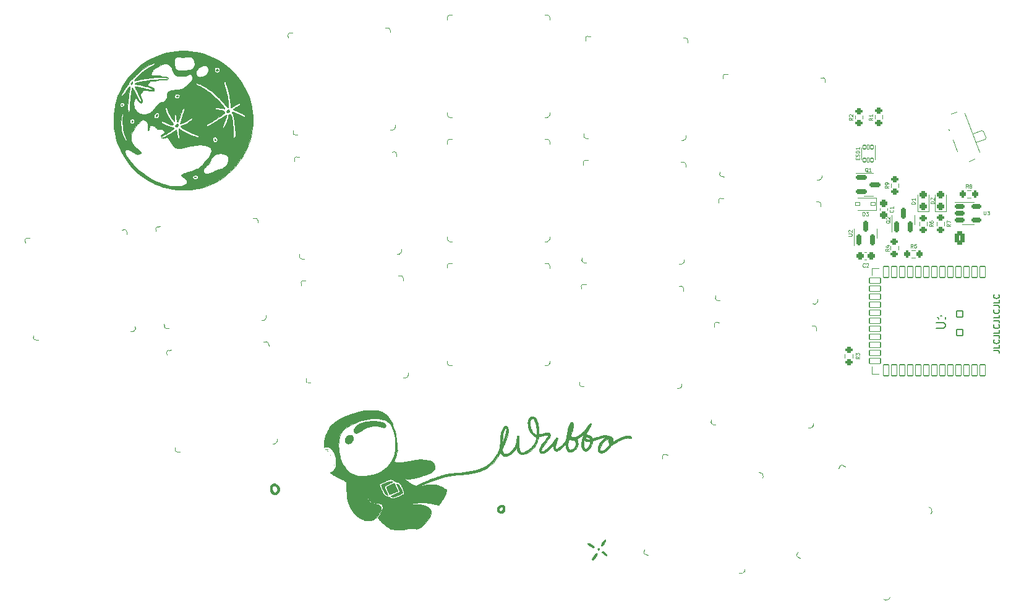
<source format=gto>
%TF.GenerationSoftware,KiCad,Pcbnew,6.0.2-378541a8eb~116~ubuntu20.04.1*%
%TF.CreationDate,2022-03-20T18:22:37+01:00*%
%TF.ProjectId,Wubbo,57756262-6f2e-46b6-9963-61645f706362,v0.1*%
%TF.SameCoordinates,Original*%
%TF.FileFunction,Legend,Top*%
%TF.FilePolarity,Positive*%
%FSLAX46Y46*%
G04 Gerber Fmt 4.6, Leading zero omitted, Abs format (unit mm)*
G04 Created by KiCad (PCBNEW 6.0.2-378541a8eb~116~ubuntu20.04.1) date 2022-03-20 18:22:37*
%MOMM*%
%LPD*%
G01*
G04 APERTURE LIST*
G04 Aperture macros list*
%AMRoundRect*
0 Rectangle with rounded corners*
0 $1 Rounding radius*
0 $2 $3 $4 $5 $6 $7 $8 $9 X,Y pos of 4 corners*
0 Add a 4 corners polygon primitive as box body*
4,1,4,$2,$3,$4,$5,$6,$7,$8,$9,$2,$3,0*
0 Add four circle primitives for the rounded corners*
1,1,$1+$1,$2,$3*
1,1,$1+$1,$4,$5*
1,1,$1+$1,$6,$7*
1,1,$1+$1,$8,$9*
0 Add four rect primitives between the rounded corners*
20,1,$1+$1,$2,$3,$4,$5,0*
20,1,$1+$1,$4,$5,$6,$7,0*
20,1,$1+$1,$6,$7,$8,$9,0*
20,1,$1+$1,$8,$9,$2,$3,0*%
%AMHorizOval*
0 Thick line with rounded ends*
0 $1 width*
0 $2 $3 position (X,Y) of the first rounded end (center of the circle)*
0 $4 $5 position (X,Y) of the second rounded end (center of the circle)*
0 Add line between two ends*
20,1,$1,$2,$3,$4,$5,0*
0 Add two circle primitives to create the rounded ends*
1,1,$1,$2,$3*
1,1,$1,$4,$5*%
G04 Aperture macros list end*
%ADD10C,0.150000*%
%ADD11C,0.125000*%
%ADD12C,0.120000*%
%ADD13C,0.010000*%
%ADD14RoundRect,0.250000X0.275000X-0.200000X0.275000X0.200000X-0.275000X0.200000X-0.275000X-0.200000X0*%
%ADD15C,1.801800*%
%ADD16C,3.529000*%
%ADD17HorizOval,1.200000X-0.449383X-0.023551X0.449383X0.023551X0*%
%ADD18O,2.100000X1.200000*%
%ADD19RoundRect,0.275000X-0.250000X0.225000X-0.250000X-0.225000X0.250000X-0.225000X0.250000X0.225000X0*%
%ADD20RoundRect,0.050000X-0.187500X0.250000X-0.187500X-0.250000X0.187500X-0.250000X0.187500X0.250000X0*%
%ADD21RoundRect,0.050000X-0.150000X0.325000X-0.150000X-0.325000X0.150000X-0.325000X0.150000X0.325000X0*%
%ADD22RoundRect,0.268750X0.256250X-0.218750X0.256250X0.218750X-0.256250X0.218750X-0.256250X-0.218750X0*%
%ADD23RoundRect,0.050000X-0.425000X0.425000X-0.425000X-0.425000X0.425000X-0.425000X0.425000X0.425000X0*%
%ADD24O,0.950000X0.950000*%
%ADD25RoundRect,0.200000X0.150000X-0.587500X0.150000X0.587500X-0.150000X0.587500X-0.150000X-0.587500X0*%
%ADD26RoundRect,0.250000X-0.275000X0.200000X-0.275000X-0.200000X0.275000X-0.200000X0.275000X0.200000X0*%
%ADD27HorizOval,1.200000X-0.197267X-0.404457X0.197267X0.404457X0*%
%ADD28C,0.800000*%
%ADD29RoundRect,0.050000X0.806216X0.340060X-0.552198X0.678751X-0.806216X-0.340060X0.552198X-0.678751X0*%
%ADD30HorizOval,1.200000X-0.449931X0.007854X0.449931X-0.007854X0*%
%ADD31RoundRect,0.050000X0.300000X0.225000X-0.300000X0.225000X-0.300000X-0.225000X0.300000X-0.225000X0*%
%ADD32RoundRect,0.250000X-0.200000X-0.275000X0.200000X-0.275000X0.200000X0.275000X-0.200000X0.275000X0*%
%ADD33RoundRect,0.275000X0.225000X0.250000X-0.225000X0.250000X-0.225000X-0.250000X0.225000X-0.250000X0*%
%ADD34RoundRect,0.050000X-0.350000X0.762000X-0.350000X-0.762000X0.350000X-0.762000X0.350000X0.762000X0*%
%ADD35RoundRect,0.050000X-0.762000X-0.350000X0.762000X-0.350000X0.762000X0.350000X-0.762000X0.350000X0*%
%ADD36RoundRect,0.050000X0.350000X-0.762000X0.350000X0.762000X-0.350000X0.762000X-0.350000X-0.762000X0*%
%ADD37C,4.500000*%
%ADD38HorizOval,1.200000X-0.448288X-0.039220X0.448288X0.039220X0*%
%ADD39RoundRect,0.050000X0.552616X-0.323443X0.194248X0.610137X-0.552616X0.323443X-0.194248X-0.610137X0*%
%ADD40C,1.000000*%
%ADD41RoundRect,0.050000X0.825614X-0.057977X0.574757X0.595529X-0.825614X0.057977X-0.574757X-0.595529X0*%
%ADD42HorizOval,1.200000X-0.449726X0.015705X0.449726X-0.015705X0*%
%ADD43RoundRect,0.200000X-0.587500X-0.150000X0.587500X-0.150000X0.587500X0.150000X-0.587500X0.150000X0*%
%ADD44RoundRect,0.050000X-0.442751X-0.473916X0.135427X-0.634259X0.442751X0.473916X-0.135427X0.634259X0*%
%ADD45RoundRect,0.050000X-0.298207X-0.514002X-0.009117X-0.594173X0.298207X0.514002X0.009117X0.594173X0*%
%ADD46HorizOval,1.100000X-0.160343X-0.578178X0.160343X0.578178X0*%
%ADD47HorizOval,1.100000X-0.106895X-0.385452X0.106895X0.385452X0*%
%ADD48RoundRect,0.050000X-0.300520X-0.520517X0.520517X-0.300520X0.300520X0.520517X-0.520517X0.300520X0*%
%ADD49HorizOval,0.950000X0.000000X0.000000X0.000000X0.000000X0*%
%ADD50RoundRect,0.200000X-0.512500X-0.150000X0.512500X-0.150000X0.512500X0.150000X-0.512500X0.150000X0*%
%ADD51HorizOval,1.200000X-0.441732X0.085864X0.441732X-0.085864X0*%
%ADD52RoundRect,0.300000X-0.350000X-0.625000X0.350000X-0.625000X0.350000X0.625000X-0.350000X0.625000X0*%
%ADD53O,1.300000X1.850000*%
G04 APERTURE END LIST*
D10*
X123611904Y7904761D02*
X124183333Y7904761D01*
X124297619Y7866666D01*
X124373809Y7790476D01*
X124411904Y7676190D01*
X124411904Y7600000D01*
X124411904Y8666666D02*
X124411904Y8285714D01*
X123611904Y8285714D01*
X124335714Y9390476D02*
X124373809Y9352380D01*
X124411904Y9238095D01*
X124411904Y9161904D01*
X124373809Y9047619D01*
X124297619Y8971428D01*
X124221428Y8933333D01*
X124069047Y8895238D01*
X123954761Y8895238D01*
X123802380Y8933333D01*
X123726190Y8971428D01*
X123650000Y9047619D01*
X123611904Y9161904D01*
X123611904Y9238095D01*
X123650000Y9352380D01*
X123688095Y9390476D01*
X123611904Y9961904D02*
X124183333Y9961904D01*
X124297619Y9923809D01*
X124373809Y9847619D01*
X124411904Y9733333D01*
X124411904Y9657142D01*
X124411904Y10723809D02*
X124411904Y10342857D01*
X123611904Y10342857D01*
X124335714Y11447619D02*
X124373809Y11409523D01*
X124411904Y11295238D01*
X124411904Y11219047D01*
X124373809Y11104761D01*
X124297619Y11028571D01*
X124221428Y10990476D01*
X124069047Y10952380D01*
X123954761Y10952380D01*
X123802380Y10990476D01*
X123726190Y11028571D01*
X123650000Y11104761D01*
X123611904Y11219047D01*
X123611904Y11295238D01*
X123650000Y11409523D01*
X123688095Y11447619D01*
X123611904Y12019047D02*
X124183333Y12019047D01*
X124297619Y11980952D01*
X124373809Y11904761D01*
X124411904Y11790476D01*
X124411904Y11714285D01*
X124411904Y12780952D02*
X124411904Y12400000D01*
X123611904Y12400000D01*
X124335714Y13504761D02*
X124373809Y13466666D01*
X124411904Y13352380D01*
X124411904Y13276190D01*
X124373809Y13161904D01*
X124297619Y13085714D01*
X124221428Y13047619D01*
X124069047Y13009523D01*
X123954761Y13009523D01*
X123802380Y13047619D01*
X123726190Y13085714D01*
X123650000Y13161904D01*
X123611904Y13276190D01*
X123611904Y13352380D01*
X123650000Y13466666D01*
X123688095Y13504761D01*
X123611904Y14076190D02*
X124183333Y14076190D01*
X124297619Y14038095D01*
X124373809Y13961904D01*
X124411904Y13847619D01*
X124411904Y13771428D01*
X124411904Y14838095D02*
X124411904Y14457142D01*
X123611904Y14457142D01*
X124335714Y15561904D02*
X124373809Y15523809D01*
X124411904Y15409523D01*
X124411904Y15333333D01*
X124373809Y15219047D01*
X124297619Y15142857D01*
X124221428Y15104761D01*
X124069047Y15066666D01*
X123954761Y15066666D01*
X123802380Y15104761D01*
X123726190Y15142857D01*
X123650000Y15219047D01*
X123611904Y15333333D01*
X123611904Y15409523D01*
X123650000Y15523809D01*
X123688095Y15561904D01*
D11*
%TO.C,R9*%
X109236190Y30461666D02*
X108998095Y30295000D01*
X109236190Y30175952D02*
X108736190Y30175952D01*
X108736190Y30366428D01*
X108760000Y30414047D01*
X108783809Y30437857D01*
X108831428Y30461666D01*
X108902857Y30461666D01*
X108950476Y30437857D01*
X108974285Y30414047D01*
X108998095Y30366428D01*
X108998095Y30175952D01*
X109236190Y30699761D02*
X109236190Y30795000D01*
X109212380Y30842619D01*
X109188571Y30866428D01*
X109117142Y30914047D01*
X109021904Y30937857D01*
X108831428Y30937857D01*
X108783809Y30914047D01*
X108760000Y30890238D01*
X108736190Y30842619D01*
X108736190Y30747380D01*
X108760000Y30699761D01*
X108783809Y30675952D01*
X108831428Y30652142D01*
X108950476Y30652142D01*
X108998095Y30675952D01*
X109021904Y30699761D01*
X109045714Y30747380D01*
X109045714Y30842619D01*
X109021904Y30890238D01*
X108998095Y30914047D01*
X108950476Y30937857D01*
%TO.C,C1*%
X109818571Y27191666D02*
X109842380Y27167857D01*
X109866190Y27096428D01*
X109866190Y27048809D01*
X109842380Y26977380D01*
X109794761Y26929761D01*
X109747142Y26905952D01*
X109651904Y26882142D01*
X109580476Y26882142D01*
X109485238Y26905952D01*
X109437619Y26929761D01*
X109390000Y26977380D01*
X109366190Y27048809D01*
X109366190Y27096428D01*
X109390000Y27167857D01*
X109413809Y27191666D01*
X109866190Y27667857D02*
X109866190Y27382142D01*
X109866190Y27525000D02*
X109366190Y27525000D01*
X109437619Y27477380D01*
X109485238Y27429761D01*
X109509047Y27382142D01*
%TO.C,ESD1*%
X104954285Y34091666D02*
X104954285Y34258333D01*
X105216190Y34329761D02*
X105216190Y34091666D01*
X104716190Y34091666D01*
X104716190Y34329761D01*
X105192380Y34520238D02*
X105216190Y34591666D01*
X105216190Y34710714D01*
X105192380Y34758333D01*
X105168571Y34782142D01*
X105120952Y34805952D01*
X105073333Y34805952D01*
X105025714Y34782142D01*
X105001904Y34758333D01*
X104978095Y34710714D01*
X104954285Y34615476D01*
X104930476Y34567857D01*
X104906666Y34544047D01*
X104859047Y34520238D01*
X104811428Y34520238D01*
X104763809Y34544047D01*
X104740000Y34567857D01*
X104716190Y34615476D01*
X104716190Y34734523D01*
X104740000Y34805952D01*
X105216190Y35020238D02*
X104716190Y35020238D01*
X104716190Y35139285D01*
X104740000Y35210714D01*
X104787619Y35258333D01*
X104835238Y35282142D01*
X104930476Y35305952D01*
X105001904Y35305952D01*
X105097142Y35282142D01*
X105144761Y35258333D01*
X105192380Y35210714D01*
X105216190Y35139285D01*
X105216190Y35020238D01*
X105216190Y35782142D02*
X105216190Y35496428D01*
X105216190Y35639285D02*
X104716190Y35639285D01*
X104787619Y35591666D01*
X104835238Y35544047D01*
X104859047Y35496428D01*
%TO.C,D1*%
X112836190Y28015952D02*
X112336190Y28015952D01*
X112336190Y28135000D01*
X112360000Y28206428D01*
X112407619Y28254047D01*
X112455238Y28277857D01*
X112550476Y28301666D01*
X112621904Y28301666D01*
X112717142Y28277857D01*
X112764761Y28254047D01*
X112812380Y28206428D01*
X112836190Y28135000D01*
X112836190Y28015952D01*
X112836190Y28777857D02*
X112836190Y28492142D01*
X112836190Y28635000D02*
X112336190Y28635000D01*
X112407619Y28587380D01*
X112455238Y28539761D01*
X112479047Y28492142D01*
%TO.C,U2*%
X103726190Y23624047D02*
X104130952Y23624047D01*
X104178571Y23647857D01*
X104202380Y23671666D01*
X104226190Y23719285D01*
X104226190Y23814523D01*
X104202380Y23862142D01*
X104178571Y23885952D01*
X104130952Y23909761D01*
X103726190Y23909761D01*
X103773809Y24124047D02*
X103750000Y24147857D01*
X103726190Y24195476D01*
X103726190Y24314523D01*
X103750000Y24362142D01*
X103773809Y24385952D01*
X103821428Y24409761D01*
X103869047Y24409761D01*
X103940476Y24385952D01*
X104226190Y24100238D01*
X104226190Y24409761D01*
%TO.C,R1*%
X107051190Y39806666D02*
X106813095Y39640000D01*
X107051190Y39520952D02*
X106551190Y39520952D01*
X106551190Y39711428D01*
X106575000Y39759047D01*
X106598809Y39782857D01*
X106646428Y39806666D01*
X106717857Y39806666D01*
X106765476Y39782857D01*
X106789285Y39759047D01*
X106813095Y39711428D01*
X106813095Y39520952D01*
X107051190Y40282857D02*
X107051190Y39997142D01*
X107051190Y40140000D02*
X106551190Y40140000D01*
X106622619Y40092380D01*
X106670238Y40044761D01*
X106694047Y39997142D01*
%TO.C,D3*%
X105700952Y26398809D02*
X105700952Y26898809D01*
X105820000Y26898809D01*
X105891428Y26875000D01*
X105939047Y26827380D01*
X105962857Y26779761D01*
X105986666Y26684523D01*
X105986666Y26613095D01*
X105962857Y26517857D01*
X105939047Y26470238D01*
X105891428Y26422619D01*
X105820000Y26398809D01*
X105700952Y26398809D01*
X106153333Y26898809D02*
X106462857Y26898809D01*
X106296190Y26708333D01*
X106367619Y26708333D01*
X106415238Y26684523D01*
X106439047Y26660714D01*
X106462857Y26613095D01*
X106462857Y26494047D01*
X106439047Y26446428D01*
X106415238Y26422619D01*
X106367619Y26398809D01*
X106224761Y26398809D01*
X106177142Y26422619D01*
X106153333Y26446428D01*
%TO.C,R4*%
X109336190Y21881666D02*
X109098095Y21715000D01*
X109336190Y21595952D02*
X108836190Y21595952D01*
X108836190Y21786428D01*
X108860000Y21834047D01*
X108883809Y21857857D01*
X108931428Y21881666D01*
X109002857Y21881666D01*
X109050476Y21857857D01*
X109074285Y21834047D01*
X109098095Y21786428D01*
X109098095Y21595952D01*
X109002857Y22310238D02*
X109336190Y22310238D01*
X108812380Y22191190D02*
X109169523Y22072142D01*
X109169523Y22381666D01*
%TO.C,R8*%
X120136666Y30178809D02*
X119970000Y30416904D01*
X119850952Y30178809D02*
X119850952Y30678809D01*
X120041428Y30678809D01*
X120089047Y30655000D01*
X120112857Y30631190D01*
X120136666Y30583571D01*
X120136666Y30512142D01*
X120112857Y30464523D01*
X120089047Y30440714D01*
X120041428Y30416904D01*
X119850952Y30416904D01*
X120422380Y30464523D02*
X120374761Y30488333D01*
X120350952Y30512142D01*
X120327142Y30559761D01*
X120327142Y30583571D01*
X120350952Y30631190D01*
X120374761Y30655000D01*
X120422380Y30678809D01*
X120517619Y30678809D01*
X120565238Y30655000D01*
X120589047Y30631190D01*
X120612857Y30583571D01*
X120612857Y30559761D01*
X120589047Y30512142D01*
X120565238Y30488333D01*
X120517619Y30464523D01*
X120422380Y30464523D01*
X120374761Y30440714D01*
X120350952Y30416904D01*
X120327142Y30369285D01*
X120327142Y30274047D01*
X120350952Y30226428D01*
X120374761Y30202619D01*
X120422380Y30178809D01*
X120517619Y30178809D01*
X120565238Y30202619D01*
X120589047Y30226428D01*
X120612857Y30274047D01*
X120612857Y30369285D01*
X120589047Y30416904D01*
X120565238Y30440714D01*
X120517619Y30464523D01*
%TO.C,C2*%
X105996666Y19406428D02*
X105972857Y19382619D01*
X105901428Y19358809D01*
X105853809Y19358809D01*
X105782380Y19382619D01*
X105734761Y19430238D01*
X105710952Y19477857D01*
X105687142Y19573095D01*
X105687142Y19644523D01*
X105710952Y19739761D01*
X105734761Y19787380D01*
X105782380Y19835000D01*
X105853809Y19858809D01*
X105901428Y19858809D01*
X105972857Y19835000D01*
X105996666Y19811190D01*
X106187142Y19811190D02*
X106210952Y19835000D01*
X106258571Y19858809D01*
X106377619Y19858809D01*
X106425238Y19835000D01*
X106449047Y19811190D01*
X106472857Y19763571D01*
X106472857Y19715952D01*
X106449047Y19644523D01*
X106163333Y19358809D01*
X106472857Y19358809D01*
D10*
%TO.C,U1*%
X115707895Y11004198D02*
X116735991Y11004198D01*
X116856943Y11064675D01*
X116917419Y11125151D01*
X116977895Y11246103D01*
X116977895Y11488008D01*
X116917419Y11608960D01*
X116856943Y11669437D01*
X116735991Y11729913D01*
X115707895Y11729913D01*
X116977895Y12999913D02*
X116977895Y12274198D01*
X116977895Y12637056D02*
X115707895Y12637056D01*
X115889324Y12516103D01*
X116010276Y12395151D01*
X116070752Y12274198D01*
%TO.C,*%
D11*
%TO.C,R5*%
X112546666Y22008809D02*
X112380000Y22246904D01*
X112260952Y22008809D02*
X112260952Y22508809D01*
X112451428Y22508809D01*
X112499047Y22485000D01*
X112522857Y22461190D01*
X112546666Y22413571D01*
X112546666Y22342142D01*
X112522857Y22294523D01*
X112499047Y22270714D01*
X112451428Y22246904D01*
X112260952Y22246904D01*
X112999047Y22508809D02*
X112760952Y22508809D01*
X112737142Y22270714D01*
X112760952Y22294523D01*
X112808571Y22318333D01*
X112927619Y22318333D01*
X112975238Y22294523D01*
X112999047Y22270714D01*
X113022857Y22223095D01*
X113022857Y22104047D01*
X112999047Y22056428D01*
X112975238Y22032619D01*
X112927619Y22008809D01*
X112808571Y22008809D01*
X112760952Y22032619D01*
X112737142Y22056428D01*
%TO.C,R2*%
X104306190Y39786666D02*
X104068095Y39620000D01*
X104306190Y39500952D02*
X103806190Y39500952D01*
X103806190Y39691428D01*
X103830000Y39739047D01*
X103853809Y39762857D01*
X103901428Y39786666D01*
X103972857Y39786666D01*
X104020476Y39762857D01*
X104044285Y39739047D01*
X104068095Y39691428D01*
X104068095Y39500952D01*
X103853809Y39977142D02*
X103830000Y40000952D01*
X103806190Y40048571D01*
X103806190Y40167619D01*
X103830000Y40215238D01*
X103853809Y40239047D01*
X103901428Y40262857D01*
X103949047Y40262857D01*
X104020476Y40239047D01*
X104306190Y39953333D01*
X104306190Y40262857D01*
%TO.C,R6*%
X115306190Y25221666D02*
X115068095Y25055000D01*
X115306190Y24935952D02*
X114806190Y24935952D01*
X114806190Y25126428D01*
X114830000Y25174047D01*
X114853809Y25197857D01*
X114901428Y25221666D01*
X114972857Y25221666D01*
X115020476Y25197857D01*
X115044285Y25174047D01*
X115068095Y25126428D01*
X115068095Y24935952D01*
X114806190Y25650238D02*
X114806190Y25555000D01*
X114830000Y25507380D01*
X114853809Y25483571D01*
X114925238Y25435952D01*
X115020476Y25412142D01*
X115210952Y25412142D01*
X115258571Y25435952D01*
X115282380Y25459761D01*
X115306190Y25507380D01*
X115306190Y25602619D01*
X115282380Y25650238D01*
X115258571Y25674047D01*
X115210952Y25697857D01*
X115091904Y25697857D01*
X115044285Y25674047D01*
X115020476Y25650238D01*
X114996666Y25602619D01*
X114996666Y25507380D01*
X115020476Y25459761D01*
X115044285Y25435952D01*
X115091904Y25412142D01*
%TO.C,Q1*%
X106392380Y32391190D02*
X106344761Y32415000D01*
X106297142Y32462619D01*
X106225714Y32534047D01*
X106178095Y32557857D01*
X106130476Y32557857D01*
X106154285Y32438809D02*
X106106666Y32462619D01*
X106059047Y32510238D01*
X106035238Y32605476D01*
X106035238Y32772142D01*
X106059047Y32867380D01*
X106106666Y32915000D01*
X106154285Y32938809D01*
X106249523Y32938809D01*
X106297142Y32915000D01*
X106344761Y32867380D01*
X106368571Y32772142D01*
X106368571Y32605476D01*
X106344761Y32510238D01*
X106297142Y32462619D01*
X106249523Y32438809D01*
X106154285Y32438809D01*
X106844761Y32438809D02*
X106559047Y32438809D01*
X106701904Y32438809D02*
X106701904Y32938809D01*
X106654285Y32867380D01*
X106606666Y32819761D01*
X106559047Y32795952D01*
%TO.C,R7*%
X117676190Y25221666D02*
X117438095Y25055000D01*
X117676190Y24935952D02*
X117176190Y24935952D01*
X117176190Y25126428D01*
X117200000Y25174047D01*
X117223809Y25197857D01*
X117271428Y25221666D01*
X117342857Y25221666D01*
X117390476Y25197857D01*
X117414285Y25174047D01*
X117438095Y25126428D01*
X117438095Y24935952D01*
X117176190Y25388333D02*
X117176190Y25721666D01*
X117676190Y25507380D01*
%TO.C,R3*%
X105206190Y7091666D02*
X104968095Y6925000D01*
X105206190Y6805952D02*
X104706190Y6805952D01*
X104706190Y6996428D01*
X104730000Y7044047D01*
X104753809Y7067857D01*
X104801428Y7091666D01*
X104872857Y7091666D01*
X104920476Y7067857D01*
X104944285Y7044047D01*
X104968095Y6996428D01*
X104968095Y6805952D01*
X104706190Y7258333D02*
X104706190Y7567857D01*
X104896666Y7401190D01*
X104896666Y7472619D01*
X104920476Y7520238D01*
X104944285Y7544047D01*
X104991904Y7567857D01*
X105110952Y7567857D01*
X105158571Y7544047D01*
X105182380Y7520238D01*
X105206190Y7472619D01*
X105206190Y7329761D01*
X105182380Y7282142D01*
X105158571Y7258333D01*
D10*
%TO.C,*%
D11*
%TO.C,U3*%
X122269047Y27018809D02*
X122269047Y26614047D01*
X122292857Y26566428D01*
X122316666Y26542619D01*
X122364285Y26518809D01*
X122459523Y26518809D01*
X122507142Y26542619D01*
X122530952Y26566428D01*
X122554761Y26614047D01*
X122554761Y27018809D01*
X122745238Y27018809D02*
X123054761Y27018809D01*
X122888095Y26828333D01*
X122959523Y26828333D01*
X123007142Y26804523D01*
X123030952Y26780714D01*
X123054761Y26733095D01*
X123054761Y26614047D01*
X123030952Y26566428D01*
X123007142Y26542619D01*
X122959523Y26518809D01*
X122816666Y26518809D01*
X122769047Y26542619D01*
X122745238Y26566428D01*
%TO.C,Q2*%
X109433809Y25767380D02*
X109410000Y25719761D01*
X109362380Y25672142D01*
X109290952Y25600714D01*
X109267142Y25553095D01*
X109267142Y25505476D01*
X109386190Y25529285D02*
X109362380Y25481666D01*
X109314761Y25434047D01*
X109219523Y25410238D01*
X109052857Y25410238D01*
X108957619Y25434047D01*
X108910000Y25481666D01*
X108886190Y25529285D01*
X108886190Y25624523D01*
X108910000Y25672142D01*
X108957619Y25719761D01*
X109052857Y25743571D01*
X109219523Y25743571D01*
X109314761Y25719761D01*
X109362380Y25672142D01*
X109386190Y25624523D01*
X109386190Y25529285D01*
X108933809Y25934047D02*
X108910000Y25957857D01*
X108886190Y26005476D01*
X108886190Y26124523D01*
X108910000Y26172142D01*
X108933809Y26195952D01*
X108981428Y26219761D01*
X109029047Y26219761D01*
X109100476Y26195952D01*
X109386190Y25910238D01*
X109386190Y26219761D01*
%TO.C,D2*%
X115466190Y28085952D02*
X114966190Y28085952D01*
X114966190Y28205000D01*
X114990000Y28276428D01*
X115037619Y28324047D01*
X115085238Y28347857D01*
X115180476Y28371666D01*
X115251904Y28371666D01*
X115347142Y28347857D01*
X115394761Y28324047D01*
X115442380Y28276428D01*
X115466190Y28205000D01*
X115466190Y28085952D01*
X115013809Y28562142D02*
X114990000Y28585952D01*
X114966190Y28633571D01*
X114966190Y28752619D01*
X114990000Y28800238D01*
X115013809Y28824047D01*
X115061428Y28847857D01*
X115109047Y28847857D01*
X115180476Y28824047D01*
X115466190Y28538333D01*
X115466190Y28847857D01*
D12*
%TO.C,R9*%
X109527500Y30287742D02*
X109527500Y30762258D01*
X110572500Y30287742D02*
X110572500Y30762258D01*
%TO.C,SW12*%
X28751785Y17161402D02*
X28769057Y16831855D01*
X43433902Y4512471D02*
X43416630Y4842018D01*
X29060640Y17478001D02*
X29390187Y17495273D01*
X42733908Y17869139D02*
X42751180Y17539592D01*
X43125047Y4195872D02*
X42795500Y4178600D01*
X29768377Y3495878D02*
X30097924Y3513150D01*
X29451778Y3804733D02*
X29434506Y4134280D01*
X42417309Y18177994D02*
X42087762Y18160722D01*
X29452038Y3799741D02*
G75*
G03*
X29768377Y3495878I310103J6240D01*
G01*
X43130039Y4196132D02*
G75*
G03*
X43433902Y4512471I-6240J310103D01*
G01*
X29055648Y17477741D02*
G75*
G03*
X28751785Y17161402I6240J-310103D01*
G01*
X42733648Y17874131D02*
G75*
G03*
X42417309Y18177994I-310103J-6240D01*
G01*
%TO.C,SW8*%
X62813373Y36546817D02*
X62813374Y36216818D01*
X48813371Y23196819D02*
X48813370Y23526818D01*
X62813373Y23171819D02*
X62813372Y23501818D01*
X62488372Y22871818D02*
X62158373Y22871817D01*
X49138373Y36871819D02*
X49468372Y36871820D01*
X48813372Y36571818D02*
X48813373Y36241819D01*
X49113372Y22871818D02*
X49443371Y22871819D01*
X62513372Y36871818D02*
X62183373Y36871817D01*
X48813370Y23191820D02*
G75*
G03*
X49113372Y22871818I310004J-9998D01*
G01*
X62813374Y36551816D02*
G75*
G03*
X62513372Y36871818I-310004J9998D01*
G01*
X62493371Y22871817D02*
G75*
G03*
X62813373Y23171819I9998J310004D01*
G01*
X49133374Y36871820D02*
G75*
G03*
X48813372Y36571818I-9998J-310004D01*
G01*
%TO.C,C1*%
X108065000Y27415580D02*
X108065000Y27134420D01*
X109085000Y27415580D02*
X109085000Y27134420D01*
%TO.C,ESD1*%
X107325000Y34100000D02*
X107325000Y36000000D01*
X105525000Y35700000D02*
X105525000Y34100000D01*
%TO.C,D1*%
X113245000Y29242500D02*
X113245000Y26957500D01*
X113245000Y26957500D02*
X114715000Y26957500D01*
X114715000Y26957500D02*
X114715000Y29242500D01*
%TO.C,U2*%
X107635000Y24000000D02*
X107635000Y24650000D01*
X107635000Y24000000D02*
X107635000Y23350000D01*
X104515000Y24000000D02*
X104515000Y24650000D01*
X104515000Y24000000D02*
X104515000Y22325000D01*
D13*
%TO.C,Ref\u002A\u002A*%
X17002679Y36926272D02*
X17052704Y36881978D01*
X17052704Y36881978D02*
X17085616Y36826085D01*
X17085616Y36826085D02*
X17091376Y36795007D01*
X17091376Y36795007D02*
X17078823Y36729442D01*
X17078823Y36729442D02*
X17046931Y36694796D01*
X17046931Y36694796D02*
X17004348Y36694456D01*
X17004348Y36694456D02*
X16959720Y36731805D01*
X16959720Y36731805D02*
X16953313Y36740975D01*
X16953313Y36740975D02*
X16926711Y36797832D01*
X16926711Y36797832D02*
X16908139Y36865486D01*
X16908139Y36865486D02*
X16907722Y36867975D01*
X16907722Y36867975D02*
X16902194Y36918348D01*
X16902194Y36918348D02*
X16912492Y36939682D01*
X16912492Y36939682D02*
X16945350Y36944283D01*
X16945350Y36944283D02*
X16949486Y36944297D01*
X16949486Y36944297D02*
X17002679Y36926272D01*
X17002679Y36926272D02*
X17002679Y36926272D01*
G36*
X17002679Y36926272D02*
G01*
X17052704Y36881978D01*
X17085616Y36826085D01*
X17091376Y36795007D01*
X17078823Y36729442D01*
X17046931Y36694796D01*
X17004348Y36694456D01*
X16959720Y36731805D01*
X16953313Y36740975D01*
X16926711Y36797832D01*
X16908139Y36865486D01*
X16907722Y36867975D01*
X16902194Y36918348D01*
X16912492Y36939682D01*
X16945350Y36944283D01*
X16949486Y36944297D01*
X17002679Y36926272D01*
G37*
X17002679Y36926272D02*
X17052704Y36881978D01*
X17085616Y36826085D01*
X17091376Y36795007D01*
X17078823Y36729442D01*
X17046931Y36694796D01*
X17004348Y36694456D01*
X16959720Y36731805D01*
X16953313Y36740975D01*
X16926711Y36797832D01*
X16908139Y36865486D01*
X16907722Y36867975D01*
X16902194Y36918348D01*
X16912492Y36939682D01*
X16945350Y36944283D01*
X16949486Y36944297D01*
X17002679Y36926272D01*
X11892519Y42856765D02*
X11923025Y42832781D01*
X11923025Y42832781D02*
X11926709Y42815659D01*
X11926709Y42815659D02*
X11910417Y42769654D01*
X11910417Y42769654D02*
X11869896Y42726951D01*
X11869896Y42726951D02*
X11817679Y42695232D01*
X11817679Y42695232D02*
X11766298Y42682179D01*
X11766298Y42682179D02*
X11729153Y42694575D01*
X11729153Y42694575D02*
X11711875Y42737667D01*
X11711875Y42737667D02*
X11725841Y42788176D01*
X11725841Y42788176D02*
X11766038Y42831673D01*
X11766038Y42831673D02*
X11779600Y42839761D01*
X11779600Y42839761D02*
X11840803Y42859732D01*
X11840803Y42859732D02*
X11892519Y42856765D01*
X11892519Y42856765D02*
X11892519Y42856765D01*
G36*
X11892519Y42856765D02*
G01*
X11923025Y42832781D01*
X11926709Y42815659D01*
X11910417Y42769654D01*
X11869896Y42726951D01*
X11817679Y42695232D01*
X11766298Y42682179D01*
X11729153Y42694575D01*
X11711875Y42737667D01*
X11725841Y42788176D01*
X11766038Y42831673D01*
X11779600Y42839761D01*
X11840803Y42859732D01*
X11892519Y42856765D01*
G37*
X11892519Y42856765D02*
X11923025Y42832781D01*
X11926709Y42815659D01*
X11910417Y42769654D01*
X11869896Y42726951D01*
X11817679Y42695232D01*
X11766298Y42682179D01*
X11729153Y42694575D01*
X11711875Y42737667D01*
X11725841Y42788176D01*
X11766038Y42831673D01*
X11779600Y42839761D01*
X11840803Y42859732D01*
X11892519Y42856765D01*
X11886299Y38972003D02*
X11911750Y38954791D01*
X11911750Y38954791D02*
X11957389Y38895115D01*
X11957389Y38895115D02*
X11968103Y38820814D01*
X11968103Y38820814D02*
X11945329Y38738939D01*
X11945329Y38738939D02*
X11890503Y38656544D01*
X11890503Y38656544D02*
X11841178Y38608402D01*
X11841178Y38608402D02*
X11768696Y38565366D01*
X11768696Y38565366D02*
X11695840Y38552102D01*
X11695840Y38552102D02*
X11633406Y38568960D01*
X11633406Y38568960D02*
X11600547Y38600589D01*
X11600547Y38600589D02*
X11560025Y38694901D01*
X11560025Y38694901D02*
X11560811Y38784692D01*
X11560811Y38784692D02*
X11601878Y38865567D01*
X11601878Y38865567D02*
X11677487Y38930270D01*
X11677487Y38930270D02*
X11762751Y38974736D01*
X11762751Y38974736D02*
X11829294Y38988326D01*
X11829294Y38988326D02*
X11886299Y38972003D01*
X11886299Y38972003D02*
X11886299Y38972003D01*
G36*
X11886299Y38972003D02*
G01*
X11911750Y38954791D01*
X11957389Y38895115D01*
X11968103Y38820814D01*
X11945329Y38738939D01*
X11890503Y38656544D01*
X11841178Y38608402D01*
X11768696Y38565366D01*
X11695840Y38552102D01*
X11633406Y38568960D01*
X11600547Y38600589D01*
X11560025Y38694901D01*
X11560811Y38784692D01*
X11601878Y38865567D01*
X11677487Y38930270D01*
X11762751Y38974736D01*
X11829294Y38988326D01*
X11886299Y38972003D01*
G37*
X11886299Y38972003D02*
X11911750Y38954791D01*
X11957389Y38895115D01*
X11968103Y38820814D01*
X11945329Y38738939D01*
X11890503Y38656544D01*
X11841178Y38608402D01*
X11768696Y38565366D01*
X11695840Y38552102D01*
X11633406Y38568960D01*
X11600547Y38600589D01*
X11560025Y38694901D01*
X11560811Y38784692D01*
X11601878Y38865567D01*
X11677487Y38930270D01*
X11762751Y38974736D01*
X11829294Y38988326D01*
X11886299Y38972003D01*
X14355643Y31744951D02*
X14391845Y31711197D01*
X14391845Y31711197D02*
X14396998Y31667381D01*
X14396998Y31667381D02*
X14395658Y31663483D01*
X14395658Y31663483D02*
X14373256Y31643156D01*
X14373256Y31643156D02*
X14321264Y31633211D01*
X14321264Y31633211D02*
X14266290Y31631464D01*
X14266290Y31631464D02*
X14202328Y31634790D01*
X14202328Y31634790D02*
X14159802Y31643375D01*
X14159802Y31643375D02*
X14149209Y31651806D01*
X14149209Y31651806D02*
X14166995Y31688035D01*
X14166995Y31688035D02*
X14210113Y31724986D01*
X14210113Y31724986D02*
X14263206Y31751708D01*
X14263206Y31751708D02*
X14298775Y31758464D01*
X14298775Y31758464D02*
X14355643Y31744951D01*
X14355643Y31744951D02*
X14355643Y31744951D01*
G36*
X14355643Y31744951D02*
G01*
X14391845Y31711197D01*
X14396998Y31667381D01*
X14395658Y31663483D01*
X14373256Y31643156D01*
X14321264Y31633211D01*
X14266290Y31631464D01*
X14202328Y31634790D01*
X14159802Y31643375D01*
X14149209Y31651806D01*
X14166995Y31688035D01*
X14210113Y31724986D01*
X14263206Y31751708D01*
X14298775Y31758464D01*
X14355643Y31744951D01*
G37*
X14355643Y31744951D02*
X14391845Y31711197D01*
X14396998Y31667381D01*
X14395658Y31663483D01*
X14373256Y31643156D01*
X14321264Y31633211D01*
X14266290Y31631464D01*
X14202328Y31634790D01*
X14159802Y31643375D01*
X14149209Y31651806D01*
X14166995Y31688035D01*
X14210113Y31724986D01*
X14263206Y31751708D01*
X14298775Y31758464D01*
X14355643Y31744951D01*
X5711939Y39396623D02*
X5724876Y39375148D01*
X5724876Y39375148D02*
X5712374Y39331162D01*
X5712374Y39331162D02*
X5682722Y39278392D01*
X5682722Y39278392D02*
X5647694Y39235554D01*
X5647694Y39235554D02*
X5628677Y39222279D01*
X5628677Y39222279D02*
X5590013Y39210635D01*
X5590013Y39210635D02*
X5571848Y39221411D01*
X5571848Y39221411D02*
X5563051Y39241261D01*
X5563051Y39241261D02*
X5562350Y39286805D01*
X5562350Y39286805D02*
X5580561Y39343226D01*
X5580561Y39343226D02*
X5609567Y39390763D01*
X5609567Y39390763D02*
X5631563Y39408029D01*
X5631563Y39408029D02*
X5674358Y39411439D01*
X5674358Y39411439D02*
X5711939Y39396623D01*
X5711939Y39396623D02*
X5711939Y39396623D01*
G36*
X5711939Y39396623D02*
G01*
X5724876Y39375148D01*
X5712374Y39331162D01*
X5682722Y39278392D01*
X5647694Y39235554D01*
X5628677Y39222279D01*
X5590013Y39210635D01*
X5571848Y39221411D01*
X5563051Y39241261D01*
X5562350Y39286805D01*
X5580561Y39343226D01*
X5609567Y39390763D01*
X5631563Y39408029D01*
X5674358Y39411439D01*
X5711939Y39396623D01*
G37*
X5711939Y39396623D02*
X5724876Y39375148D01*
X5712374Y39331162D01*
X5682722Y39278392D01*
X5647694Y39235554D01*
X5628677Y39222279D01*
X5590013Y39210635D01*
X5571848Y39221411D01*
X5563051Y39241261D01*
X5562350Y39286805D01*
X5580561Y39343226D01*
X5609567Y39390763D01*
X5631563Y39408029D01*
X5674358Y39411439D01*
X5711939Y39396623D01*
X4322487Y41650315D02*
X4324026Y41616850D01*
X4324026Y41616850D02*
X4302476Y41584030D01*
X4302476Y41584030D02*
X4268561Y41566053D01*
X4268561Y41566053D02*
X4224998Y41559030D01*
X4224998Y41559030D02*
X4189794Y41564065D01*
X4189794Y41564065D02*
X4179709Y41576517D01*
X4179709Y41576517D02*
X4196545Y41608136D01*
X4196545Y41608136D02*
X4235386Y41641327D01*
X4235386Y41641327D02*
X4278734Y41662443D01*
X4278734Y41662443D02*
X4292501Y41664464D01*
X4292501Y41664464D02*
X4322487Y41650315D01*
X4322487Y41650315D02*
X4322487Y41650315D01*
G36*
X4322487Y41650315D02*
G01*
X4324026Y41616850D01*
X4302476Y41584030D01*
X4268561Y41566053D01*
X4224998Y41559030D01*
X4189794Y41564065D01*
X4179709Y41576517D01*
X4196545Y41608136D01*
X4235386Y41641327D01*
X4278734Y41662443D01*
X4292501Y41664464D01*
X4322487Y41650315D01*
G37*
X4322487Y41650315D02*
X4324026Y41616850D01*
X4302476Y41584030D01*
X4268561Y41566053D01*
X4224998Y41559030D01*
X4189794Y41564065D01*
X4179709Y41576517D01*
X4196545Y41608136D01*
X4235386Y41641327D01*
X4278734Y41662443D01*
X4292501Y41664464D01*
X4322487Y41650315D01*
X17328223Y46495135D02*
X17381807Y46454586D01*
X17381807Y46454586D02*
X17420081Y46403395D01*
X17420081Y46403395D02*
X17430042Y46366771D01*
X17430042Y46366771D02*
X17411933Y46307825D01*
X17411933Y46307825D02*
X17365757Y46259671D01*
X17365757Y46259671D02*
X17303743Y46227949D01*
X17303743Y46227949D02*
X17238120Y46218303D01*
X17238120Y46218303D02*
X17181118Y46236376D01*
X17181118Y46236376D02*
X17169142Y46246387D01*
X17169142Y46246387D02*
X17139761Y46301809D01*
X17139761Y46301809D02*
X17139334Y46368606D01*
X17139334Y46368606D02*
X17162877Y46434145D01*
X17162877Y46434145D02*
X17205404Y46485788D01*
X17205404Y46485788D02*
X17261931Y46510901D01*
X17261931Y46510901D02*
X17273791Y46511630D01*
X17273791Y46511630D02*
X17328223Y46495135D01*
X17328223Y46495135D02*
X17328223Y46495135D01*
G36*
X17328223Y46495135D02*
G01*
X17381807Y46454586D01*
X17420081Y46403395D01*
X17430042Y46366771D01*
X17411933Y46307825D01*
X17365757Y46259671D01*
X17303743Y46227949D01*
X17238120Y46218303D01*
X17181118Y46236376D01*
X17169142Y46246387D01*
X17139761Y46301809D01*
X17139334Y46368606D01*
X17162877Y46434145D01*
X17205404Y46485788D01*
X17261931Y46510901D01*
X17273791Y46511630D01*
X17328223Y46495135D01*
G37*
X17328223Y46495135D02*
X17381807Y46454586D01*
X17420081Y46403395D01*
X17430042Y46366771D01*
X17411933Y46307825D01*
X17365757Y46259671D01*
X17303743Y46227949D01*
X17238120Y46218303D01*
X17181118Y46236376D01*
X17169142Y46246387D01*
X17139761Y46301809D01*
X17139334Y46368606D01*
X17162877Y46434145D01*
X17205404Y46485788D01*
X17261931Y46510901D01*
X17273791Y46511630D01*
X17328223Y46495135D01*
X9109291Y40273919D02*
X9130436Y40234808D01*
X9130436Y40234808D02*
X9125416Y40178836D01*
X9125416Y40178836D02*
X9095043Y40113541D01*
X9095043Y40113541D02*
X9040131Y40046461D01*
X9040131Y40046461D02*
X9034505Y40041057D01*
X9034505Y40041057D02*
X8968812Y39988452D01*
X8968812Y39988452D02*
X8921131Y39972408D01*
X8921131Y39972408D02*
X8889352Y39992240D01*
X8889352Y39992240D02*
X8888443Y39993671D01*
X8888443Y39993671D02*
X8878159Y40046416D01*
X8878159Y40046416D02*
X8894050Y40113486D01*
X8894050Y40113486D02*
X8929109Y40182915D01*
X8929109Y40182915D02*
X8976330Y40242738D01*
X8976330Y40242738D02*
X9028707Y40280992D01*
X9028707Y40280992D02*
X9061171Y40288630D01*
X9061171Y40288630D02*
X9109291Y40273919D01*
X9109291Y40273919D02*
X9109291Y40273919D01*
G36*
X9109291Y40273919D02*
G01*
X9130436Y40234808D01*
X9125416Y40178836D01*
X9095043Y40113541D01*
X9040131Y40046461D01*
X9034505Y40041057D01*
X8968812Y39988452D01*
X8921131Y39972408D01*
X8889352Y39992240D01*
X8888443Y39993671D01*
X8878159Y40046416D01*
X8894050Y40113486D01*
X8929109Y40182915D01*
X8976330Y40242738D01*
X9028707Y40280992D01*
X9061171Y40288630D01*
X9109291Y40273919D01*
G37*
X9109291Y40273919D02*
X9130436Y40234808D01*
X9125416Y40178836D01*
X9095043Y40113541D01*
X9040131Y40046461D01*
X9034505Y40041057D01*
X8968812Y39988452D01*
X8921131Y39972408D01*
X8889352Y39992240D01*
X8888443Y39993671D01*
X8878159Y40046416D01*
X8894050Y40113486D01*
X8929109Y40182915D01*
X8976330Y40242738D01*
X9028707Y40280992D01*
X9061171Y40288630D01*
X9109291Y40273919D01*
X18852197Y40918729D02*
X18908982Y40890455D01*
X18908982Y40890455D02*
X18921092Y40876587D01*
X18921092Y40876587D02*
X18944940Y40815729D01*
X18944940Y40815729D02*
X18953375Y40736632D01*
X18953375Y40736632D02*
X18945335Y40660887D01*
X18945335Y40660887D02*
X18933322Y40628132D01*
X18933322Y40628132D02*
X18890862Y40587433D01*
X18890862Y40587433D02*
X18822652Y40558943D01*
X18822652Y40558943D02*
X18743579Y40545040D01*
X18743579Y40545040D02*
X18668529Y40548102D01*
X18668529Y40548102D02*
X18612386Y40570506D01*
X18612386Y40570506D02*
X18606304Y40575892D01*
X18606304Y40575892D02*
X18577589Y40631906D01*
X18577589Y40631906D02*
X18577227Y40703916D01*
X18577227Y40703916D02*
X18601613Y40780157D01*
X18601613Y40780157D02*
X18647142Y40848861D01*
X18647142Y40848861D02*
X18704059Y40894995D01*
X18704059Y40894995D02*
X18779268Y40920634D01*
X18779268Y40920634D02*
X18852197Y40918729D01*
X18852197Y40918729D02*
X18852197Y40918729D01*
G36*
X18852197Y40918729D02*
G01*
X18908982Y40890455D01*
X18921092Y40876587D01*
X18944940Y40815729D01*
X18953375Y40736632D01*
X18945335Y40660887D01*
X18933322Y40628132D01*
X18890862Y40587433D01*
X18822652Y40558943D01*
X18743579Y40545040D01*
X18668529Y40548102D01*
X18612386Y40570506D01*
X18606304Y40575892D01*
X18577589Y40631906D01*
X18577227Y40703916D01*
X18601613Y40780157D01*
X18647142Y40848861D01*
X18704059Y40894995D01*
X18779268Y40920634D01*
X18852197Y40918729D01*
G37*
X18852197Y40918729D02*
X18908982Y40890455D01*
X18921092Y40876587D01*
X18944940Y40815729D01*
X18953375Y40736632D01*
X18945335Y40660887D01*
X18933322Y40628132D01*
X18890862Y40587433D01*
X18822652Y40558943D01*
X18743579Y40545040D01*
X18668529Y40548102D01*
X18612386Y40570506D01*
X18606304Y40575892D01*
X18577589Y40631906D01*
X18577227Y40703916D01*
X18601613Y40780157D01*
X18647142Y40848861D01*
X18704059Y40894995D01*
X18779268Y40920634D01*
X18852197Y40918729D01*
X13048794Y48964297D02*
X13677719Y48917810D01*
X13677719Y48917810D02*
X14297679Y48831353D01*
X14297679Y48831353D02*
X14906900Y48705910D01*
X14906900Y48705910D02*
X15503610Y48542465D01*
X15503610Y48542465D02*
X16086037Y48342002D01*
X16086037Y48342002D02*
X16652407Y48105505D01*
X16652407Y48105505D02*
X17200949Y47833957D01*
X17200949Y47833957D02*
X17729889Y47528344D01*
X17729889Y47528344D02*
X18237456Y47189647D01*
X18237456Y47189647D02*
X18721876Y46818852D01*
X18721876Y46818852D02*
X19181378Y46416943D01*
X19181378Y46416943D02*
X19614187Y45984903D01*
X19614187Y45984903D02*
X20018533Y45523716D01*
X20018533Y45523716D02*
X20392642Y45034367D01*
X20392642Y45034367D02*
X20556055Y44797130D01*
X20556055Y44797130D02*
X20874039Y44284596D01*
X20874039Y44284596D02*
X21162223Y43748385D01*
X21162223Y43748385D02*
X21418085Y43194356D01*
X21418085Y43194356D02*
X21639099Y42628367D01*
X21639099Y42628367D02*
X21822743Y42056276D01*
X21822743Y42056276D02*
X21948690Y41564632D01*
X21948690Y41564632D02*
X21982587Y41403263D01*
X21982587Y41403263D02*
X22018495Y41212831D01*
X22018495Y41212831D02*
X22054220Y41006397D01*
X22054220Y41006397D02*
X22087566Y40797022D01*
X22087566Y40797022D02*
X22116338Y40597766D01*
X22116338Y40597766D02*
X22132913Y40468547D01*
X22132913Y40468547D02*
X22143393Y40351342D01*
X22143393Y40351342D02*
X22151560Y40199213D01*
X22151560Y40199213D02*
X22157451Y40019504D01*
X22157451Y40019504D02*
X22161105Y39819557D01*
X22161105Y39819557D02*
X22162560Y39606718D01*
X22162560Y39606718D02*
X22161854Y39388328D01*
X22161854Y39388328D02*
X22159025Y39171733D01*
X22159025Y39171733D02*
X22154111Y38964276D01*
X22154111Y38964276D02*
X22147150Y38773301D01*
X22147150Y38773301D02*
X22138181Y38606150D01*
X22138181Y38606150D02*
X22127242Y38470169D01*
X22127242Y38470169D02*
X22122300Y38425964D01*
X22122300Y38425964D02*
X22027398Y37814476D01*
X22027398Y37814476D02*
X21896516Y37210782D01*
X21896516Y37210782D02*
X21731386Y36621750D01*
X21731386Y36621750D02*
X21533743Y36054246D01*
X21533743Y36054246D02*
X21505280Y35981214D01*
X21505280Y35981214D02*
X21440719Y35826529D01*
X21440719Y35826529D02*
X21359250Y35645073D01*
X21359250Y35645073D02*
X21265642Y35446437D01*
X21265642Y35446437D02*
X21164660Y35240214D01*
X21164660Y35240214D02*
X21061071Y35035997D01*
X21061071Y35035997D02*
X20959642Y34843378D01*
X20959642Y34843378D02*
X20865140Y34671949D01*
X20865140Y34671949D02*
X20795279Y34552464D01*
X20795279Y34552464D02*
X20444317Y34013032D01*
X20444317Y34013032D02*
X20063225Y33501539D01*
X20063225Y33501539D02*
X19653403Y33019120D01*
X19653403Y33019120D02*
X19216250Y32566909D01*
X19216250Y32566909D02*
X18753165Y32146040D01*
X18753165Y32146040D02*
X18265547Y31757646D01*
X18265547Y31757646D02*
X17754796Y31402862D01*
X17754796Y31402862D02*
X17222311Y31082822D01*
X17222311Y31082822D02*
X16669490Y30798660D01*
X16669490Y30798660D02*
X16097733Y30551511D01*
X16097733Y30551511D02*
X15663830Y30393305D01*
X15663830Y30393305D02*
X15150895Y30237434D01*
X15150895Y30237434D02*
X14622453Y30110550D01*
X14622453Y30110550D02*
X14071059Y30010986D01*
X14071059Y30010986D02*
X13768209Y29968879D01*
X13768209Y29968879D02*
X13686166Y29961074D01*
X13686166Y29961074D02*
X13570366Y29953555D01*
X13570366Y29953555D02*
X13427752Y29946484D01*
X13427752Y29946484D02*
X13265266Y29940023D01*
X13265266Y29940023D02*
X13089850Y29934335D01*
X13089850Y29934335D02*
X12908445Y29929581D01*
X12908445Y29929581D02*
X12727994Y29925925D01*
X12727994Y29925925D02*
X12555440Y29923528D01*
X12555440Y29923528D02*
X12397723Y29922553D01*
X12397723Y29922553D02*
X12261786Y29923162D01*
X12261786Y29923162D02*
X12154571Y29925518D01*
X12154571Y29925518D02*
X12085459Y29929539D01*
X12085459Y29929539D02*
X12028848Y29934989D01*
X12028848Y29934989D02*
X11943226Y29943184D01*
X11943226Y29943184D02*
X11841725Y29952869D01*
X11841725Y29952869D02*
X11767959Y29959891D01*
X11767959Y29959891D02*
X11147770Y30039413D01*
X11147770Y30039413D02*
X10536173Y30158623D01*
X10536173Y30158623D02*
X9935382Y30316438D01*
X9935382Y30316438D02*
X9347608Y30511775D01*
X9347608Y30511775D02*
X8775066Y30743549D01*
X8775066Y30743549D02*
X8219966Y31010678D01*
X8219966Y31010678D02*
X7684522Y31312078D01*
X7684522Y31312078D02*
X7170947Y31646666D01*
X7170947Y31646666D02*
X6681453Y32013359D01*
X6681453Y32013359D02*
X6218254Y32411073D01*
X6218254Y32411073D02*
X5783561Y32838725D01*
X5783561Y32838725D02*
X5695219Y32933194D01*
X5695219Y32933194D02*
X5279327Y33415260D01*
X5279327Y33415260D02*
X4895409Y33923413D01*
X4895409Y33923413D02*
X4545067Y34454933D01*
X4545067Y34454933D02*
X4229903Y35007102D01*
X4229903Y35007102D02*
X4169604Y35130589D01*
X4169604Y35130589D02*
X4683222Y35130589D01*
X4683222Y35130589D02*
X4694590Y35018015D01*
X4694590Y35018015D02*
X4728013Y34896376D01*
X4728013Y34896376D02*
X4785416Y34761666D01*
X4785416Y34761666D02*
X4868728Y34609881D01*
X4868728Y34609881D02*
X4979873Y34437013D01*
X4979873Y34437013D02*
X5095237Y34273837D01*
X5095237Y34273837D02*
X5234825Y34086228D01*
X5234825Y34086228D02*
X5368131Y33915328D01*
X5368131Y33915328D02*
X5501885Y33753395D01*
X5501885Y33753395D02*
X5642818Y33592689D01*
X5642818Y33592689D02*
X5797662Y33425470D01*
X5797662Y33425470D02*
X5973148Y33243996D01*
X5973148Y33243996D02*
X6114588Y33101630D01*
X6114588Y33101630D02*
X6563337Y32677111D01*
X6563337Y32677111D02*
X7021120Y32291046D01*
X7021120Y32291046D02*
X7493028Y31939739D01*
X7493028Y31939739D02*
X7984154Y31619494D01*
X7984154Y31619494D02*
X8499591Y31326615D01*
X8499591Y31326615D02*
X8709376Y31218472D01*
X8709376Y31218472D02*
X9019611Y31070896D01*
X9019611Y31070896D02*
X9339787Y30933622D01*
X9339787Y30933622D02*
X9663862Y30808560D01*
X9663862Y30808560D02*
X9985794Y30697617D01*
X9985794Y30697617D02*
X10299540Y30602704D01*
X10299540Y30602704D02*
X10599057Y30525730D01*
X10599057Y30525730D02*
X10878303Y30468603D01*
X10878303Y30468603D02*
X11131236Y30433232D01*
X11131236Y30433232D02*
X11217626Y30425996D01*
X11217626Y30425996D02*
X11295838Y30421162D01*
X11295838Y30421162D02*
X11366508Y30417867D01*
X11366508Y30417867D02*
X11436722Y30416188D01*
X11436722Y30416188D02*
X11513568Y30416205D01*
X11513568Y30416205D02*
X11604134Y30417996D01*
X11604134Y30417996D02*
X11715509Y30421640D01*
X11715509Y30421640D02*
X11854779Y30427216D01*
X11854779Y30427216D02*
X12029033Y30434801D01*
X12029033Y30434801D02*
X12034806Y30435057D01*
X12034806Y30435057D02*
X12264655Y30455676D01*
X12264655Y30455676D02*
X12475310Y30495194D01*
X12475310Y30495194D02*
X12663638Y30551872D01*
X12663638Y30551872D02*
X12826505Y30623975D01*
X12826505Y30623975D02*
X12960778Y30709763D01*
X12960778Y30709763D02*
X13063323Y30807500D01*
X13063323Y30807500D02*
X13131006Y30915448D01*
X13131006Y30915448D02*
X13160695Y31031869D01*
X13160695Y31031869D02*
X13161819Y31059964D01*
X13161819Y31059964D02*
X13150490Y31156565D01*
X13150490Y31156565D02*
X13114124Y31247249D01*
X13114124Y31247249D02*
X13049156Y31336712D01*
X13049156Y31336712D02*
X12952017Y31429653D01*
X12952017Y31429653D02*
X12819142Y31530770D01*
X12819142Y31530770D02*
X12787967Y31552386D01*
X12787967Y31552386D02*
X12687179Y31624590D01*
X12687179Y31624590D02*
X13917633Y31624590D01*
X13917633Y31624590D02*
X13945032Y31546203D01*
X13945032Y31546203D02*
X13999583Y31479382D01*
X13999583Y31479382D02*
X14076234Y31427526D01*
X14076234Y31427526D02*
X14169930Y31394036D01*
X14169930Y31394036D02*
X14275619Y31382313D01*
X14275619Y31382313D02*
X14388249Y31395756D01*
X14388249Y31395756D02*
X14502765Y31437767D01*
X14502765Y31437767D02*
X14504847Y31438823D01*
X14504847Y31438823D02*
X14589141Y31502085D01*
X14589141Y31502085D02*
X14639447Y31583653D01*
X14639447Y31583653D02*
X14655305Y31675994D01*
X14655305Y31675994D02*
X14636256Y31771574D01*
X14636256Y31771574D02*
X14581842Y31862856D01*
X14581842Y31862856D02*
X14533594Y31911117D01*
X14533594Y31911117D02*
X14436126Y31967407D01*
X14436126Y31967407D02*
X14326309Y31988619D01*
X14326309Y31988619D02*
X14212829Y31976413D01*
X14212829Y31976413D02*
X14104374Y31932447D01*
X14104374Y31932447D02*
X14009632Y31858380D01*
X14009632Y31858380D02*
X13964504Y31802455D01*
X13964504Y31802455D02*
X13922440Y31711140D01*
X13922440Y31711140D02*
X13917633Y31624590D01*
X13917633Y31624590D02*
X12687179Y31624590D01*
X12687179Y31624590D02*
X12656096Y31646857D01*
X12656096Y31646857D02*
X12543359Y31735989D01*
X12543359Y31735989D02*
X12453537Y31816250D01*
X12453537Y31816250D02*
X12390412Y31884110D01*
X12390412Y31884110D02*
X12357763Y31936035D01*
X12357763Y31936035D02*
X12354287Y31957504D01*
X12354287Y31957504D02*
X12378289Y31993143D01*
X12378289Y31993143D02*
X12438518Y32037880D01*
X12438518Y32037880D02*
X12530350Y32089720D01*
X12530350Y32089720D02*
X12649156Y32146668D01*
X12649156Y32146668D02*
X12790312Y32206729D01*
X12790312Y32206729D02*
X12949190Y32267908D01*
X12949190Y32267908D02*
X13121166Y32328210D01*
X13121166Y32328210D02*
X13301611Y32385641D01*
X13301611Y32385641D02*
X13440126Y32425741D01*
X13440126Y32425741D02*
X13662206Y32489095D01*
X13662206Y32489095D02*
X15400583Y32489095D01*
X15400583Y32489095D02*
X15418931Y32376676D01*
X15418931Y32376676D02*
X15462252Y32285550D01*
X15462252Y32285550D02*
X15519710Y32229327D01*
X15519710Y32229327D02*
X15574846Y32202355D01*
X15574846Y32202355D02*
X15652269Y32174651D01*
X15652269Y32174651D02*
X15732491Y32152332D01*
X15732491Y32152332D02*
X15796025Y32141511D01*
X15796025Y32141511D02*
X15800209Y32141312D01*
X15800209Y32141312D02*
X15836209Y32143667D01*
X15836209Y32143667D02*
X15900308Y32150812D01*
X15900308Y32150812D02*
X15978749Y32161211D01*
X15978749Y32161211D02*
X15980126Y32161407D01*
X15980126Y32161407D02*
X16105609Y32184590D01*
X16105609Y32184590D02*
X16238907Y32220422D01*
X16238907Y32220422D02*
X16386490Y32271199D01*
X16386490Y32271199D02*
X16554829Y32339218D01*
X16554829Y32339218D02*
X16750395Y32426776D01*
X16750395Y32426776D02*
X16821071Y32459905D01*
X16821071Y32459905D02*
X17054730Y32565438D01*
X17054730Y32565438D02*
X17267370Y32650077D01*
X17267370Y32650077D02*
X17471755Y32718441D01*
X17471755Y32718441D02*
X17680651Y32775148D01*
X17680651Y32775148D02*
X17715792Y32783553D01*
X17715792Y32783553D02*
X17926313Y32852509D01*
X17926313Y32852509D02*
X18124434Y32954958D01*
X18124434Y32954958D02*
X18306161Y33086170D01*
X18306161Y33086170D02*
X18467503Y33241419D01*
X18467503Y33241419D02*
X18604466Y33415976D01*
X18604466Y33415976D02*
X18713059Y33605113D01*
X18713059Y33605113D02*
X18789289Y33804103D01*
X18789289Y33804103D02*
X18829163Y34008218D01*
X18829163Y34008218D02*
X18834220Y34107964D01*
X18834220Y34107964D02*
X18821706Y34273800D01*
X18821706Y34273800D02*
X18781592Y34414109D01*
X18781592Y34414109D02*
X18710717Y34537929D01*
X18710717Y34537929D02*
X18663786Y34595338D01*
X18663786Y34595338D02*
X18576713Y34678656D01*
X18576713Y34678656D02*
X18476493Y34745920D01*
X18476493Y34745920D02*
X18353379Y34802542D01*
X18353379Y34802542D02*
X18198589Y34853658D01*
X18198589Y34853658D02*
X18121377Y34873852D01*
X18121377Y34873852D02*
X18047061Y34887574D01*
X18047061Y34887574D02*
X17964395Y34895958D01*
X17964395Y34895958D02*
X17862129Y34900137D01*
X17862129Y34900137D02*
X17729016Y34901245D01*
X17729016Y34901245D02*
X17726376Y34901244D01*
X17726376Y34901244D02*
X17601692Y34900533D01*
X17601692Y34900533D02*
X17508667Y34897666D01*
X17508667Y34897666D02*
X17436633Y34891307D01*
X17436633Y34891307D02*
X17374923Y34880119D01*
X17374923Y34880119D02*
X17312870Y34862768D01*
X17312870Y34862768D02*
X17250329Y34841629D01*
X17250329Y34841629D02*
X17020417Y34740681D01*
X17020417Y34740681D02*
X16820414Y34610169D01*
X16820414Y34610169D02*
X16650877Y34450578D01*
X16650877Y34450578D02*
X16512362Y34262392D01*
X16512362Y34262392D02*
X16448012Y34143577D01*
X16448012Y34143577D02*
X16398948Y34036145D01*
X16398948Y34036145D02*
X16349374Y33918681D01*
X16349374Y33918681D02*
X16307733Y33811452D01*
X16307733Y33811452D02*
X16296523Y33779880D01*
X16296523Y33779880D02*
X16238487Y33610547D01*
X16238487Y33610547D02*
X15863545Y33240130D01*
X15863545Y33240130D02*
X15744958Y33122405D01*
X15744958Y33122405D02*
X15652945Y33029301D01*
X15652945Y33029301D02*
X15583520Y32956142D01*
X15583520Y32956142D02*
X15532697Y32898255D01*
X15532697Y32898255D02*
X15496490Y32850963D01*
X15496490Y32850963D02*
X15470915Y32809593D01*
X15470915Y32809593D02*
X15451986Y32769468D01*
X15451986Y32769468D02*
X15443323Y32747211D01*
X15443323Y32747211D02*
X15408338Y32615157D01*
X15408338Y32615157D02*
X15400583Y32489095D01*
X15400583Y32489095D02*
X13662206Y32489095D01*
X13662206Y32489095D02*
X13715615Y32504331D01*
X13715615Y32504331D02*
X13954296Y32577862D01*
X13954296Y32577862D02*
X14161111Y32648260D01*
X14161111Y32648260D02*
X14341006Y32717455D01*
X14341006Y32717455D02*
X14498923Y32787375D01*
X14498923Y32787375D02*
X14639807Y32859949D01*
X14639807Y32859949D02*
X14768601Y32937107D01*
X14768601Y32937107D02*
X14794792Y32954217D01*
X14794792Y32954217D02*
X14904200Y33036755D01*
X14904200Y33036755D02*
X15028384Y33147341D01*
X15028384Y33147341D02*
X15159629Y33278161D01*
X15159629Y33278161D02*
X15290222Y33421396D01*
X15290222Y33421396D02*
X15412447Y33569232D01*
X15412447Y33569232D02*
X15449574Y33617620D01*
X15449574Y33617620D02*
X15518567Y33706915D01*
X15518567Y33706915D02*
X15607158Y33817833D01*
X15607158Y33817833D02*
X15707032Y33940171D01*
X15707032Y33940171D02*
X15809876Y34063725D01*
X15809876Y34063725D02*
X15889374Y34157370D01*
X15889374Y34157370D02*
X15980262Y34264528D01*
X15980262Y34264528D02*
X16067148Y34369204D01*
X16067148Y34369204D02*
X16144071Y34464047D01*
X16144071Y34464047D02*
X16205067Y34541704D01*
X16205067Y34541704D02*
X16244154Y34594797D01*
X16244154Y34594797D02*
X16366032Y34797269D01*
X16366032Y34797269D02*
X16448768Y34988873D01*
X16448768Y34988873D02*
X16492502Y35168582D01*
X16492502Y35168582D02*
X16497375Y35335367D01*
X16497375Y35335367D02*
X16463525Y35488202D01*
X16463525Y35488202D02*
X16391094Y35626059D01*
X16391094Y35626059D02*
X16280221Y35747911D01*
X16280221Y35747911D02*
X16131046Y35852730D01*
X16131046Y35852730D02*
X16068209Y35885991D01*
X16068209Y35885991D02*
X15865212Y35969751D01*
X15865212Y35969751D02*
X15640636Y36031385D01*
X15640636Y36031385D02*
X15391676Y36071142D01*
X15391676Y36071142D02*
X15115527Y36089273D01*
X15115527Y36089273D02*
X14809386Y36086028D01*
X14809386Y36086028D02*
X14470449Y36061656D01*
X14470449Y36061656D02*
X14302392Y36043376D01*
X14302392Y36043376D02*
X14140016Y36022297D01*
X14140016Y36022297D02*
X13979221Y35997545D01*
X13979221Y35997545D02*
X13811803Y35967539D01*
X13811803Y35967539D02*
X13629556Y35930697D01*
X13629556Y35930697D02*
X13424276Y35885435D01*
X13424276Y35885435D02*
X13187759Y35830173D01*
X13187759Y35830173D02*
X13149773Y35821089D01*
X13149773Y35821089D02*
X12907363Y35764346D01*
X12907363Y35764346D02*
X12700221Y35719085D01*
X12700221Y35719085D02*
X12523106Y35684484D01*
X12523106Y35684484D02*
X12370782Y35659721D01*
X12370782Y35659721D02*
X12238009Y35643974D01*
X12238009Y35643974D02*
X12119549Y35636421D01*
X12119549Y35636421D02*
X12010163Y35636239D01*
X12010163Y35636239D02*
X11979626Y35637436D01*
X11979626Y35637436D02*
X11820580Y35651272D01*
X11820580Y35651272D02*
X11691107Y35678866D01*
X11691107Y35678866D02*
X11579415Y35724972D01*
X11579415Y35724972D02*
X11473710Y35794348D01*
X11473710Y35794348D02*
X11371921Y35882521D01*
X11371921Y35882521D02*
X11320015Y35933703D01*
X11320015Y35933703D02*
X11269596Y35988923D01*
X11269596Y35988923D02*
X11217275Y36052890D01*
X11217275Y36052890D02*
X11159661Y36130312D01*
X11159661Y36130312D02*
X11093366Y36225897D01*
X11093366Y36225897D02*
X11014999Y36344354D01*
X11014999Y36344354D02*
X10921172Y36490392D01*
X10921172Y36490392D02*
X10826042Y36640822D01*
X10826042Y36640822D02*
X10751520Y36750520D01*
X10751520Y36750520D02*
X10681903Y36840784D01*
X10681903Y36840784D02*
X16677535Y36840784D01*
X16677535Y36840784D02*
X16692969Y36731075D01*
X16692969Y36731075D02*
X16730625Y36628349D01*
X16730625Y36628349D02*
X16790504Y36541214D01*
X16790504Y36541214D02*
X16837772Y36499515D01*
X16837772Y36499515D02*
X16938874Y36442678D01*
X16938874Y36442678D02*
X17029728Y36425624D01*
X17029728Y36425624D02*
X17114799Y36448441D01*
X17114799Y36448441D02*
X17193723Y36506553D01*
X17193723Y36506553D02*
X17267663Y36590165D01*
X17267663Y36590165D02*
X17308721Y36674598D01*
X17308721Y36674598D02*
X17323725Y36775339D01*
X17323725Y36775339D02*
X17324209Y36802533D01*
X17324209Y36802533D02*
X17316063Y36895904D01*
X17316063Y36895904D02*
X17288462Y36967949D01*
X17288462Y36967949D02*
X17276584Y36986827D01*
X17276584Y36986827D02*
X17191719Y37084917D01*
X17191719Y37084917D02*
X17093899Y37153955D01*
X17093899Y37153955D02*
X16990462Y37190755D01*
X16990462Y37190755D02*
X16888743Y37192129D01*
X16888743Y37192129D02*
X16837962Y37177374D01*
X16837962Y37177374D02*
X16764536Y37125774D01*
X16764536Y37125774D02*
X16713321Y37046739D01*
X16713321Y37046739D02*
X16684319Y36948874D01*
X16684319Y36948874D02*
X16677535Y36840784D01*
X16677535Y36840784D02*
X10681903Y36840784D01*
X10681903Y36840784D02*
X10668922Y36857614D01*
X10668922Y36857614D02*
X10583690Y36956415D01*
X10583690Y36956415D02*
X10501266Y37041235D01*
X10501266Y37041235D02*
X10427093Y37106386D01*
X10427093Y37106386D02*
X10366612Y37146179D01*
X10366612Y37146179D02*
X10333172Y37155964D01*
X10333172Y37155964D02*
X10295130Y37152541D01*
X10295130Y37152541D02*
X10272480Y37135275D01*
X10272480Y37135275D02*
X10256759Y37093671D01*
X10256759Y37093671D02*
X10246116Y37047995D01*
X10246116Y37047995D02*
X10225244Y37007037D01*
X10225244Y37007037D02*
X10176577Y36966054D01*
X10176577Y36966054D02*
X10112056Y36928562D01*
X10112056Y36928562D02*
X9996553Y36874500D01*
X9996553Y36874500D02*
X9906502Y36848586D01*
X9906502Y36848586D02*
X9836783Y36849693D01*
X9836783Y36849693D02*
X9805992Y36861019D01*
X9805992Y36861019D02*
X9719925Y36915646D01*
X9719925Y36915646D02*
X9634790Y36986724D01*
X9634790Y36986724D02*
X9557990Y37066005D01*
X9557990Y37066005D02*
X9496932Y37145239D01*
X9496932Y37145239D02*
X9486817Y37164165D01*
X9486817Y37164165D02*
X9624217Y37164165D01*
X9624217Y37164165D02*
X9644824Y37120389D01*
X9644824Y37120389D02*
X9660104Y37104650D01*
X9660104Y37104650D02*
X9685141Y37085583D01*
X9685141Y37085583D02*
X9712892Y37078515D01*
X9712892Y37078515D02*
X9755625Y37083254D01*
X9755625Y37083254D02*
X9825612Y37099608D01*
X9825612Y37099608D02*
X9834729Y37101912D01*
X9834729Y37101912D02*
X9901823Y37123486D01*
X9901823Y37123486D02*
X9996006Y37159930D01*
X9996006Y37159930D02*
X10106671Y37206849D01*
X10106671Y37206849D02*
X10223214Y37259847D01*
X10223214Y37259847D02*
X10271686Y37283019D01*
X10271686Y37283019D02*
X10600866Y37451104D01*
X10600866Y37451104D02*
X10896160Y37619791D01*
X10896160Y37619791D02*
X11165784Y37794115D01*
X11165784Y37794115D02*
X11417951Y37979116D01*
X11417951Y37979116D02*
X11457691Y38010412D01*
X11457691Y38010412D02*
X11549382Y38081121D01*
X11549382Y38081121D02*
X11614959Y38125680D01*
X11614959Y38125680D02*
X11659461Y38146605D01*
X11659461Y38146605D02*
X11687927Y38146408D01*
X11687927Y38146408D02*
X11702638Y38132577D01*
X11702638Y38132577D02*
X11708818Y38105424D01*
X11708818Y38105424D02*
X11717274Y38045061D01*
X11717274Y38045061D02*
X11726885Y37960475D01*
X11726885Y37960475D02*
X11736345Y37862702D01*
X11736345Y37862702D02*
X11761081Y37637485D01*
X11761081Y37637485D02*
X11792275Y37439314D01*
X11792275Y37439314D02*
X11829117Y37270184D01*
X11829117Y37270184D02*
X11870794Y37132091D01*
X11870794Y37132091D02*
X11916495Y37027029D01*
X11916495Y37027029D02*
X11965408Y36956994D01*
X11965408Y36956994D02*
X12016720Y36923981D01*
X12016720Y36923981D02*
X12069621Y36929985D01*
X12069621Y36929985D02*
X12105114Y36956392D01*
X12105114Y36956392D02*
X12124947Y36986449D01*
X12124947Y36986449D02*
X12134892Y37031075D01*
X12134892Y37031075D02*
X12134703Y37096044D01*
X12134703Y37096044D02*
X12124133Y37187125D01*
X12124133Y37187125D02*
X12102936Y37310091D01*
X12102936Y37310091D02*
X12086399Y37394694D01*
X12086399Y37394694D02*
X12057809Y37551705D01*
X12057809Y37551705D02*
X12034774Y37707790D01*
X12034774Y37707790D02*
X12017582Y37857450D01*
X12017582Y37857450D02*
X12006521Y37995183D01*
X12006521Y37995183D02*
X12001878Y38115491D01*
X12001878Y38115491D02*
X12003941Y38212871D01*
X12003941Y38212871D02*
X12012997Y38281825D01*
X12012997Y38281825D02*
X12029336Y38316852D01*
X12029336Y38316852D02*
X12037985Y38320130D01*
X12037985Y38320130D02*
X12073184Y38309535D01*
X12073184Y38309535D02*
X12135956Y38280659D01*
X12135956Y38280659D02*
X12218105Y38237866D01*
X12218105Y38237866D02*
X12311438Y38185522D01*
X12311438Y38185522D02*
X12407759Y38127991D01*
X12407759Y38127991D02*
X12457700Y38096580D01*
X12457700Y38096580D02*
X12884890Y37837749D01*
X12884890Y37837749D02*
X13307125Y37612430D01*
X13307125Y37612430D02*
X13720649Y37422488D01*
X13720649Y37422488D02*
X14121048Y37270014D01*
X14121048Y37270014D02*
X14306286Y37212663D01*
X14306286Y37212663D02*
X14463541Y37175421D01*
X14463541Y37175421D02*
X14591145Y37158321D01*
X14591145Y37158321D02*
X14687428Y37161395D01*
X14687428Y37161395D02*
X14750720Y37184675D01*
X14750720Y37184675D02*
X14779352Y37228194D01*
X14779352Y37228194D02*
X14780186Y37257245D01*
X14780186Y37257245D02*
X14765513Y37299700D01*
X14765513Y37299700D02*
X14728994Y37339404D01*
X14728994Y37339404D02*
X14666202Y37378909D01*
X14666202Y37378909D02*
X14572711Y37420767D01*
X14572711Y37420767D02*
X14444095Y37467528D01*
X14444095Y37467528D02*
X14376692Y37489843D01*
X14376692Y37489843D02*
X14216239Y37545849D01*
X14216239Y37545849D02*
X14041780Y37613841D01*
X14041780Y37613841D02*
X13857255Y37691705D01*
X13857255Y37691705D02*
X13666606Y37777325D01*
X13666606Y37777325D02*
X13473776Y37868589D01*
X13473776Y37868589D02*
X13282704Y37963380D01*
X13282704Y37963380D02*
X13097333Y38059585D01*
X13097333Y38059585D02*
X12921604Y38155089D01*
X12921604Y38155089D02*
X12759458Y38247778D01*
X12759458Y38247778D02*
X12614837Y38335538D01*
X12614837Y38335538D02*
X12491682Y38416253D01*
X12491682Y38416253D02*
X12393935Y38487809D01*
X12393935Y38487809D02*
X12325537Y38548092D01*
X12325537Y38548092D02*
X12290429Y38594987D01*
X12290429Y38594987D02*
X12286542Y38611155D01*
X12286542Y38611155D02*
X12296787Y38650349D01*
X12296787Y38650349D02*
X12330687Y38686793D01*
X12330687Y38686793D02*
X12392996Y38723445D01*
X12392996Y38723445D02*
X12488465Y38763263D01*
X12488465Y38763263D02*
X12585431Y38797232D01*
X12585431Y38797232D02*
X12837372Y38894153D01*
X12837372Y38894153D02*
X13088794Y39015116D01*
X13088794Y39015116D02*
X13328695Y39153872D01*
X13328695Y39153872D02*
X13546075Y39304167D01*
X13546075Y39304167D02*
X13696486Y39428616D01*
X13696486Y39428616D02*
X13789929Y39522939D01*
X13789929Y39522939D02*
X13846824Y39604385D01*
X13846824Y39604385D02*
X13869442Y39676967D01*
X13869442Y39676967D02*
X13865453Y39727303D01*
X13865453Y39727303D02*
X13847774Y39764970D01*
X13847774Y39764970D02*
X13811140Y39779285D01*
X13811140Y39779285D02*
X13781087Y39780630D01*
X13781087Y39780630D02*
X13741006Y39774458D01*
X13741006Y39774458D02*
X13691166Y39753499D01*
X13691166Y39753499D02*
X13624949Y39714087D01*
X13624949Y39714087D02*
X13535737Y39652560D01*
X13535737Y39652560D02*
X13490449Y39619704D01*
X13490449Y39619704D02*
X13335276Y39511028D01*
X13335276Y39511028D02*
X13175753Y39408411D01*
X13175753Y39408411D02*
X13016036Y39313747D01*
X13016036Y39313747D02*
X12860281Y39228930D01*
X12860281Y39228930D02*
X12712645Y39155854D01*
X12712645Y39155854D02*
X12577284Y39096412D01*
X12577284Y39096412D02*
X12458355Y39052498D01*
X12458355Y39052498D02*
X12360015Y39026006D01*
X12360015Y39026006D02*
X12286419Y39018829D01*
X12286419Y39018829D02*
X12241724Y39032862D01*
X12241724Y39032862D02*
X12232209Y39046440D01*
X12232209Y39046440D02*
X12229881Y39067044D01*
X12229881Y39067044D02*
X12234041Y39103186D01*
X12234041Y39103186D02*
X12245526Y39157736D01*
X12245526Y39157736D02*
X12265174Y39233563D01*
X12265174Y39233563D02*
X12293823Y39333537D01*
X12293823Y39333537D02*
X12332310Y39460529D01*
X12332310Y39460529D02*
X12381474Y39617408D01*
X12381474Y39617408D02*
X12442152Y39807044D01*
X12442152Y39807044D02*
X12515182Y40032306D01*
X12515182Y40032306D02*
X12560847Y40172214D01*
X12560847Y40172214D02*
X12628409Y40379402D01*
X12628409Y40379402D02*
X12683482Y40550368D01*
X12683482Y40550368D02*
X12726962Y40689055D01*
X12726962Y40689055D02*
X12759744Y40799404D01*
X12759744Y40799404D02*
X12782722Y40885355D01*
X12782722Y40885355D02*
X12796792Y40950851D01*
X12796792Y40950851D02*
X12802847Y40999832D01*
X12802847Y40999832D02*
X12801782Y41036240D01*
X12801782Y41036240D02*
X12794492Y41064016D01*
X12794492Y41064016D02*
X12781873Y41087102D01*
X12781873Y41087102D02*
X12771668Y41100911D01*
X12771668Y41100911D02*
X12740628Y41135586D01*
X12740628Y41135586D02*
X12711242Y41155751D01*
X12711242Y41155751D02*
X12682121Y41158908D01*
X12682121Y41158908D02*
X12651879Y41142559D01*
X12651879Y41142559D02*
X12619129Y41104207D01*
X12619129Y41104207D02*
X12582486Y41041356D01*
X12582486Y41041356D02*
X12540560Y40951507D01*
X12540560Y40951507D02*
X12491967Y40832163D01*
X12491967Y40832163D02*
X12435319Y40680828D01*
X12435319Y40680828D02*
X12369229Y40495003D01*
X12369229Y40495003D02*
X12292310Y40272192D01*
X12292310Y40272192D02*
X12261821Y40182797D01*
X12261821Y40182797D02*
X12184261Y39957493D01*
X12184261Y39957493D02*
X12117594Y39769795D01*
X12117594Y39769795D02*
X12060650Y39616734D01*
X12060650Y39616734D02*
X12012252Y39495340D01*
X12012252Y39495340D02*
X11971229Y39402644D01*
X11971229Y39402644D02*
X11936405Y39335676D01*
X11936405Y39335676D02*
X11912566Y39299089D01*
X11912566Y39299089D02*
X11870945Y39251472D01*
X11870945Y39251472D02*
X11836438Y39232022D01*
X11836438Y39232022D02*
X11807749Y39243099D01*
X11807749Y39243099D02*
X11783579Y39287064D01*
X11783579Y39287064D02*
X11762629Y39366277D01*
X11762629Y39366277D02*
X11743601Y39483099D01*
X11743601Y39483099D02*
X11725214Y39639733D01*
X11725214Y39639733D02*
X11703605Y39830709D01*
X11703605Y39830709D02*
X11682225Y39982950D01*
X11682225Y39982950D02*
X11660025Y40100034D01*
X11660025Y40100034D02*
X11635958Y40185539D01*
X11635958Y40185539D02*
X11608974Y40243043D01*
X11608974Y40243043D02*
X11578025Y40276126D01*
X11578025Y40276126D02*
X11542062Y40288365D01*
X11542062Y40288365D02*
X11535070Y40288630D01*
X11535070Y40288630D02*
X11479848Y40269002D01*
X11479848Y40269002D02*
X11448014Y40234953D01*
X11448014Y40234953D02*
X11433813Y40207537D01*
X11433813Y40207537D02*
X11424798Y40171855D01*
X11424798Y40171855D02*
X11420466Y40120096D01*
X11420466Y40120096D02*
X11420312Y40044445D01*
X11420312Y40044445D02*
X11423832Y39937092D01*
X11423832Y39937092D02*
X11425820Y39890994D01*
X11425820Y39890994D02*
X11431862Y39768935D01*
X11431862Y39768935D02*
X11438880Y39647624D01*
X11438880Y39647624D02*
X11446028Y39540631D01*
X11446028Y39540631D02*
X11452461Y39461526D01*
X11452461Y39461526D02*
X11452818Y39457839D01*
X11452818Y39457839D02*
X11459335Y39382199D01*
X11459335Y39382199D02*
X11458968Y39339352D01*
X11458968Y39339352D02*
X11449840Y39320054D01*
X11449840Y39320054D02*
X11430072Y39315061D01*
X11430072Y39315061D02*
X11423799Y39314964D01*
X11423799Y39314964D02*
X11379923Y39333684D01*
X11379923Y39333684D02*
X11321588Y39387111D01*
X11321588Y39387111D02*
X11251248Y39471143D01*
X11251248Y39471143D02*
X11171360Y39581680D01*
X11171360Y39581680D02*
X11084377Y39714619D01*
X11084377Y39714619D02*
X10992755Y39865861D01*
X10992755Y39865861D02*
X10898948Y40031303D01*
X10898948Y40031303D02*
X10805411Y40206844D01*
X10805411Y40206844D02*
X10714599Y40388384D01*
X10714599Y40388384D02*
X10628967Y40571821D01*
X10628967Y40571821D02*
X10550970Y40753054D01*
X10550970Y40753054D02*
X10526165Y40814607D01*
X10526165Y40814607D02*
X10468817Y40956104D01*
X10468817Y40956104D02*
X10421999Y41062353D01*
X10421999Y41062353D02*
X10382867Y41138272D01*
X10382867Y41138272D02*
X10348578Y41188778D01*
X10348578Y41188778D02*
X10316288Y41218788D01*
X10316288Y41218788D02*
X10284269Y41232946D01*
X10284269Y41232946D02*
X10226012Y41232254D01*
X10226012Y41232254D02*
X10188347Y41197425D01*
X10188347Y41197425D02*
X10170830Y41131061D01*
X10170830Y41131061D02*
X10173016Y41035763D01*
X10173016Y41035763D02*
X10194463Y40914131D01*
X10194463Y40914131D02*
X10234725Y40768766D01*
X10234725Y40768766D02*
X10293361Y40602270D01*
X10293361Y40602270D02*
X10369925Y40417243D01*
X10369925Y40417243D02*
X10454435Y40235714D01*
X10454435Y40235714D02*
X10621800Y39922984D01*
X10621800Y39922984D02*
X10821172Y39602423D01*
X10821172Y39602423D02*
X11046214Y39284136D01*
X11046214Y39284136D02*
X11075390Y39245593D01*
X11075390Y39245593D02*
X11149548Y39146245D01*
X11149548Y39146245D02*
X11200148Y39072472D01*
X11200148Y39072472D02*
X11231052Y39017596D01*
X11231052Y39017596D02*
X11246123Y38974939D01*
X11246123Y38974939D02*
X11249376Y38944713D01*
X11249376Y38944713D02*
X11237843Y38882608D01*
X11237843Y38882608D02*
X11200488Y38846338D01*
X11200488Y38846338D02*
X11133179Y38833705D01*
X11133179Y38833705D02*
X11051738Y38839576D01*
X11051738Y38839576D02*
X10936034Y38863382D01*
X10936034Y38863382D02*
X10795384Y38907048D01*
X10795384Y38907048D02*
X10627254Y38971544D01*
X10627254Y38971544D02*
X10429110Y39057843D01*
X10429110Y39057843D02*
X10201180Y39165568D01*
X10201180Y39165568D02*
X10056081Y39236112D01*
X10056081Y39236112D02*
X9944089Y39289799D01*
X9944089Y39289799D02*
X9860267Y39328338D01*
X9860267Y39328338D02*
X9799676Y39353437D01*
X9799676Y39353437D02*
X9757379Y39366804D01*
X9757379Y39366804D02*
X9728436Y39370147D01*
X9728436Y39370147D02*
X9707910Y39365175D01*
X9707910Y39365175D02*
X9690864Y39353596D01*
X9690864Y39353596D02*
X9681525Y39345341D01*
X9681525Y39345341D02*
X9648511Y39301644D01*
X9648511Y39301644D02*
X9646608Y39253736D01*
X9646608Y39253736D02*
X9677531Y39196082D01*
X9677531Y39196082D02*
X9742994Y39123146D01*
X9742994Y39123146D02*
X9753553Y39112811D01*
X9753553Y39112811D02*
X9863792Y39024273D01*
X9863792Y39024273D02*
X10014957Y38932661D01*
X10014957Y38932661D02*
X10207325Y38837842D01*
X10207325Y38837842D02*
X10441176Y38739687D01*
X10441176Y38739687D02*
X10716788Y38638062D01*
X10716788Y38638062D02*
X10865307Y38587577D01*
X10865307Y38587577D02*
X11000798Y38541763D01*
X11000798Y38541763D02*
X11123838Y38498522D01*
X11123838Y38498522D02*
X11228359Y38460121D01*
X11228359Y38460121D02*
X11308292Y38428824D01*
X11308292Y38428824D02*
X11357571Y38406895D01*
X11357571Y38406895D02*
X11369799Y38399278D01*
X11369799Y38399278D02*
X11385014Y38376990D01*
X11385014Y38376990D02*
X11378500Y38352285D01*
X11378500Y38352285D02*
X11345832Y38314596D01*
X11345832Y38314596D02*
X11326234Y38295248D01*
X11326234Y38295248D02*
X11236924Y38217707D01*
X11236924Y38217707D02*
X11115261Y38125790D01*
X11115261Y38125790D02*
X10967158Y38023226D01*
X10967158Y38023226D02*
X10798527Y37913740D01*
X10798527Y37913740D02*
X10615284Y37801062D01*
X10615284Y37801062D02*
X10423340Y37688918D01*
X10423340Y37688918D02*
X10228610Y37581035D01*
X10228610Y37581035D02*
X10037008Y37481141D01*
X10037008Y37481141D02*
X10025462Y37475344D01*
X10025462Y37475344D02*
X9871895Y37394632D01*
X9871895Y37394632D02*
X9756811Y37325009D01*
X9756811Y37325009D02*
X9678387Y37264624D01*
X9678387Y37264624D02*
X9634797Y37211626D01*
X9634797Y37211626D02*
X9624217Y37164165D01*
X9624217Y37164165D02*
X9486817Y37164165D01*
X9486817Y37164165D02*
X9459018Y37216174D01*
X9459018Y37216174D02*
X9450209Y37257418D01*
X9450209Y37257418D02*
X9464736Y37304100D01*
X9464736Y37304100D02*
X9509745Y37360481D01*
X9509745Y37360481D02*
X9587375Y37428469D01*
X9587375Y37428469D02*
X9699765Y37509972D01*
X9699765Y37509972D02*
X9825979Y37592406D01*
X9825979Y37592406D02*
X9933746Y37663726D01*
X9933746Y37663726D02*
X10007506Y37722498D01*
X10007506Y37722498D02*
X10051321Y37774692D01*
X10051321Y37774692D02*
X10069254Y37826278D01*
X10069254Y37826278D02*
X10065365Y37883226D01*
X10065365Y37883226D02*
X10053014Y37926080D01*
X10053014Y37926080D02*
X10000802Y38024458D01*
X10000802Y38024458D02*
X9920438Y38113267D01*
X9920438Y38113267D02*
X9822914Y38183828D01*
X9822914Y38183828D02*
X9719226Y38227463D01*
X9719226Y38227463D02*
X9659053Y38237090D01*
X9659053Y38237090D02*
X9603578Y38236703D01*
X9603578Y38236703D02*
X9522089Y38232679D01*
X9522089Y38232679D02*
X9430665Y38225849D01*
X9430665Y38225849D02*
X9415406Y38224479D01*
X9415406Y38224479D02*
X9327168Y38218564D01*
X9327168Y38218564D02*
X9249245Y38217261D01*
X9249245Y38217261D02*
X9195995Y38220723D01*
X9195995Y38220723D02*
X9189291Y38222069D01*
X9189291Y38222069D02*
X9154471Y38241227D01*
X9154471Y38241227D02*
X9096919Y38284202D01*
X9096919Y38284202D02*
X9024013Y38345052D01*
X9024013Y38345052D02*
X8943131Y38417838D01*
X8943131Y38417838D02*
X8924790Y38435060D01*
X8924790Y38435060D02*
X8798575Y38549676D01*
X8798575Y38549676D02*
X8691536Y38634633D01*
X8691536Y38634633D02*
X8596848Y38693677D01*
X8596848Y38693677D02*
X8507688Y38730558D01*
X8507688Y38730558D02*
X8417232Y38749022D01*
X8417232Y38749022D02*
X8345878Y38753030D01*
X8345878Y38753030D02*
X8258225Y38750276D01*
X8258225Y38750276D02*
X8198212Y38738426D01*
X8198212Y38738426D02*
X8151575Y38714391D01*
X8151575Y38714391D02*
X8144795Y38709501D01*
X8144795Y38709501D02*
X8073868Y38638836D01*
X8073868Y38638836D02*
X8024750Y38545408D01*
X8024750Y38545408D02*
X7993810Y38421606D01*
X7993810Y38421606D02*
X7987924Y38380574D01*
X7987924Y38380574D02*
X7964350Y38257534D01*
X7964350Y38257534D02*
X7929381Y38165567D01*
X7929381Y38165567D02*
X7884940Y38108604D01*
X7884940Y38108604D02*
X7846510Y38091215D01*
X7846510Y38091215D02*
X7810963Y38097634D01*
X7810963Y38097634D02*
X7790272Y38131618D01*
X7790272Y38131618D02*
X7784057Y38196433D01*
X7784057Y38196433D02*
X7791939Y38295349D01*
X7791939Y38295349D02*
X7809535Y38409237D01*
X7809535Y38409237D02*
X7836334Y38630616D01*
X7836334Y38630616D02*
X7832841Y38824640D01*
X7832841Y38824640D02*
X7797710Y38994845D01*
X7797710Y38994845D02*
X7729598Y39144765D01*
X7729598Y39144765D02*
X7627156Y39277937D01*
X7627156Y39277937D02*
X7489041Y39397897D01*
X7489041Y39397897D02*
X7413733Y39449249D01*
X7413733Y39449249D02*
X7307483Y39512075D01*
X7307483Y39512075D02*
X7222946Y39549076D01*
X7222946Y39549076D02*
X7150533Y39562928D01*
X7150533Y39562928D02*
X7080652Y39556307D01*
X7080652Y39556307D02*
X7054448Y39549479D01*
X7054448Y39549479D02*
X7016933Y39534652D01*
X7016933Y39534652D02*
X6974811Y39509244D01*
X6974811Y39509244D02*
X6923313Y39469220D01*
X6923313Y39469220D02*
X6857675Y39410542D01*
X6857675Y39410542D02*
X6773129Y39329175D01*
X6773129Y39329175D02*
X6664908Y39221084D01*
X6664908Y39221084D02*
X6656209Y39212298D01*
X6656209Y39212298D02*
X6367649Y38904084D01*
X6367649Y38904084D02*
X6118808Y38602986D01*
X6118808Y38602986D02*
X5909828Y38309368D01*
X5909828Y38309368D02*
X5740852Y38023599D01*
X5740852Y38023599D02*
X5612024Y37746044D01*
X5612024Y37746044D02*
X5523485Y37477070D01*
X5523485Y37477070D02*
X5475379Y37217044D01*
X5475379Y37217044D02*
X5467849Y36966332D01*
X5467849Y36966332D02*
X5501038Y36725302D01*
X5501038Y36725302D02*
X5575089Y36494319D01*
X5575089Y36494319D02*
X5586447Y36467928D01*
X5586447Y36467928D02*
X5653004Y36335782D01*
X5653004Y36335782D02*
X5736073Y36205792D01*
X5736073Y36205792D02*
X5839335Y36073823D01*
X5839335Y36073823D02*
X5966471Y35935738D01*
X5966471Y35935738D02*
X6121161Y35787400D01*
X6121161Y35787400D02*
X6307088Y35624674D01*
X6307088Y35624674D02*
X6421384Y35529680D01*
X6421384Y35529680D02*
X6526279Y35442085D01*
X6526279Y35442085D02*
X6623567Y35357689D01*
X6623567Y35357689D02*
X6706939Y35282209D01*
X6706939Y35282209D02*
X6770087Y35221364D01*
X6770087Y35221364D02*
X6806702Y35180871D01*
X6806702Y35180871D02*
X6807675Y35179550D01*
X6807675Y35179550D02*
X6854980Y35097564D01*
X6854980Y35097564D02*
X6866700Y35027811D01*
X6866700Y35027811D02*
X6841253Y34967186D01*
X6841253Y34967186D02*
X6777058Y34912584D01*
X6777058Y34912584D02*
X6672534Y34860900D01*
X6672534Y34860900D02*
X6638577Y34847565D01*
X6638577Y34847565D02*
X6552079Y34820670D01*
X6552079Y34820670D02*
X6467861Y34808526D01*
X6467861Y34808526D02*
X6380775Y34812732D01*
X6380775Y34812732D02*
X6285675Y34834886D01*
X6285675Y34834886D02*
X6177411Y34876586D01*
X6177411Y34876586D02*
X6050836Y34939430D01*
X6050836Y34939430D02*
X5900802Y35025017D01*
X5900802Y35025017D02*
X5731237Y35129231D01*
X5731237Y35129231D02*
X5626223Y35194126D01*
X5626223Y35194126D02*
X5522042Y35256518D01*
X5522042Y35256518D02*
X5429604Y35309997D01*
X5429604Y35309997D02*
X5359822Y35348153D01*
X5359822Y35348153D02*
X5350237Y35353036D01*
X5350237Y35353036D02*
X5193447Y35418464D01*
X5193447Y35418464D02*
X5052785Y35451254D01*
X5052785Y35451254D02*
X4930885Y35452284D01*
X4930885Y35452284D02*
X4830381Y35422433D01*
X4830381Y35422433D02*
X4753907Y35362580D01*
X4753907Y35362580D02*
X4704098Y35273602D01*
X4704098Y35273602D02*
X4683586Y35156378D01*
X4683586Y35156378D02*
X4683222Y35130589D01*
X4683222Y35130589D02*
X4169604Y35130589D01*
X4169604Y35130589D02*
X3951519Y35577201D01*
X3951519Y35577201D02*
X3711517Y36162513D01*
X3711517Y36162513D02*
X3593391Y36499216D01*
X3593391Y36499216D02*
X3415274Y37105346D01*
X3415274Y37105346D02*
X3277786Y37718784D01*
X3277786Y37718784D02*
X3180930Y38337338D01*
X3180930Y38337338D02*
X3124709Y38958821D01*
X3124709Y38958821D02*
X3118623Y39201849D01*
X3118623Y39201849D02*
X4100332Y39201849D01*
X4100332Y39201849D02*
X4108531Y38826815D01*
X4108531Y38826815D02*
X4138693Y38458997D01*
X4138693Y38458997D02*
X4189953Y38106367D01*
X4189953Y38106367D02*
X4261442Y37776895D01*
X4261442Y37776895D02*
X4338903Y37516804D01*
X4338903Y37516804D02*
X4408374Y37327474D01*
X4408374Y37327474D02*
X4479803Y37157629D01*
X4479803Y37157629D02*
X4551362Y37009939D01*
X4551362Y37009939D02*
X4621223Y36887076D01*
X4621223Y36887076D02*
X4687560Y36791712D01*
X4687560Y36791712D02*
X4748543Y36726518D01*
X4748543Y36726518D02*
X4802345Y36694166D01*
X4802345Y36694166D02*
X4847138Y36697328D01*
X4847138Y36697328D02*
X4876983Y36730339D01*
X4876983Y36730339D02*
X4883418Y36760385D01*
X4883418Y36760385D02*
X4878133Y36808659D01*
X4878133Y36808659D02*
X4859923Y36879049D01*
X4859923Y36879049D02*
X4827586Y36975440D01*
X4827586Y36975440D02*
X4779920Y37101719D01*
X4779920Y37101719D02*
X4715722Y37261773D01*
X4715722Y37261773D02*
X4702697Y37293547D01*
X4702697Y37293547D02*
X4589844Y37595159D01*
X4589844Y37595159D02*
X4500592Y37896828D01*
X4500592Y37896828D02*
X4431096Y38213037D01*
X4431096Y38213037D02*
X4388162Y38478880D01*
X4388162Y38478880D02*
X4379868Y38563016D01*
X4379868Y38563016D02*
X4372937Y38683112D01*
X4372937Y38683112D02*
X4367441Y38832812D01*
X4367441Y38832812D02*
X4363453Y39005764D01*
X4363453Y39005764D02*
X4361046Y39195611D01*
X4361046Y39195611D02*
X4360649Y39301160D01*
X4360649Y39301160D02*
X5301542Y39301160D01*
X5301542Y39301160D02*
X5317194Y39220658D01*
X5317194Y39220658D02*
X5357599Y39133571D01*
X5357599Y39133571D02*
X5412932Y39057736D01*
X5412932Y39057736D02*
X5456272Y39020260D01*
X5456272Y39020260D02*
X5549021Y38984075D01*
X5549021Y38984075D02*
X5651925Y38980839D01*
X5651925Y38980839D02*
X5748401Y39010682D01*
X5748401Y39010682D02*
X5761063Y39017879D01*
X5761063Y39017879D02*
X5837250Y39086292D01*
X5837250Y39086292D02*
X5891129Y39178751D01*
X5891129Y39178751D02*
X5921567Y39285158D01*
X5921567Y39285158D02*
X5927432Y39395413D01*
X5927432Y39395413D02*
X5907589Y39499420D01*
X5907589Y39499420D02*
X5860905Y39587078D01*
X5860905Y39587078D02*
X5828685Y39620335D01*
X5828685Y39620335D02*
X5769950Y39659274D01*
X5769950Y39659274D02*
X5709214Y39672451D01*
X5709214Y39672451D02*
X5633610Y39660971D01*
X5633610Y39660971D02*
X5574378Y39642225D01*
X5574378Y39642225D02*
X5465832Y39585913D01*
X5465832Y39585913D02*
X5379831Y39505429D01*
X5379831Y39505429D02*
X5322901Y39408930D01*
X5322901Y39408930D02*
X5301564Y39304571D01*
X5301564Y39304571D02*
X5301542Y39301160D01*
X5301542Y39301160D02*
X4360649Y39301160D01*
X4360649Y39301160D02*
X4360292Y39396002D01*
X4360292Y39396002D02*
X4361265Y39600580D01*
X4361265Y39600580D02*
X4364038Y39802992D01*
X4364038Y39802992D02*
X4368523Y39990267D01*
X4368523Y39990267D02*
X8622684Y39990267D01*
X8622684Y39990267D02*
X8634036Y39898063D01*
X8634036Y39898063D02*
X8659175Y39846677D01*
X8659175Y39846677D02*
X8726043Y39786224D01*
X8726043Y39786224D02*
X8819689Y39750248D01*
X8819689Y39750248D02*
X8930993Y39740791D01*
X8930993Y39740791D02*
X9049152Y39759422D01*
X9049152Y39759422D02*
X9147312Y39807281D01*
X9147312Y39807281D02*
X9230790Y39886739D01*
X9230790Y39886739D02*
X9295633Y39988442D01*
X9295633Y39988442D02*
X9337885Y40103037D01*
X9337885Y40103037D02*
X9353591Y40221171D01*
X9353591Y40221171D02*
X9338795Y40333490D01*
X9338795Y40333490D02*
X9315847Y40390108D01*
X9315847Y40390108D02*
X9259581Y40461789D01*
X9259581Y40461789D02*
X9182998Y40515624D01*
X9182998Y40515624D02*
X9101343Y40541579D01*
X9101343Y40541579D02*
X9084241Y40542551D01*
X9084241Y40542551D02*
X8991205Y40524167D01*
X8991205Y40524167D02*
X8899853Y40473580D01*
X8899853Y40473580D02*
X8814595Y40398008D01*
X8814595Y40398008D02*
X8739838Y40304672D01*
X8739838Y40304672D02*
X8679995Y40200790D01*
X8679995Y40200790D02*
X8639473Y40093582D01*
X8639473Y40093582D02*
X8622684Y39990267D01*
X8622684Y39990267D02*
X4368523Y39990267D01*
X4368523Y39990267D02*
X4368682Y39996884D01*
X4368682Y39996884D02*
X4370209Y40045214D01*
X4370209Y40045214D02*
X4380792Y40362714D01*
X4380792Y40362714D02*
X4327876Y40362714D01*
X4327876Y40362714D02*
X4280210Y40343756D01*
X4280210Y40343756D02*
X4238090Y40286419D01*
X4238090Y40286419D02*
X4201327Y40190008D01*
X4201327Y40190008D02*
X4169734Y40053829D01*
X4169734Y40053829D02*
X4143122Y39877185D01*
X4143122Y39877185D02*
X4121303Y39659383D01*
X4121303Y39659383D02*
X4114964Y39576130D01*
X4114964Y39576130D02*
X4100332Y39201849D01*
X4100332Y39201849D02*
X3118623Y39201849D01*
X3118623Y39201849D02*
X3109125Y39581042D01*
X3109125Y39581042D02*
X3134180Y40201810D01*
X3134180Y40201810D02*
X3199878Y40818938D01*
X3199878Y40818938D02*
X3306220Y41430234D01*
X3306220Y41430234D02*
X3337856Y41560074D01*
X3337856Y41560074D02*
X3959234Y41560074D01*
X3959234Y41560074D02*
X3975338Y41469485D01*
X3975338Y41469485D02*
X4001833Y41417347D01*
X4001833Y41417347D02*
X4073141Y41344434D01*
X4073141Y41344434D02*
X4151933Y41311475D01*
X4151933Y41311475D02*
X4243141Y41317325D01*
X4243141Y41317325D02*
X4317474Y41344106D01*
X4317474Y41344106D02*
X4410705Y41404254D01*
X4410705Y41404254D02*
X4492904Y41489240D01*
X4492904Y41489240D02*
X4550530Y41584305D01*
X4550530Y41584305D02*
X4559511Y41607917D01*
X4559511Y41607917D02*
X4572905Y41671067D01*
X4572905Y41671067D02*
X4562990Y41729717D01*
X4562990Y41729717D02*
X4551930Y41758660D01*
X4551930Y41758660D02*
X4501858Y41828823D01*
X4501858Y41828823D02*
X4426798Y41874234D01*
X4426798Y41874234D02*
X4335914Y41895159D01*
X4335914Y41895159D02*
X4238368Y41891862D01*
X4238368Y41891862D02*
X4143322Y41864610D01*
X4143322Y41864610D02*
X4059940Y41813667D01*
X4059940Y41813667D02*
X3999337Y41742660D01*
X3999337Y41742660D02*
X3967191Y41656731D01*
X3967191Y41656731D02*
X3959234Y41560074D01*
X3959234Y41560074D02*
X3337856Y41560074D01*
X3337856Y41560074D02*
X3453210Y42033508D01*
X3453210Y42033508D02*
X3586588Y42468797D01*
X3586588Y42468797D02*
X3766723Y42954172D01*
X3766723Y42954172D02*
X4179709Y42954172D01*
X4179709Y42954172D02*
X4188715Y42876460D01*
X4188715Y42876460D02*
X4215372Y42836668D01*
X4215372Y42836668D02*
X4259136Y42834492D01*
X4259136Y42834492D02*
X4319462Y42869625D01*
X4319462Y42869625D02*
X4395806Y42941765D01*
X4395806Y42941765D02*
X4487624Y43050607D01*
X4487624Y43050607D02*
X4583282Y43180032D01*
X4583282Y43180032D02*
X4707980Y43356630D01*
X4707980Y43356630D02*
X4811520Y43502379D01*
X4811520Y43502379D02*
X4896847Y43621234D01*
X4896847Y43621234D02*
X4966907Y43717148D01*
X4966907Y43717148D02*
X5024644Y43794074D01*
X5024644Y43794074D02*
X5073002Y43855967D01*
X5073002Y43855967D02*
X5114927Y43906780D01*
X5114927Y43906780D02*
X5153363Y43950467D01*
X5153363Y43950467D02*
X5172828Y43971551D01*
X5172828Y43971551D02*
X5231401Y44030501D01*
X5231401Y44030501D02*
X5281901Y44074921D01*
X5281901Y44074921D02*
X5315597Y44097322D01*
X5315597Y44097322D02*
X5320989Y44098630D01*
X5320989Y44098630D02*
X5334543Y44085852D01*
X5334543Y44085852D02*
X5340686Y44045879D01*
X5340686Y44045879D02*
X5339205Y43976254D01*
X5339205Y43976254D02*
X5329887Y43874523D01*
X5329887Y43874523D02*
X5312519Y43738227D01*
X5312519Y43738227D02*
X5286888Y43564912D01*
X5286888Y43564912D02*
X5260295Y43397977D01*
X5260295Y43397977D02*
X5198288Y43005862D01*
X5198288Y43005862D02*
X5146440Y42651834D01*
X5146440Y42651834D02*
X5104455Y42332954D01*
X5104455Y42332954D02*
X5072035Y42046288D01*
X5072035Y42046288D02*
X5048885Y41788898D01*
X5048885Y41788898D02*
X5034706Y41557849D01*
X5034706Y41557849D02*
X5029203Y41350204D01*
X5029203Y41350204D02*
X5032078Y41163027D01*
X5032078Y41163027D02*
X5032738Y41147081D01*
X5032738Y41147081D02*
X5042707Y40983805D01*
X5042707Y40983805D02*
X5057253Y40857742D01*
X5057253Y40857742D02*
X5077344Y40763925D01*
X5077344Y40763925D02*
X5103951Y40697387D01*
X5103951Y40697387D02*
X5127010Y40664339D01*
X5127010Y40664339D02*
X5159356Y40634749D01*
X5159356Y40634749D02*
X5189172Y40632640D01*
X5189172Y40632640D02*
X5230060Y40659263D01*
X5230060Y40659263D02*
X5249513Y40675608D01*
X5249513Y40675608D02*
X5265482Y40688981D01*
X5265482Y40688981D02*
X5278437Y40701653D01*
X5278437Y40701653D02*
X5288907Y40718012D01*
X5288907Y40718012D02*
X5297421Y40742443D01*
X5297421Y40742443D02*
X5304511Y40779334D01*
X5304511Y40779334D02*
X5310705Y40833072D01*
X5310705Y40833072D02*
X5316534Y40908041D01*
X5316534Y40908041D02*
X5322527Y41008631D01*
X5322527Y41008631D02*
X5329214Y41139225D01*
X5329214Y41139225D02*
X5337125Y41304213D01*
X5337125Y41304213D02*
X5344666Y41463380D01*
X5344666Y41463380D02*
X5355820Y41663382D01*
X5355820Y41663382D02*
X5366782Y41820404D01*
X5366782Y41820404D02*
X5878494Y41820404D01*
X5878494Y41820404D02*
X5881254Y41572090D01*
X5881254Y41572090D02*
X5911448Y41352001D01*
X5911448Y41352001D02*
X5971120Y41154487D01*
X5971120Y41154487D02*
X6062319Y40973897D01*
X6062319Y40973897D02*
X6187089Y40804580D01*
X6187089Y40804580D02*
X6283718Y40701289D01*
X6283718Y40701289D02*
X6430892Y40569694D01*
X6430892Y40569694D02*
X6577266Y40469928D01*
X6577266Y40469928D02*
X6736043Y40393871D01*
X6736043Y40393871D02*
X6846709Y40354997D01*
X6846709Y40354997D02*
X6931456Y40329167D01*
X6931456Y40329167D02*
X6999070Y40311642D01*
X6999070Y40311642D02*
X7061228Y40301094D01*
X7061228Y40301094D02*
X7129602Y40296191D01*
X7129602Y40296191D02*
X7215869Y40295604D01*
X7215869Y40295604D02*
X7331704Y40298002D01*
X7331704Y40298002D02*
X7344126Y40298322D01*
X7344126Y40298322D02*
X7472479Y40303650D01*
X7472479Y40303650D02*
X7573797Y40313510D01*
X7573797Y40313510D02*
X7663314Y40330164D01*
X7663314Y40330164D02*
X7756268Y40355874D01*
X7756268Y40355874D02*
X7778042Y40362762D01*
X7778042Y40362762D02*
X7914122Y40410234D01*
X7914122Y40410234D02*
X8034046Y40461693D01*
X8034046Y40461693D02*
X8142888Y40521373D01*
X8142888Y40521373D02*
X8245722Y40593509D01*
X8245722Y40593509D02*
X8347625Y40682335D01*
X8347625Y40682335D02*
X8453671Y40792087D01*
X8453671Y40792087D02*
X8568934Y40926998D01*
X8568934Y40926998D02*
X8698490Y41091303D01*
X8698490Y41091303D02*
X8779975Y41198797D01*
X8779975Y41198797D02*
X8920654Y41383111D01*
X8920654Y41383111D02*
X9042706Y41534902D01*
X9042706Y41534902D02*
X9150129Y41657427D01*
X9150129Y41657427D02*
X9246920Y41753944D01*
X9246920Y41753944D02*
X9337076Y41827712D01*
X9337076Y41827712D02*
X9424595Y41881986D01*
X9424595Y41881986D02*
X9513474Y41920026D01*
X9513474Y41920026D02*
X9607710Y41945089D01*
X9607710Y41945089D02*
X9711301Y41960433D01*
X9711301Y41960433D02*
X9714993Y41960818D01*
X9714993Y41960818D02*
X9816144Y41975701D01*
X9816144Y41975701D02*
X9907331Y41997038D01*
X9907331Y41997038D02*
X9971942Y42020844D01*
X9971942Y42020844D02*
X10083942Y42097855D01*
X10083942Y42097855D02*
X10192639Y42209080D01*
X10192639Y42209080D02*
X10291022Y42346562D01*
X10291022Y42346562D02*
X10345285Y42444554D01*
X10345285Y42444554D02*
X10379929Y42515589D01*
X10379929Y42515589D02*
X10404357Y42572341D01*
X10404357Y42572341D02*
X10420796Y42625222D01*
X10420796Y42625222D02*
X10431471Y42684646D01*
X10431471Y42684646D02*
X10434880Y42721134D01*
X10434880Y42721134D02*
X11456341Y42721134D01*
X11456341Y42721134D02*
X11477351Y42633275D01*
X11477351Y42633275D02*
X11525289Y42557915D01*
X11525289Y42557915D02*
X11595027Y42499723D01*
X11595027Y42499723D02*
X11681439Y42463366D01*
X11681439Y42463366D02*
X11779398Y42453512D01*
X11779398Y42453512D02*
X11883778Y42474830D01*
X11883778Y42474830D02*
X11959297Y42511649D01*
X11959297Y42511649D02*
X12018011Y42559493D01*
X12018011Y42559493D02*
X12076581Y42624946D01*
X12076581Y42624946D02*
X12098609Y42656171D01*
X12098609Y42656171D02*
X12148149Y42764283D01*
X12148149Y42764283D02*
X12158268Y42864191D01*
X12158268Y42864191D02*
X12131736Y42951199D01*
X12131736Y42951199D02*
X12071319Y43020611D01*
X12071319Y43020611D02*
X11979785Y43067732D01*
X11979785Y43067732D02*
X11859903Y43087866D01*
X11859903Y43087866D02*
X11843924Y43088244D01*
X11843924Y43088244D02*
X11721684Y43074369D01*
X11721684Y43074369D02*
X11621630Y43027508D01*
X11621630Y43027508D02*
X11536129Y42943648D01*
X11536129Y42943648D02*
X11515606Y42915674D01*
X11515606Y42915674D02*
X11467384Y42816823D01*
X11467384Y42816823D02*
X11456341Y42721134D01*
X11456341Y42721134D02*
X10434880Y42721134D01*
X10434880Y42721134D02*
X10438609Y42761026D01*
X10438609Y42761026D02*
X10444437Y42864776D01*
X10444437Y42864776D02*
X10447114Y42920804D01*
X10447114Y42920804D02*
X10452338Y43028387D01*
X10452338Y43028387D02*
X10457050Y43119579D01*
X10457050Y43119579D02*
X10460829Y43186680D01*
X10460829Y43186680D02*
X10463257Y43221990D01*
X10463257Y43221990D02*
X10463723Y43225445D01*
X10463723Y43225445D02*
X10478061Y43242679D01*
X10478061Y43242679D02*
X10512385Y43281572D01*
X10512385Y43281572D02*
X10544241Y43317047D01*
X10544241Y43317047D02*
X10617640Y43385925D01*
X10617640Y43385925D02*
X10707131Y43445933D01*
X10707131Y43445933D02*
X10816179Y43497984D01*
X10816179Y43497984D02*
X10948254Y43542992D01*
X10948254Y43542992D02*
X11106820Y43581871D01*
X11106820Y43581871D02*
X11295345Y43615535D01*
X11295345Y43615535D02*
X11517297Y43644897D01*
X11517297Y43644897D02*
X11776141Y43670870D01*
X11776141Y43670870D02*
X11937292Y43684183D01*
X11937292Y43684183D02*
X12102183Y43698262D01*
X12102183Y43698262D02*
X12233447Y43713658D01*
X12233447Y43713658D02*
X12339768Y43733005D01*
X12339768Y43733005D02*
X12429833Y43758938D01*
X12429833Y43758938D02*
X12512326Y43794091D01*
X12512326Y43794091D02*
X12595932Y43841100D01*
X12595932Y43841100D02*
X12689338Y43902599D01*
X12689338Y43902599D02*
X12714320Y43919907D01*
X12714320Y43919907D02*
X12936577Y44081378D01*
X12936577Y44081378D02*
X13143491Y44244609D01*
X13143491Y44244609D02*
X13330623Y44405579D01*
X13330623Y44405579D02*
X13393146Y44464945D01*
X13393146Y44464945D02*
X14344654Y44464945D01*
X14344654Y44464945D02*
X14347612Y44429503D01*
X14347612Y44429503D02*
X14362135Y44401322D01*
X14362135Y44401322D02*
X14381197Y44374435D01*
X14381197Y44374435D02*
X14408929Y44348420D01*
X14408929Y44348420D02*
X14450751Y44320226D01*
X14450751Y44320226D02*
X14512084Y44286797D01*
X14512084Y44286797D02*
X14598348Y44245081D01*
X14598348Y44245081D02*
X14714964Y44192025D01*
X14714964Y44192025D02*
X14803507Y44152705D01*
X14803507Y44152705D02*
X15171164Y43972535D01*
X15171164Y43972535D02*
X15546669Y43754123D01*
X15546669Y43754123D02*
X15926787Y43500084D01*
X15926787Y43500084D02*
X16308285Y43213034D01*
X16308285Y43213034D02*
X16687926Y42895587D01*
X16687926Y42895587D02*
X17062477Y42550358D01*
X17062477Y42550358D02*
X17428703Y42179962D01*
X17428703Y42179962D02*
X17783369Y41787015D01*
X17783369Y41787015D02*
X17900924Y41648529D01*
X17900924Y41648529D02*
X18018829Y41506758D01*
X18018829Y41506758D02*
X18111739Y41393266D01*
X18111739Y41393266D02*
X18182382Y41304341D01*
X18182382Y41304341D02*
X18233487Y41236268D01*
X18233487Y41236268D02*
X18267781Y41185334D01*
X18267781Y41185334D02*
X18287992Y41147827D01*
X18287992Y41147827D02*
X18296851Y41120032D01*
X18296851Y41120032D02*
X18297876Y41108262D01*
X18297876Y41108262D02*
X18293260Y41083454D01*
X18293260Y41083454D02*
X18272276Y41073389D01*
X18272276Y41073389D02*
X18224221Y41074803D01*
X18224221Y41074803D02*
X18197334Y41077592D01*
X18197334Y41077592D02*
X18135897Y41085973D01*
X18135897Y41085973D02*
X18045640Y41100211D01*
X18045640Y41100211D02*
X17939326Y41118223D01*
X17939326Y41118223D02*
X17842792Y41135508D01*
X17842792Y41135508D02*
X17695558Y41158476D01*
X17695558Y41158476D02*
X17545061Y41174649D01*
X17545061Y41174649D02*
X17399324Y41183822D01*
X17399324Y41183822D02*
X17266368Y41185791D01*
X17266368Y41185791D02*
X17154213Y41180353D01*
X17154213Y41180353D02*
X17070883Y41167305D01*
X17070883Y41167305D02*
X17038459Y41155940D01*
X17038459Y41155940D02*
X16988918Y41118023D01*
X16988918Y41118023D02*
X16974959Y41071512D01*
X16974959Y41071512D02*
X16982942Y41036278D01*
X16982942Y41036278D02*
X17009692Y41006666D01*
X17009692Y41006666D02*
X17059409Y40981325D01*
X17059409Y40981325D02*
X17136293Y40958902D01*
X17136293Y40958902D02*
X17244544Y40938045D01*
X17244544Y40938045D02*
X17388361Y40917401D01*
X17388361Y40917401D02*
X17493542Y40904547D01*
X17493542Y40904547D02*
X17687478Y40880445D01*
X17687478Y40880445D02*
X17843925Y40857101D01*
X17843925Y40857101D02*
X17967659Y40832878D01*
X17967659Y40832878D02*
X18063455Y40806143D01*
X18063455Y40806143D02*
X18136090Y40775258D01*
X18136090Y40775258D02*
X18190340Y40738588D01*
X18190340Y40738588D02*
X18230981Y40694498D01*
X18230981Y40694498D02*
X18262789Y40641351D01*
X18262789Y40641351D02*
X18262939Y40641050D01*
X18262939Y40641050D02*
X18280265Y40601875D01*
X18280265Y40601875D02*
X18290381Y40564584D01*
X18290381Y40564584D02*
X18291167Y40527440D01*
X18291167Y40527440D02*
X18280505Y40488704D01*
X18280505Y40488704D02*
X18256276Y40446639D01*
X18256276Y40446639D02*
X18216361Y40399507D01*
X18216361Y40399507D02*
X18158642Y40345572D01*
X18158642Y40345572D02*
X18080999Y40283096D01*
X18080999Y40283096D02*
X17981315Y40210340D01*
X17981315Y40210340D02*
X17857470Y40125568D01*
X17857470Y40125568D02*
X17707345Y40027042D01*
X17707345Y40027042D02*
X17528823Y39913024D01*
X17528823Y39913024D02*
X17319783Y39781777D01*
X17319783Y39781777D02*
X17078108Y39631564D01*
X17078108Y39631564D02*
X16890292Y39515379D01*
X16890292Y39515379D02*
X16672097Y39380299D01*
X16672097Y39380299D02*
X16487118Y39265151D01*
X16487118Y39265151D02*
X16332343Y39167970D01*
X16332343Y39167970D02*
X16204758Y39086790D01*
X16204758Y39086790D02*
X16101350Y39019646D01*
X16101350Y39019646D02*
X16019107Y38964571D01*
X16019107Y38964571D02*
X15955014Y38919601D01*
X15955014Y38919601D02*
X15906060Y38882769D01*
X15906060Y38882769D02*
X15869230Y38852111D01*
X15869230Y38852111D02*
X15858417Y38842261D01*
X15858417Y38842261D02*
X15813408Y38782641D01*
X15813408Y38782641D02*
X15801457Y38725911D01*
X15801457Y38725911D02*
X15820664Y38680822D01*
X15820664Y38680822D02*
X15869128Y38656121D01*
X15869128Y38656121D02*
X15899311Y38653969D01*
X15899311Y38653969D02*
X15952117Y38660605D01*
X15952117Y38660605D02*
X16017045Y38678636D01*
X16017045Y38678636D02*
X16096259Y38709295D01*
X16096259Y38709295D02*
X16191925Y38753814D01*
X16191925Y38753814D02*
X16306207Y38813426D01*
X16306207Y38813426D02*
X16441270Y38889364D01*
X16441270Y38889364D02*
X16599281Y38982860D01*
X16599281Y38982860D02*
X16782404Y39095148D01*
X16782404Y39095148D02*
X16992803Y39227460D01*
X16992803Y39227460D02*
X17232645Y39381029D01*
X17232645Y39381029D02*
X17504095Y39557087D01*
X17504095Y39557087D02*
X17630484Y39639627D01*
X17630484Y39639627D02*
X17829629Y39769771D01*
X17829629Y39769771D02*
X17996666Y39878542D01*
X17996666Y39878542D02*
X18134809Y39967908D01*
X18134809Y39967908D02*
X18247271Y40039832D01*
X18247271Y40039832D02*
X18337264Y40096280D01*
X18337264Y40096280D02*
X18408002Y40139218D01*
X18408002Y40139218D02*
X18462696Y40170610D01*
X18462696Y40170610D02*
X18504561Y40192421D01*
X18504561Y40192421D02*
X18536809Y40206618D01*
X18536809Y40206618D02*
X18562653Y40215164D01*
X18562653Y40215164D02*
X18576862Y40218486D01*
X18576862Y40218486D02*
X18640507Y40231215D01*
X18640507Y40231215D02*
X18598517Y40148798D01*
X18598517Y40148798D02*
X18579346Y40104107D01*
X18579346Y40104107D02*
X18549855Y40026497D01*
X18549855Y40026497D02*
X18512688Y39923346D01*
X18512688Y39923346D02*
X18470490Y39802035D01*
X18470490Y39802035D02*
X18425905Y39669944D01*
X18425905Y39669944D02*
X18413497Y39632464D01*
X18413497Y39632464D02*
X18362349Y39480447D01*
X18362349Y39480447D02*
X18306611Y39320109D01*
X18306611Y39320109D02*
X18250654Y39163679D01*
X18250654Y39163679D02*
X18198853Y39023387D01*
X18198853Y39023387D02*
X18156349Y38913382D01*
X18156349Y38913382D02*
X18100728Y38768504D01*
X18100728Y38768504D02*
X18063710Y38656702D01*
X18063710Y38656702D02*
X18044470Y38573440D01*
X18044470Y38573440D02*
X18042180Y38514183D01*
X18042180Y38514183D02*
X18056011Y38474398D01*
X18056011Y38474398D02*
X18073067Y38456967D01*
X18073067Y38456967D02*
X18127117Y38438629D01*
X18127117Y38438629D02*
X18185673Y38460027D01*
X18185673Y38460027D02*
X18249349Y38521712D01*
X18249349Y38521712D02*
X18318761Y38624232D01*
X18318761Y38624232D02*
X18373375Y38725110D01*
X18373375Y38725110D02*
X18452622Y38893052D01*
X18452622Y38893052D02*
X18529275Y39075234D01*
X18529275Y39075234D02*
X18601024Y39264422D01*
X18601024Y39264422D02*
X18665560Y39453380D01*
X18665560Y39453380D02*
X18720574Y39634871D01*
X18720574Y39634871D02*
X18763756Y39801660D01*
X18763756Y39801660D02*
X18792797Y39946510D01*
X18792797Y39946510D02*
X18805386Y40062187D01*
X18805386Y40062187D02*
X18805727Y40079664D01*
X18805727Y40079664D02*
X18808576Y40153117D01*
X18808576Y40153117D02*
X18822666Y40200307D01*
X18822666Y40200307D02*
X18856651Y40232968D01*
X18856651Y40232968D02*
X18919186Y40262833D01*
X18919186Y40262833D02*
X18949730Y40274917D01*
X18949730Y40274917D02*
X19026943Y40295784D01*
X19026943Y40295784D02*
X19084500Y40285642D01*
X19084500Y40285642D02*
X19131898Y40240490D01*
X19131898Y40240490D02*
X19164966Y40184254D01*
X19164966Y40184254D02*
X19219776Y40051614D01*
X19219776Y40051614D02*
X19269914Y39878545D01*
X19269914Y39878545D02*
X19315147Y39666716D01*
X19315147Y39666716D02*
X19355248Y39417799D01*
X19355248Y39417799D02*
X19389987Y39133462D01*
X19389987Y39133462D02*
X19419133Y38815377D01*
X19419133Y38815377D02*
X19442458Y38465213D01*
X19442458Y38465213D02*
X19459731Y38084640D01*
X19459731Y38084640D02*
X19461779Y38025234D01*
X19461779Y38025234D02*
X19469450Y37801816D01*
X19469450Y37801816D02*
X19476482Y37617049D01*
X19476482Y37617049D02*
X19483143Y37467261D01*
X19483143Y37467261D02*
X19489700Y37348779D01*
X19489700Y37348779D02*
X19496419Y37257929D01*
X19496419Y37257929D02*
X19503568Y37191041D01*
X19503568Y37191041D02*
X19511414Y37144441D01*
X19511414Y37144441D02*
X19520225Y37114456D01*
X19520225Y37114456D02*
X19529171Y37098674D01*
X19529171Y37098674D02*
X19574217Y37074337D01*
X19574217Y37074337D02*
X19635199Y37077977D01*
X19635199Y37077977D02*
X19688546Y37103113D01*
X19688546Y37103113D02*
X19722137Y37134221D01*
X19722137Y37134221D02*
X19747522Y37177935D01*
X19747522Y37177935D02*
X19765645Y37239709D01*
X19765645Y37239709D02*
X19777450Y37324996D01*
X19777450Y37324996D02*
X19783879Y37439247D01*
X19783879Y37439247D02*
X19785878Y37587917D01*
X19785878Y37587917D02*
X19785609Y37663964D01*
X19785609Y37663964D02*
X19780107Y37892883D01*
X19780107Y37892883D02*
X19767218Y38136564D01*
X19767218Y38136564D02*
X19747677Y38390448D01*
X19747677Y38390448D02*
X19722217Y38649973D01*
X19722217Y38649973D02*
X19691572Y38910578D01*
X19691572Y38910578D02*
X19656476Y39167704D01*
X19656476Y39167704D02*
X19617665Y39416790D01*
X19617665Y39416790D02*
X19575870Y39653275D01*
X19575870Y39653275D02*
X19531827Y39872599D01*
X19531827Y39872599D02*
X19486270Y40070201D01*
X19486270Y40070201D02*
X19439933Y40241520D01*
X19439933Y40241520D02*
X19393549Y40381997D01*
X19393549Y40381997D02*
X19347853Y40487070D01*
X19347853Y40487070D02*
X19324998Y40525633D01*
X19324998Y40525633D02*
X19292727Y40575262D01*
X19292727Y40575262D02*
X19273703Y40609138D01*
X19273703Y40609138D02*
X19271542Y40615591D01*
X19271542Y40615591D02*
X19290155Y40623377D01*
X19290155Y40623377D02*
X19335833Y40627213D01*
X19335833Y40627213D02*
X19344575Y40627297D01*
X19344575Y40627297D02*
X19421993Y40616503D01*
X19421993Y40616503D02*
X19534346Y40584496D01*
X19534346Y40584496D02*
X19680264Y40531834D01*
X19680264Y40531834D02*
X19858380Y40459079D01*
X19858380Y40459079D02*
X20067324Y40366791D01*
X20067324Y40366791D02*
X20305726Y40255530D01*
X20305726Y40255530D02*
X20572218Y40125856D01*
X20572218Y40125856D02*
X20582864Y40120581D01*
X20582864Y40120581D02*
X20716371Y40055439D01*
X20716371Y40055439D02*
X20818376Y40008409D01*
X20818376Y40008409D02*
X20894515Y39977276D01*
X20894515Y39977276D02*
X20950420Y39959826D01*
X20950420Y39959826D02*
X20991726Y39953847D01*
X20991726Y39953847D02*
X21006197Y39954233D01*
X21006197Y39954233D02*
X21058058Y39963600D01*
X21058058Y39963600D02*
X21081298Y39986830D01*
X21081298Y39986830D02*
X21087872Y40017534D01*
X21087872Y40017534D02*
X21083235Y40075028D01*
X21083235Y40075028D02*
X21052914Y40132276D01*
X21052914Y40132276D02*
X20992827Y40194242D01*
X20992827Y40194242D02*
X20898888Y40265889D01*
X20898888Y40265889D02*
X20863934Y40289720D01*
X20863934Y40289720D02*
X20768837Y40350329D01*
X20768837Y40350329D02*
X20666157Y40409300D01*
X20666157Y40409300D02*
X20550182Y40469373D01*
X20550182Y40469373D02*
X20415204Y40533289D01*
X20415204Y40533289D02*
X20255514Y40603787D01*
X20255514Y40603787D02*
X20065400Y40683607D01*
X20065400Y40683607D02*
X19917126Y40744085D01*
X19917126Y40744085D02*
X19762281Y40806543D01*
X19762281Y40806543D02*
X19641298Y40857516D01*
X19641298Y40857516D02*
X19554445Y40900622D01*
X19554445Y40900622D02*
X19501985Y40939483D01*
X19501985Y40939483D02*
X19484186Y40977717D01*
X19484186Y40977717D02*
X19501313Y41018945D01*
X19501313Y41018945D02*
X19553631Y41066787D01*
X19553631Y41066787D02*
X19641408Y41124864D01*
X19641408Y41124864D02*
X19764908Y41196794D01*
X19764908Y41196794D02*
X19924397Y41286198D01*
X19924397Y41286198D02*
X19958331Y41305201D01*
X19958331Y41305201D02*
X20103543Y41387753D01*
X20103543Y41387753D02*
X20215118Y41454479D01*
X20215118Y41454479D02*
X20297130Y41508791D01*
X20297130Y41508791D02*
X20353655Y41554098D01*
X20353655Y41554098D02*
X20388767Y41593809D01*
X20388767Y41593809D02*
X20406540Y41631336D01*
X20406540Y41631336D02*
X20411049Y41670088D01*
X20411049Y41670088D02*
X20410340Y41683489D01*
X20410340Y41683489D02*
X20402117Y41734716D01*
X20402117Y41734716D02*
X20380123Y41757536D01*
X20380123Y41757536D02*
X20330768Y41765872D01*
X20330768Y41765872D02*
X20329876Y41765948D01*
X20329876Y41765948D02*
X20272723Y41759300D01*
X20272723Y41759300D02*
X20188307Y41731514D01*
X20188307Y41731514D02*
X20075258Y41681930D01*
X20075258Y41681930D02*
X19932208Y41609887D01*
X19932208Y41609887D02*
X19757787Y41514724D01*
X19757787Y41514724D02*
X19550628Y41395782D01*
X19550628Y41395782D02*
X19493792Y41362388D01*
X19493792Y41362388D02*
X19386125Y41299807D01*
X19386125Y41299807D02*
X19290860Y41246198D01*
X19290860Y41246198D02*
X19213972Y41204778D01*
X19213972Y41204778D02*
X19161435Y41178768D01*
X19161435Y41178768D02*
X19139251Y41171372D01*
X19139251Y41171372D02*
X19133128Y41194697D01*
X19133128Y41194697D02*
X19128063Y41251866D01*
X19128063Y41251866D02*
X19124568Y41334392D01*
X19124568Y41334392D02*
X19123155Y41433789D01*
X19123155Y41433789D02*
X19123149Y41438171D01*
X19123149Y41438171D02*
X19114988Y41687296D01*
X19114988Y41687296D02*
X19091921Y41965750D01*
X19091921Y41965750D02*
X19055459Y42266217D01*
X19055459Y42266217D02*
X19007114Y42581381D01*
X19007114Y42581381D02*
X18948398Y42903928D01*
X18948398Y42903928D02*
X18880824Y43226541D01*
X18880824Y43226541D02*
X18805902Y43541905D01*
X18805902Y43541905D02*
X18725145Y43842705D01*
X18725145Y43842705D02*
X18640064Y44121623D01*
X18640064Y44121623D02*
X18552172Y44371346D01*
X18552172Y44371346D02*
X18481230Y44544330D01*
X18481230Y44544330D02*
X18424961Y44653872D01*
X18424961Y44653872D02*
X18368076Y44733468D01*
X18368076Y44733468D02*
X18313681Y44780843D01*
X18313681Y44780843D02*
X18264882Y44793718D01*
X18264882Y44793718D02*
X18224785Y44769817D01*
X18224785Y44769817D02*
X18209172Y44743806D01*
X18209172Y44743806D02*
X18198032Y44694841D01*
X18198032Y44694841D02*
X18200198Y44622699D01*
X18200198Y44622699D02*
X18216328Y44523791D01*
X18216328Y44523791D02*
X18247080Y44394531D01*
X18247080Y44394531D02*
X18293109Y44231331D01*
X18293109Y44231331D02*
X18318309Y44148049D01*
X18318309Y44148049D02*
X18395670Y43882917D01*
X18395670Y43882917D02*
X18474066Y43589196D01*
X18474066Y43589196D02*
X18550959Y43278011D01*
X18550959Y43278011D02*
X18623810Y42960488D01*
X18623810Y42960488D02*
X18690079Y42647752D01*
X18690079Y42647752D02*
X18747229Y42350927D01*
X18747229Y42350927D02*
X18792720Y42081139D01*
X18792720Y42081139D02*
X18798117Y42045464D01*
X18798117Y42045464D02*
X18814503Y41914894D01*
X18814503Y41914894D02*
X18826386Y41778192D01*
X18826386Y41778192D02*
X18833667Y41642885D01*
X18833667Y41642885D02*
X18836246Y41516502D01*
X18836246Y41516502D02*
X18834024Y41406573D01*
X18834024Y41406573D02*
X18826901Y41320627D01*
X18826901Y41320627D02*
X18814777Y41266192D01*
X18814777Y41266192D02*
X18808575Y41255013D01*
X18808575Y41255013D02*
X18773873Y41226419D01*
X18773873Y41226419D02*
X18753543Y41219964D01*
X18753543Y41219964D02*
X18717043Y41230900D01*
X18717043Y41230900D02*
X18666468Y41265004D01*
X18666468Y41265004D02*
X18599876Y41324220D01*
X18599876Y41324220D02*
X18515326Y41410492D01*
X18515326Y41410492D02*
X18410876Y41525763D01*
X18410876Y41525763D02*
X18284585Y41671978D01*
X18284585Y41671978D02*
X18190795Y41783416D01*
X18190795Y41783416D02*
X17999446Y42007375D01*
X17999446Y42007375D02*
X17798831Y42232660D01*
X17798831Y42232660D02*
X17595222Y42452676D01*
X17595222Y42452676D02*
X17394891Y42660830D01*
X17394891Y42660830D02*
X17204111Y42850526D01*
X17204111Y42850526D02*
X17029153Y43015172D01*
X17029153Y43015172D02*
X16962658Y43074600D01*
X16962658Y43074600D02*
X16584727Y43389314D01*
X16584727Y43389314D02*
X16198464Y43678295D01*
X16198464Y43678295D02*
X15809073Y43938111D01*
X15809073Y43938111D02*
X15421761Y44165329D01*
X15421761Y44165329D02*
X15041734Y44356514D01*
X15041734Y44356514D02*
X14969907Y44388869D01*
X14969907Y44388869D02*
X14807715Y44458818D01*
X14807715Y44458818D02*
X14678601Y44510067D01*
X14678601Y44510067D02*
X14578115Y44543503D01*
X14578115Y44543503D02*
X14501805Y44560013D01*
X14501805Y44560013D02*
X14445222Y44560485D01*
X14445222Y44560485D02*
X14403915Y44545806D01*
X14403915Y44545806D02*
X14373434Y44516866D01*
X14373434Y44516866D02*
X14367914Y44508941D01*
X14367914Y44508941D02*
X14344654Y44464945D01*
X14344654Y44464945D02*
X13393146Y44464945D01*
X13393146Y44464945D02*
X13493533Y44560263D01*
X13493533Y44560263D02*
X13627781Y44704642D01*
X13627781Y44704642D02*
X13728928Y44834690D01*
X13728928Y44834690D02*
X13736652Y44846150D01*
X13736652Y44846150D02*
X13802269Y44961410D01*
X13802269Y44961410D02*
X13853861Y45084240D01*
X13853861Y45084240D02*
X13886361Y45200737D01*
X13886361Y45200737D02*
X13895209Y45281004D01*
X13895209Y45281004D02*
X13879454Y45406348D01*
X13879454Y45406348D02*
X13836157Y45529769D01*
X13836157Y45529769D02*
X13771265Y45640194D01*
X13771265Y45640194D02*
X13690727Y45726547D01*
X13690727Y45726547D02*
X13636516Y45762641D01*
X13636516Y45762641D02*
X13545754Y45785904D01*
X13545754Y45785904D02*
X13437789Y45770667D01*
X13437789Y45770667D02*
X13312506Y45716905D01*
X13312506Y45716905D02*
X13257167Y45684388D01*
X13257167Y45684388D02*
X13164446Y45626447D01*
X13164446Y45626447D02*
X13089898Y45582666D01*
X13089898Y45582666D02*
X13025259Y45551119D01*
X13025259Y45551119D02*
X12962261Y45529879D01*
X12962261Y45529879D02*
X12892642Y45517019D01*
X12892642Y45517019D02*
X12808135Y45510612D01*
X12808135Y45510612D02*
X12700476Y45508731D01*
X12700476Y45508731D02*
X12561399Y45509449D01*
X12561399Y45509449D02*
X12508792Y45509914D01*
X12508792Y45509914D02*
X12262618Y45515451D01*
X12262618Y45515451D02*
X12053974Y45529209D01*
X12053974Y45529209D02*
X11878417Y45553898D01*
X11878417Y45553898D02*
X11731505Y45592226D01*
X11731505Y45592226D02*
X11608795Y45646901D01*
X11608795Y45646901D02*
X11505844Y45720633D01*
X11505844Y45720633D02*
X11418210Y45816131D01*
X11418210Y45816131D02*
X11357519Y45910987D01*
X11357519Y45910987D02*
X14389910Y45910987D01*
X14389910Y45910987D02*
X14413771Y45754743D01*
X14413771Y45754743D02*
X14458604Y45630981D01*
X14458604Y45630981D02*
X14525698Y45537285D01*
X14525698Y45537285D02*
X14624605Y45465774D01*
X14624605Y45465774D02*
X14750338Y45417702D01*
X14750338Y45417702D02*
X14897913Y45394323D01*
X14897913Y45394323D02*
X15062344Y45396891D01*
X15062344Y45396891D02*
X15238647Y45426659D01*
X15238647Y45426659D02*
X15254819Y45430688D01*
X15254819Y45430688D02*
X15472042Y45504503D01*
X15472042Y45504503D02*
X15659118Y45606644D01*
X15659118Y45606644D02*
X15814977Y45736117D01*
X15814977Y45736117D02*
X15938554Y45891926D01*
X15938554Y45891926D02*
X16028779Y46073077D01*
X16028779Y46073077D02*
X16064132Y46184427D01*
X16064132Y46184427D02*
X16084473Y46308415D01*
X16084473Y46308415D02*
X16925917Y46308415D01*
X16925917Y46308415D02*
X16932676Y46247128D01*
X16932676Y46247128D02*
X16951301Y46194981D01*
X16951301Y46194981D02*
X16968718Y46162380D01*
X16968718Y46162380D02*
X17039402Y46077304D01*
X17039402Y46077304D02*
X17132728Y46018302D01*
X17132728Y46018302D02*
X17238083Y45988839D01*
X17238083Y45988839D02*
X17344858Y45992381D01*
X17344858Y45992381D02*
X17415218Y46016584D01*
X17415218Y46016584D02*
X17475108Y46054018D01*
X17475108Y46054018D02*
X17538635Y46104037D01*
X17538635Y46104037D02*
X17552159Y46116382D01*
X17552159Y46116382D02*
X17619619Y46205475D01*
X17619619Y46205475D02*
X17651112Y46304294D01*
X17651112Y46304294D02*
X17649819Y46406453D01*
X17649819Y46406453D02*
X17618922Y46505567D01*
X17618922Y46505567D02*
X17561600Y46595248D01*
X17561600Y46595248D02*
X17481035Y46669112D01*
X17481035Y46669112D02*
X17380408Y46720771D01*
X17380408Y46720771D02*
X17262898Y46743840D01*
X17262898Y46743840D02*
X17239334Y46744464D01*
X17239334Y46744464D02*
X17125990Y46732088D01*
X17125990Y46732088D02*
X17040802Y46692978D01*
X17040802Y46692978D02*
X16981120Y46624160D01*
X16981120Y46624160D02*
X16944295Y46522658D01*
X16944295Y46522658D02*
X16928176Y46395214D01*
X16928176Y46395214D02*
X16925917Y46308415D01*
X16925917Y46308415D02*
X16084473Y46308415D01*
X16084473Y46308415D02*
X16092623Y46358092D01*
X16092623Y46358092D02*
X16086260Y46519820D01*
X16086260Y46519820D02*
X16046510Y46665232D01*
X16046510Y46665232D02*
X15974844Y46789950D01*
X15974844Y46789950D02*
X15872730Y46889596D01*
X15872730Y46889596D02*
X15815205Y46926212D01*
X15815205Y46926212D02*
X15749023Y46959018D01*
X15749023Y46959018D02*
X15689772Y46977069D01*
X15689772Y46977069D02*
X15619819Y46984195D01*
X15619819Y46984195D02*
X15546209Y46984630D01*
X15546209Y46984630D02*
X15343607Y46962221D01*
X15343607Y46962221D02*
X15147256Y46903196D01*
X15147256Y46903196D02*
X14962372Y46811759D01*
X14962372Y46811759D02*
X14794173Y46692114D01*
X14794173Y46692114D02*
X14647876Y46548466D01*
X14647876Y46548466D02*
X14528696Y46385018D01*
X14528696Y46385018D02*
X14441851Y46205975D01*
X14441851Y46205975D02*
X14400545Y46061362D01*
X14400545Y46061362D02*
X14389910Y45910987D01*
X14389910Y45910987D02*
X11357519Y45910987D01*
X11357519Y45910987D02*
X11341449Y45936102D01*
X11341449Y45936102D02*
X11271119Y46083256D01*
X11271119Y46083256D02*
X11202778Y46260301D01*
X11202778Y46260301D02*
X11182344Y46318647D01*
X11182344Y46318647D02*
X11119046Y46491509D01*
X11119046Y46491509D02*
X11058409Y46631501D01*
X11058409Y46631501D02*
X10995810Y46747454D01*
X10995810Y46747454D02*
X10926623Y46848201D01*
X10926623Y46848201D02*
X10868423Y46918202D01*
X10868423Y46918202D02*
X10734683Y47041382D01*
X10734683Y47041382D02*
X10584299Y47128834D01*
X10584299Y47128834D02*
X10416399Y47180557D01*
X10416399Y47180557D02*
X10230109Y47196549D01*
X10230109Y47196549D02*
X10024559Y47176806D01*
X10024559Y47176806D02*
X9798876Y47121327D01*
X9798876Y47121327D02*
X9552186Y47030110D01*
X9552186Y47030110D02*
X9304970Y46914134D01*
X9304970Y46914134D02*
X9126537Y46818600D01*
X9126537Y46818600D02*
X8959389Y46720746D01*
X8959389Y46720746D02*
X8810126Y46624860D01*
X8810126Y46624860D02*
X8685345Y46535231D01*
X8685345Y46535231D02*
X8591642Y46456149D01*
X8591642Y46456149D02*
X8574603Y46439309D01*
X8574603Y46439309D02*
X8507577Y46356710D01*
X8507577Y46356710D02*
X8436246Y46246032D01*
X8436246Y46246032D02*
X8367677Y46119975D01*
X8367677Y46119975D02*
X8308935Y45991238D01*
X8308935Y45991238D02*
X8276616Y45903777D01*
X8276616Y45903777D02*
X8254698Y45823846D01*
X8254698Y45823846D02*
X8247001Y45756636D01*
X8247001Y45756636D02*
X8256288Y45701282D01*
X8256288Y45701282D02*
X8285323Y45656918D01*
X8285323Y45656918D02*
X8336868Y45622679D01*
X8336868Y45622679D02*
X8413687Y45597698D01*
X8413687Y45597698D02*
X8518543Y45581110D01*
X8518543Y45581110D02*
X8654198Y45572050D01*
X8654198Y45572050D02*
X8823417Y45569651D01*
X8823417Y45569651D02*
X9028962Y45573048D01*
X9028962Y45573048D02*
X9273597Y45581376D01*
X9273597Y45581376D02*
X9302042Y45582517D01*
X9302042Y45582517D02*
X9563149Y45591777D01*
X9563149Y45591777D02*
X9785857Y45596444D01*
X9785857Y45596444D02*
X9973895Y45596099D01*
X9973895Y45596099D02*
X10130991Y45590322D01*
X10130991Y45590322D02*
X10260875Y45578693D01*
X10260875Y45578693D02*
X10367274Y45560795D01*
X10367274Y45560795D02*
X10453916Y45536208D01*
X10453916Y45536208D02*
X10524532Y45504512D01*
X10524532Y45504512D02*
X10582848Y45465290D01*
X10582848Y45465290D02*
X10616760Y45434727D01*
X10616760Y45434727D02*
X10684077Y45348564D01*
X10684077Y45348564D02*
X10724943Y45256037D01*
X10724943Y45256037D02*
X10737740Y45166081D01*
X10737740Y45166081D02*
X10720848Y45087630D01*
X10720848Y45087630D02*
X10687938Y45041918D01*
X10687938Y45041918D02*
X10652848Y45015153D01*
X10652848Y45015153D02*
X10607323Y44991972D01*
X10607323Y44991972D02*
X10548193Y44972060D01*
X10548193Y44972060D02*
X10472288Y44955101D01*
X10472288Y44955101D02*
X10376439Y44940780D01*
X10376439Y44940780D02*
X10257477Y44928780D01*
X10257477Y44928780D02*
X10112233Y44918787D01*
X10112233Y44918787D02*
X9937538Y44910483D01*
X9937538Y44910483D02*
X9730221Y44903554D01*
X9730221Y44903554D02*
X9487114Y44897684D01*
X9487114Y44897684D02*
X9205048Y44892556D01*
X9205048Y44892556D02*
X9185626Y44892246D01*
X9185626Y44892246D02*
X8997972Y44888787D01*
X8997972Y44888787D02*
X8819632Y44884575D01*
X8819632Y44884575D02*
X8655976Y44879803D01*
X8655976Y44879803D02*
X8512373Y44874668D01*
X8512373Y44874668D02*
X8394191Y44869364D01*
X8394191Y44869364D02*
X8306801Y44864087D01*
X8306801Y44864087D02*
X8255571Y44859031D01*
X8255571Y44859031D02*
X8251357Y44858307D01*
X8251357Y44858307D02*
X8166927Y44832512D01*
X8166927Y44832512D02*
X8089988Y44786079D01*
X8089988Y44786079D02*
X8013981Y44713429D01*
X8013981Y44713429D02*
X7932349Y44608986D01*
X7932349Y44608986D02*
X7895979Y44556050D01*
X7895979Y44556050D02*
X7834765Y44460055D01*
X7834765Y44460055D02*
X7798208Y44389072D01*
X7798208Y44389072D02*
X7784221Y44335301D01*
X7784221Y44335301D02*
X7790714Y44290940D01*
X7790714Y44290940D02*
X7814067Y44250246D01*
X7814067Y44250246D02*
X7832726Y44228970D01*
X7832726Y44228970D02*
X7859321Y44208008D01*
X7859321Y44208008D02*
X7898882Y44185032D01*
X7898882Y44185032D02*
X7956438Y44157713D01*
X7956438Y44157713D02*
X8037019Y44123721D01*
X8037019Y44123721D02*
X8145656Y44080728D01*
X8145656Y44080728D02*
X8287378Y44026403D01*
X8287378Y44026403D02*
X8342955Y44005330D01*
X8342955Y44005330D02*
X8472827Y43948409D01*
X8472827Y43948409D02*
X8575701Y43887261D01*
X8575701Y43887261D02*
X8646606Y43825398D01*
X8646606Y43825398D02*
X8680456Y43766805D01*
X8680456Y43766805D02*
X8681448Y43690745D01*
X8681448Y43690745D02*
X8655868Y43606431D01*
X8655868Y43606431D02*
X8610611Y43531534D01*
X8610611Y43531534D02*
X8575315Y43497298D01*
X8575315Y43497298D02*
X8540984Y43476205D01*
X8540984Y43476205D02*
X8500641Y43463199D01*
X8500641Y43463199D02*
X8443768Y43456597D01*
X8443768Y43456597D02*
X8359849Y43454716D01*
X8359849Y43454716D02*
X8310731Y43454959D01*
X8310731Y43454959D02*
X8208543Y43458530D01*
X8208543Y43458530D02*
X8111008Y43468558D01*
X8111008Y43468558D02*
X8005260Y43487069D01*
X8005260Y43487069D02*
X7878431Y43516088D01*
X7878431Y43516088D02*
X7806324Y43534334D01*
X7806324Y43534334D02*
X7692159Y43562373D01*
X7692159Y43562373D02*
X7585644Y43585889D01*
X7585644Y43585889D02*
X7496786Y43602857D01*
X7496786Y43602857D02*
X7435591Y43611252D01*
X7435591Y43611252D02*
X7423661Y43611797D01*
X7423661Y43611797D02*
X7364566Y43604307D01*
X7364566Y43604307D02*
X7301261Y43579640D01*
X7301261Y43579640D02*
X7229038Y43534499D01*
X7229038Y43534499D02*
X7143193Y43465585D01*
X7143193Y43465585D02*
X7039019Y43369603D01*
X7039019Y43369603D02*
X6943723Y43275549D01*
X6943723Y43275549D02*
X6855998Y43185482D01*
X6855998Y43185482D02*
X6795408Y43118450D01*
X6795408Y43118450D02*
X6757756Y43069021D01*
X6757756Y43069021D02*
X6738843Y43031764D01*
X6738843Y43031764D02*
X6734369Y43004627D01*
X6734369Y43004627D02*
X6743156Y42961131D01*
X6743156Y42961131D02*
X6766472Y42890313D01*
X6766472Y42890313D02*
X6800481Y42802995D01*
X6800481Y42802995D02*
X6830606Y42733380D01*
X6830606Y42733380D02*
X6894070Y42589424D01*
X6894070Y42589424D02*
X6940591Y42474069D01*
X6940591Y42474069D02*
X6972987Y42378479D01*
X6972987Y42378479D02*
X6994075Y42293816D01*
X6994075Y42293816D02*
X7006672Y42211243D01*
X7006672Y42211243D02*
X7010599Y42168876D01*
X7010599Y42168876D02*
X7014953Y42057329D01*
X7014953Y42057329D02*
X7006529Y41977097D01*
X7006529Y41977097D02*
X6983271Y41918539D01*
X6983271Y41918539D02*
X6948295Y41876716D01*
X6948295Y41876716D02*
X6880821Y41839994D01*
X6880821Y41839994D02*
X6800709Y41842070D01*
X6800709Y41842070D02*
X6709562Y41881873D01*
X6709562Y41881873D02*
X6608981Y41958335D01*
X6608981Y41958335D02*
X6500569Y42070385D01*
X6500569Y42070385D02*
X6385927Y42216956D01*
X6385927Y42216956D02*
X6340412Y42282447D01*
X6340412Y42282447D02*
X6267853Y42383587D01*
X6267853Y42383587D02*
X6208629Y42448954D01*
X6208629Y42448954D02*
X6157938Y42481031D01*
X6157938Y42481031D02*
X6110977Y42482297D01*
X6110977Y42482297D02*
X6062947Y42455233D01*
X6062947Y42455233D02*
X6041942Y42436632D01*
X6041942Y42436632D02*
X5982675Y42358628D01*
X5982675Y42358628D02*
X5937181Y42249937D01*
X5937181Y42249937D02*
X5904694Y42107672D01*
X5904694Y42107672D02*
X5884448Y41928942D01*
X5884448Y41928942D02*
X5878494Y41820404D01*
X5878494Y41820404D02*
X5366782Y41820404D01*
X5366782Y41820404D02*
X5370636Y41875591D01*
X5370636Y41875591D02*
X5388609Y42096063D01*
X5388609Y42096063D02*
X5409232Y42320849D01*
X5409232Y42320849D02*
X5432001Y42546004D01*
X5432001Y42546004D02*
X5456409Y42767580D01*
X5456409Y42767580D02*
X5481952Y42981630D01*
X5481952Y42981630D02*
X5508123Y43184208D01*
X5508123Y43184208D02*
X5534417Y43371367D01*
X5534417Y43371367D02*
X5560329Y43539160D01*
X5560329Y43539160D02*
X5585353Y43683640D01*
X5585353Y43683640D02*
X5608983Y43800860D01*
X5608983Y43800860D02*
X5630715Y43886874D01*
X5630715Y43886874D02*
X5650042Y43937734D01*
X5650042Y43937734D02*
X5663221Y43950464D01*
X5663221Y43950464D02*
X5676082Y43944394D01*
X5676082Y43944394D02*
X5694521Y43924299D01*
X5694521Y43924299D02*
X5720115Y43887350D01*
X5720115Y43887350D02*
X5754443Y43830717D01*
X5754443Y43830717D02*
X5799082Y43751574D01*
X5799082Y43751574D02*
X5855611Y43647090D01*
X5855611Y43647090D02*
X5925607Y43514436D01*
X5925607Y43514436D02*
X6010649Y43350785D01*
X6010649Y43350785D02*
X6112315Y43153308D01*
X6112315Y43153308D02*
X6162135Y43056116D01*
X6162135Y43056116D02*
X6273057Y42840240D01*
X6273057Y42840240D02*
X6367093Y42659045D01*
X6367093Y42659045D02*
X6446102Y42509254D01*
X6446102Y42509254D02*
X6511942Y42387592D01*
X6511942Y42387592D02*
X6566473Y42290782D01*
X6566473Y42290782D02*
X6611553Y42215547D01*
X6611553Y42215547D02*
X6649041Y42158611D01*
X6649041Y42158611D02*
X6680796Y42116697D01*
X6680796Y42116697D02*
X6708677Y42086531D01*
X6708677Y42086531D02*
X6716072Y42079716D01*
X6716072Y42079716D02*
X6751037Y42053646D01*
X6751037Y42053646D02*
X6780256Y42054884D01*
X6780256Y42054884D02*
X6814416Y42074912D01*
X6814416Y42074912D02*
X6855944Y42121669D01*
X6855944Y42121669D02*
X6867128Y42189950D01*
X6867128Y42189950D02*
X6848246Y42283402D01*
X6848246Y42283402D02*
X6833542Y42325494D01*
X6833542Y42325494D02*
X6816932Y42363847D01*
X6816932Y42363847D02*
X6783832Y42435643D01*
X6783832Y42435643D02*
X6736416Y42536325D01*
X6736416Y42536325D02*
X6676858Y42661340D01*
X6676858Y42661340D02*
X6607332Y42806131D01*
X6607332Y42806131D02*
X6530012Y42966144D01*
X6530012Y42966144D02*
X6447073Y43136825D01*
X6447073Y43136825D02*
X6411556Y43209630D01*
X6411556Y43209630D02*
X6327757Y43381927D01*
X6327757Y43381927D02*
X6249474Y43544247D01*
X6249474Y43544247D02*
X6178753Y43692246D01*
X6178753Y43692246D02*
X6117640Y43821584D01*
X6117640Y43821584D02*
X6068180Y43927918D01*
X6068180Y43927918D02*
X6032418Y44006906D01*
X6032418Y44006906D02*
X6012401Y44054206D01*
X6012401Y44054206D02*
X6009080Y44063973D01*
X6009080Y44063973D02*
X5994256Y44124565D01*
X5994256Y44124565D02*
X6108274Y44109837D01*
X6108274Y44109837D02*
X6215605Y44093072D01*
X6215605Y44093072D02*
X6357423Y44066468D01*
X6357423Y44066468D02*
X6527415Y44031469D01*
X6527415Y44031469D02*
X6719265Y43989519D01*
X6719265Y43989519D02*
X6926659Y43942062D01*
X6926659Y43942062D02*
X7143283Y43890542D01*
X7143283Y43890542D02*
X7362821Y43836403D01*
X7362821Y43836403D02*
X7578960Y43781088D01*
X7578960Y43781088D02*
X7778042Y43728043D01*
X7778042Y43728043D02*
X7965750Y43679411D01*
X7965750Y43679411D02*
X8117317Y43646081D01*
X8117317Y43646081D02*
X8235994Y43627854D01*
X8235994Y43627854D02*
X8325032Y43624530D01*
X8325032Y43624530D02*
X8387684Y43635911D01*
X8387684Y43635911D02*
X8427201Y43661797D01*
X8427201Y43661797D02*
X8442416Y43687320D01*
X8442416Y43687320D02*
X8441169Y43730682D01*
X8441169Y43730682D02*
X8403514Y43776981D01*
X8403514Y43776981D02*
X8327513Y43828052D01*
X8327513Y43828052D02*
X8253280Y43866280D01*
X8253280Y43866280D02*
X8110219Y43926756D01*
X8110219Y43926756D02*
X7929398Y43990243D01*
X7929398Y43990243D02*
X7715179Y44055545D01*
X7715179Y44055545D02*
X7471927Y44121465D01*
X7471927Y44121465D02*
X7204004Y44186806D01*
X7204004Y44186806D02*
X6915774Y44250373D01*
X6915774Y44250373D02*
X6677376Y44298396D01*
X6677376Y44298396D02*
X6485914Y44335827D01*
X6485914Y44335827D02*
X6332427Y44366899D01*
X6332427Y44366899D02*
X6213188Y44392553D01*
X6213188Y44392553D02*
X6124472Y44413734D01*
X6124472Y44413734D02*
X6062555Y44431382D01*
X6062555Y44431382D02*
X6023710Y44446441D01*
X6023710Y44446441D02*
X6004214Y44459854D01*
X6004214Y44459854D02*
X6000042Y44469791D01*
X6000042Y44469791D02*
X6020777Y44511483D01*
X6020777Y44511483D02*
X6081458Y44555551D01*
X6081458Y44555551D02*
X6179801Y44601421D01*
X6179801Y44601421D02*
X6313523Y44648515D01*
X6313523Y44648515D02*
X6480341Y44696261D01*
X6480341Y44696261D02*
X6677969Y44744081D01*
X6677969Y44744081D02*
X6904124Y44791400D01*
X6904124Y44791400D02*
X7156523Y44837645D01*
X7156523Y44837645D02*
X7432881Y44882238D01*
X7432881Y44882238D02*
X7730914Y44924605D01*
X7730914Y44924605D02*
X7883876Y44944340D01*
X7883876Y44944340D02*
X8165555Y44977168D01*
X8165555Y44977168D02*
X8444200Y45004597D01*
X8444200Y45004597D02*
X8728901Y45027270D01*
X8728901Y45027270D02*
X9028750Y45045830D01*
X9028750Y45045830D02*
X9352839Y45060920D01*
X9352839Y45060920D02*
X9704209Y45073005D01*
X9704209Y45073005D02*
X9876437Y45078685D01*
X9876437Y45078685D02*
X10037701Y45085149D01*
X10037701Y45085149D02*
X10182455Y45092087D01*
X10182455Y45092087D02*
X10305151Y45099189D01*
X10305151Y45099189D02*
X10400242Y45106145D01*
X10400242Y45106145D02*
X10462180Y45112645D01*
X10462180Y45112645D02*
X10482084Y45116495D01*
X10482084Y45116495D02*
X10532303Y45141496D01*
X10532303Y45141496D02*
X10550252Y45177874D01*
X10550252Y45177874D02*
X10550876Y45189812D01*
X10550876Y45189812D02*
X10534562Y45237126D01*
X10534562Y45237126D02*
X10484744Y45276835D01*
X10484744Y45276835D02*
X10400103Y45309184D01*
X10400103Y45309184D02*
X10279322Y45334421D01*
X10279322Y45334421D02*
X10121084Y45352792D01*
X10121084Y45352792D02*
X9924072Y45364546D01*
X9924072Y45364546D02*
X9686969Y45369927D01*
X9686969Y45369927D02*
X9587792Y45370353D01*
X9587792Y45370353D02*
X8900181Y45350864D01*
X8900181Y45350864D02*
X8205877Y45293087D01*
X8205877Y45293087D02*
X7513740Y45198106D01*
X7513740Y45198106D02*
X6832634Y45067005D01*
X6832634Y45067005D02*
X6532625Y44996645D01*
X6532625Y44996645D02*
X6395001Y44963255D01*
X6395001Y44963255D02*
X6269125Y44934137D01*
X6269125Y44934137D02*
X6161472Y44910672D01*
X6161472Y44910672D02*
X6078512Y44894245D01*
X6078512Y44894245D02*
X6026721Y44886239D01*
X6026721Y44886239D02*
X6014258Y44885862D01*
X6014258Y44885862D02*
X5972352Y44906574D01*
X5972352Y44906574D02*
X5964804Y44951651D01*
X5964804Y44951651D02*
X5991490Y45020894D01*
X5991490Y45020894D02*
X6052290Y45114105D01*
X6052290Y45114105D02*
X6147081Y45231088D01*
X6147081Y45231088D02*
X6275741Y45371645D01*
X6275741Y45371645D02*
X6378629Y45476707D01*
X6378629Y45476707D02*
X6603884Y45688935D01*
X6603884Y45688935D02*
X6859490Y45907379D01*
X6859490Y45907379D02*
X7135674Y46124752D01*
X7135674Y46124752D02*
X7422665Y46333768D01*
X7422665Y46333768D02*
X7710690Y46527141D01*
X7710690Y46527141D02*
X7989978Y46697585D01*
X7989978Y46697585D02*
X8095542Y46756883D01*
X8095542Y46756883D02*
X8268149Y46852762D01*
X8268149Y46852762D02*
X8406798Y46933469D01*
X8406798Y46933469D02*
X8515850Y47001835D01*
X8515850Y47001835D02*
X8599660Y47060690D01*
X8599660Y47060690D02*
X8662586Y47112865D01*
X8662586Y47112865D02*
X8697534Y47148025D01*
X8697534Y47148025D02*
X8750466Y47217926D01*
X8750466Y47217926D02*
X8754694Y47231217D01*
X8754694Y47231217D02*
X11443837Y47231217D01*
X11443837Y47231217D02*
X11457643Y47005638D01*
X11457643Y47005638D02*
X11487815Y46815435D01*
X11487815Y46815435D02*
X11534978Y46658527D01*
X11534978Y46658527D02*
X11599753Y46532831D01*
X11599753Y46532831D02*
X11682762Y46436266D01*
X11682762Y46436266D02*
X11782416Y46367882D01*
X11782416Y46367882D02*
X11870322Y46333502D01*
X11870322Y46333502D02*
X11984544Y46308138D01*
X11984544Y46308138D02*
X12127868Y46291621D01*
X12127868Y46291621D02*
X12303081Y46283781D01*
X12303081Y46283781D02*
X12512970Y46284448D01*
X12512970Y46284448D02*
X12760320Y46293453D01*
X12760320Y46293453D02*
X12889792Y46300487D01*
X12889792Y46300487D02*
X13118342Y46316558D01*
X13118342Y46316558D02*
X13309926Y46336350D01*
X13309926Y46336350D02*
X13469856Y46361369D01*
X13469856Y46361369D02*
X13603441Y46393121D01*
X13603441Y46393121D02*
X13715993Y46433113D01*
X13715993Y46433113D02*
X13812821Y46482852D01*
X13812821Y46482852D02*
X13899236Y46543844D01*
X13899236Y46543844D02*
X13969718Y46606880D01*
X13969718Y46606880D02*
X14086245Y46748541D01*
X14086245Y46748541D02*
X14164477Y46907589D01*
X14164477Y46907589D02*
X14204021Y47082558D01*
X14204021Y47082558D02*
X14204487Y47271985D01*
X14204487Y47271985D02*
X14183025Y47404989D01*
X14183025Y47404989D02*
X14125778Y47596150D01*
X14125778Y47596150D02*
X14044972Y47768729D01*
X14044972Y47768729D02*
X13944509Y47916933D01*
X13944509Y47916933D02*
X13828293Y48034970D01*
X13828293Y48034970D02*
X13704709Y48114922D01*
X13704709Y48114922D02*
X13582651Y48161448D01*
X13582651Y48161448D02*
X13450943Y48186463D01*
X13450943Y48186463D02*
X13303313Y48189987D01*
X13303313Y48189987D02*
X13133487Y48172041D01*
X13133487Y48172041D02*
X12935192Y48132645D01*
X12935192Y48132645D02*
X12873200Y48117645D01*
X12873200Y48117645D02*
X12780503Y48095742D01*
X12780503Y48095742D02*
X12709052Y48083840D01*
X12709052Y48083840D02*
X12642257Y48081021D01*
X12642257Y48081021D02*
X12563529Y48086370D01*
X12563529Y48086370D02*
X12480560Y48095944D01*
X12480560Y48095944D02*
X12307157Y48117233D01*
X12307157Y48117233D02*
X12170022Y48133494D01*
X12170022Y48133494D02*
X12063433Y48145084D01*
X12063433Y48145084D02*
X11981668Y48152362D01*
X11981668Y48152362D02*
X11919006Y48155687D01*
X11919006Y48155687D02*
X11869726Y48155418D01*
X11869726Y48155418D02*
X11828107Y48151913D01*
X11828107Y48151913D02*
X11788425Y48145530D01*
X11788425Y48145530D02*
X11764789Y48140806D01*
X11764789Y48140806D02*
X11644059Y48097427D01*
X11644059Y48097427D02*
X11552167Y48024440D01*
X11552167Y48024440D02*
X11491487Y47923896D01*
X11491487Y47923896D02*
X11482185Y47897054D01*
X11482185Y47897054D02*
X11472342Y47846038D01*
X11472342Y47846038D02*
X11462682Y47762772D01*
X11462682Y47762772D02*
X11454115Y47657335D01*
X11454115Y47657335D02*
X11447551Y47539802D01*
X11447551Y47539802D02*
X11445778Y47494254D01*
X11445778Y47494254D02*
X11443837Y47231217D01*
X11443837Y47231217D02*
X8754694Y47231217D01*
X8754694Y47231217D02*
X8766583Y47268583D01*
X8766583Y47268583D02*
X8746998Y47299552D01*
X8746998Y47299552D02*
X8692823Y47310391D01*
X8692823Y47310391D02*
X8605173Y47300657D01*
X8605173Y47300657D02*
X8485160Y47269907D01*
X8485160Y47269907D02*
X8433066Y47253211D01*
X8433066Y47253211D02*
X8207392Y47164747D01*
X8207392Y47164747D02*
X7963038Y47045373D01*
X7963038Y47045373D02*
X7705896Y46898652D01*
X7705896Y46898652D02*
X7441855Y46728147D01*
X7441855Y46728147D02*
X7176806Y46537423D01*
X7176806Y46537423D02*
X6941959Y46351170D01*
X6941959Y46351170D02*
X6859199Y46279851D01*
X6859199Y46279851D02*
X6752672Y46184011D01*
X6752672Y46184011D02*
X6628353Y46069253D01*
X6628353Y46069253D02*
X6492218Y45941180D01*
X6492218Y45941180D02*
X6350244Y45805393D01*
X6350244Y45805393D02*
X6208407Y45667495D01*
X6208407Y45667495D02*
X6127042Y45587248D01*
X6127042Y45587248D02*
X5998878Y45460756D01*
X5998878Y45460756D02*
X5876804Y45341507D01*
X5876804Y45341507D02*
X5764884Y45233381D01*
X5764884Y45233381D02*
X5667183Y45140257D01*
X5667183Y45140257D02*
X5587766Y45066011D01*
X5587766Y45066011D02*
X5530698Y45014525D01*
X5530698Y45014525D02*
X5502626Y44991429D01*
X5502626Y44991429D02*
X5359949Y44867102D01*
X5359949Y44867102D02*
X5248944Y44722159D01*
X5248944Y44722159D02*
X5173806Y44562636D01*
X5173806Y44562636D02*
X5153080Y44488894D01*
X5153080Y44488894D02*
X5135403Y44425838D01*
X5135403Y44425838D02*
X5109199Y44366490D01*
X5109199Y44366490D02*
X5069137Y44302241D01*
X5069137Y44302241D02*
X5009885Y44224482D01*
X5009885Y44224482D02*
X4931073Y44130380D01*
X4931073Y44130380D02*
X4816890Y43992093D01*
X4816890Y43992093D02*
X4703019Y43844652D01*
X4703019Y43844652D02*
X4592640Y43693032D01*
X4592640Y43693032D02*
X4488932Y43542213D01*
X4488932Y43542213D02*
X4395074Y43397171D01*
X4395074Y43397171D02*
X4314247Y43262884D01*
X4314247Y43262884D02*
X4249629Y43144330D01*
X4249629Y43144330D02*
X4204401Y43046485D01*
X4204401Y43046485D02*
X4181742Y42974328D01*
X4181742Y42974328D02*
X4179709Y42954172D01*
X4179709Y42954172D02*
X3766723Y42954172D01*
X3766723Y42954172D02*
X3802231Y43049848D01*
X3802231Y43049848D02*
X4054869Y43613774D01*
X4054869Y43613774D02*
X4342840Y44158835D01*
X4342840Y44158835D02*
X4664483Y44683294D01*
X4664483Y44683294D02*
X5018138Y45185409D01*
X5018138Y45185409D02*
X5402142Y45663443D01*
X5402142Y45663443D02*
X5814835Y46115656D01*
X5814835Y46115656D02*
X6254556Y46540308D01*
X6254556Y46540308D02*
X6719644Y46935660D01*
X6719644Y46935660D02*
X7208437Y47299973D01*
X7208437Y47299973D02*
X7719274Y47631508D01*
X7719274Y47631508D02*
X8250494Y47928524D01*
X8250494Y47928524D02*
X8800437Y48189284D01*
X8800437Y48189284D02*
X9206792Y48353506D01*
X9206792Y48353506D02*
X9810057Y48558790D01*
X9810057Y48558790D02*
X10416663Y48722529D01*
X10416663Y48722529D02*
X11028759Y48845066D01*
X11028759Y48845066D02*
X11648492Y48926740D01*
X11648492Y48926740D02*
X12278010Y48967894D01*
X12278010Y48967894D02*
X12919461Y48968870D01*
X12919461Y48968870D02*
X13048794Y48964297D01*
X13048794Y48964297D02*
X13048794Y48964297D01*
G36*
X3711517Y36162513D02*
G01*
X3593391Y36499216D01*
X3415274Y37105346D01*
X3277786Y37718784D01*
X3180930Y38337338D01*
X3124709Y38958821D01*
X3118623Y39201849D01*
X4100332Y39201849D01*
X4108531Y38826815D01*
X4138693Y38458997D01*
X4189953Y38106367D01*
X4261442Y37776895D01*
X4338903Y37516804D01*
X4408374Y37327474D01*
X4479803Y37157629D01*
X4551362Y37009939D01*
X4621223Y36887076D01*
X4687560Y36791712D01*
X4748543Y36726518D01*
X4802345Y36694166D01*
X4847138Y36697328D01*
X4876983Y36730339D01*
X4883418Y36760385D01*
X4878133Y36808659D01*
X4859923Y36879049D01*
X4827586Y36975440D01*
X4779920Y37101719D01*
X4715722Y37261773D01*
X4702697Y37293547D01*
X4589844Y37595159D01*
X4500592Y37896828D01*
X4431096Y38213037D01*
X4388162Y38478880D01*
X4379868Y38563016D01*
X4372937Y38683112D01*
X4367441Y38832812D01*
X4363453Y39005764D01*
X4361046Y39195611D01*
X4360649Y39301160D01*
X5301542Y39301160D01*
X5317194Y39220658D01*
X5357599Y39133571D01*
X5412932Y39057736D01*
X5456272Y39020260D01*
X5549021Y38984075D01*
X5651925Y38980839D01*
X5748401Y39010682D01*
X5761063Y39017879D01*
X5837250Y39086292D01*
X5891129Y39178751D01*
X5921567Y39285158D01*
X5927432Y39395413D01*
X5907589Y39499420D01*
X5860905Y39587078D01*
X5828685Y39620335D01*
X5769950Y39659274D01*
X5709214Y39672451D01*
X5633610Y39660971D01*
X5574378Y39642225D01*
X5465832Y39585913D01*
X5379831Y39505429D01*
X5322901Y39408930D01*
X5301564Y39304571D01*
X5301542Y39301160D01*
X4360649Y39301160D01*
X4360292Y39396002D01*
X4361265Y39600580D01*
X4364038Y39802992D01*
X4368523Y39990267D01*
X8622684Y39990267D01*
X8634036Y39898063D01*
X8659175Y39846677D01*
X8726043Y39786224D01*
X8819689Y39750248D01*
X8930993Y39740791D01*
X9049152Y39759422D01*
X9147312Y39807281D01*
X9230790Y39886739D01*
X9295633Y39988442D01*
X9337885Y40103037D01*
X9353591Y40221171D01*
X9338795Y40333490D01*
X9315847Y40390108D01*
X9259581Y40461789D01*
X9182998Y40515624D01*
X9101343Y40541579D01*
X9084241Y40542551D01*
X8991205Y40524167D01*
X8899853Y40473580D01*
X8814595Y40398008D01*
X8739838Y40304672D01*
X8679995Y40200790D01*
X8639473Y40093582D01*
X8622684Y39990267D01*
X4368523Y39990267D01*
X4368682Y39996884D01*
X4370209Y40045214D01*
X4380792Y40362714D01*
X4327876Y40362714D01*
X4280210Y40343756D01*
X4238090Y40286419D01*
X4201327Y40190008D01*
X4169734Y40053829D01*
X4143122Y39877185D01*
X4121303Y39659383D01*
X4114964Y39576130D01*
X4100332Y39201849D01*
X3118623Y39201849D01*
X3109125Y39581042D01*
X3134180Y40201810D01*
X3199878Y40818938D01*
X3306220Y41430234D01*
X3337856Y41560074D01*
X3959234Y41560074D01*
X3975338Y41469485D01*
X4001833Y41417347D01*
X4073141Y41344434D01*
X4151933Y41311475D01*
X4243141Y41317325D01*
X4317474Y41344106D01*
X4410705Y41404254D01*
X4492904Y41489240D01*
X4550530Y41584305D01*
X4559511Y41607917D01*
X4572905Y41671067D01*
X4562990Y41729717D01*
X4551930Y41758660D01*
X4501858Y41828823D01*
X4426798Y41874234D01*
X4335914Y41895159D01*
X4238368Y41891862D01*
X4143322Y41864610D01*
X4059940Y41813667D01*
X3999337Y41742660D01*
X3967191Y41656731D01*
X3959234Y41560074D01*
X3337856Y41560074D01*
X3453210Y42033508D01*
X3586588Y42468797D01*
X3766723Y42954172D01*
X4179709Y42954172D01*
X4188715Y42876460D01*
X4215372Y42836668D01*
X4259136Y42834492D01*
X4319462Y42869625D01*
X4395806Y42941765D01*
X4487624Y43050607D01*
X4583282Y43180032D01*
X4707980Y43356630D01*
X4811520Y43502379D01*
X4896847Y43621234D01*
X4966907Y43717148D01*
X5024644Y43794074D01*
X5073002Y43855967D01*
X5114927Y43906780D01*
X5153363Y43950467D01*
X5172828Y43971551D01*
X5231401Y44030501D01*
X5281901Y44074921D01*
X5315597Y44097322D01*
X5320989Y44098630D01*
X5334543Y44085852D01*
X5340686Y44045879D01*
X5339205Y43976254D01*
X5329887Y43874523D01*
X5312519Y43738227D01*
X5286888Y43564912D01*
X5260295Y43397977D01*
X5198288Y43005862D01*
X5146440Y42651834D01*
X5104455Y42332954D01*
X5072035Y42046288D01*
X5048885Y41788898D01*
X5034706Y41557849D01*
X5029203Y41350204D01*
X5032078Y41163027D01*
X5032738Y41147081D01*
X5042707Y40983805D01*
X5057253Y40857742D01*
X5077344Y40763925D01*
X5103951Y40697387D01*
X5127010Y40664339D01*
X5159356Y40634749D01*
X5189172Y40632640D01*
X5230060Y40659263D01*
X5249513Y40675608D01*
X5265482Y40688981D01*
X5278437Y40701653D01*
X5288907Y40718012D01*
X5297421Y40742443D01*
X5304511Y40779334D01*
X5310705Y40833072D01*
X5316534Y40908041D01*
X5322527Y41008631D01*
X5329214Y41139225D01*
X5337125Y41304213D01*
X5344666Y41463380D01*
X5355820Y41663382D01*
X5366782Y41820404D01*
X5878494Y41820404D01*
X5881254Y41572090D01*
X5911448Y41352001D01*
X5971120Y41154487D01*
X6062319Y40973897D01*
X6187089Y40804580D01*
X6283718Y40701289D01*
X6430892Y40569694D01*
X6577266Y40469928D01*
X6736043Y40393871D01*
X6846709Y40354997D01*
X6931456Y40329167D01*
X6999070Y40311642D01*
X7061228Y40301094D01*
X7129602Y40296191D01*
X7215869Y40295604D01*
X7331704Y40298002D01*
X7344126Y40298322D01*
X7472479Y40303650D01*
X7573797Y40313510D01*
X7663314Y40330164D01*
X7756268Y40355874D01*
X7778042Y40362762D01*
X7914122Y40410234D01*
X8034046Y40461693D01*
X8142888Y40521373D01*
X8245722Y40593509D01*
X8347625Y40682335D01*
X8453671Y40792087D01*
X8568934Y40926998D01*
X8698490Y41091303D01*
X8779975Y41198797D01*
X8920654Y41383111D01*
X9042706Y41534902D01*
X9150129Y41657427D01*
X9246920Y41753944D01*
X9337076Y41827712D01*
X9424595Y41881986D01*
X9513474Y41920026D01*
X9607710Y41945089D01*
X9711301Y41960433D01*
X9714993Y41960818D01*
X9816144Y41975701D01*
X9907331Y41997038D01*
X9971942Y42020844D01*
X10083942Y42097855D01*
X10192639Y42209080D01*
X10291022Y42346562D01*
X10345285Y42444554D01*
X10379929Y42515589D01*
X10404357Y42572341D01*
X10420796Y42625222D01*
X10431471Y42684646D01*
X10434880Y42721134D01*
X11456341Y42721134D01*
X11477351Y42633275D01*
X11525289Y42557915D01*
X11595027Y42499723D01*
X11681439Y42463366D01*
X11779398Y42453512D01*
X11883778Y42474830D01*
X11959297Y42511649D01*
X12018011Y42559493D01*
X12076581Y42624946D01*
X12098609Y42656171D01*
X12148149Y42764283D01*
X12158268Y42864191D01*
X12131736Y42951199D01*
X12071319Y43020611D01*
X11979785Y43067732D01*
X11859903Y43087866D01*
X11843924Y43088244D01*
X11721684Y43074369D01*
X11621630Y43027508D01*
X11536129Y42943648D01*
X11515606Y42915674D01*
X11467384Y42816823D01*
X11456341Y42721134D01*
X10434880Y42721134D01*
X10438609Y42761026D01*
X10444437Y42864776D01*
X10447114Y42920804D01*
X10452338Y43028387D01*
X10457050Y43119579D01*
X10460829Y43186680D01*
X10463257Y43221990D01*
X10463723Y43225445D01*
X10478061Y43242679D01*
X10512385Y43281572D01*
X10544241Y43317047D01*
X10617640Y43385925D01*
X10707131Y43445933D01*
X10816179Y43497984D01*
X10948254Y43542992D01*
X11106820Y43581871D01*
X11295345Y43615535D01*
X11517297Y43644897D01*
X11776141Y43670870D01*
X11937292Y43684183D01*
X12102183Y43698262D01*
X12233447Y43713658D01*
X12339768Y43733005D01*
X12429833Y43758938D01*
X12512326Y43794091D01*
X12595932Y43841100D01*
X12689338Y43902599D01*
X12714320Y43919907D01*
X12936577Y44081378D01*
X13143491Y44244609D01*
X13330623Y44405579D01*
X13393146Y44464945D01*
X14344654Y44464945D01*
X14347612Y44429503D01*
X14362135Y44401322D01*
X14381197Y44374435D01*
X14408929Y44348420D01*
X14450751Y44320226D01*
X14512084Y44286797D01*
X14598348Y44245081D01*
X14714964Y44192025D01*
X14803507Y44152705D01*
X15171164Y43972535D01*
X15546669Y43754123D01*
X15926787Y43500084D01*
X16308285Y43213034D01*
X16687926Y42895587D01*
X17062477Y42550358D01*
X17428703Y42179962D01*
X17783369Y41787015D01*
X17900924Y41648529D01*
X18018829Y41506758D01*
X18111739Y41393266D01*
X18182382Y41304341D01*
X18233487Y41236268D01*
X18267781Y41185334D01*
X18287992Y41147827D01*
X18296851Y41120032D01*
X18297876Y41108262D01*
X18293260Y41083454D01*
X18272276Y41073389D01*
X18224221Y41074803D01*
X18197334Y41077592D01*
X18135897Y41085973D01*
X18045640Y41100211D01*
X17939326Y41118223D01*
X17842792Y41135508D01*
X17695558Y41158476D01*
X17545061Y41174649D01*
X17399324Y41183822D01*
X17266368Y41185791D01*
X17154213Y41180353D01*
X17070883Y41167305D01*
X17038459Y41155940D01*
X16988918Y41118023D01*
X16974959Y41071512D01*
X16982942Y41036278D01*
X17009692Y41006666D01*
X17059409Y40981325D01*
X17136293Y40958902D01*
X17244544Y40938045D01*
X17388361Y40917401D01*
X17493542Y40904547D01*
X17687478Y40880445D01*
X17843925Y40857101D01*
X17967659Y40832878D01*
X18063455Y40806143D01*
X18136090Y40775258D01*
X18190340Y40738588D01*
X18230981Y40694498D01*
X18262789Y40641351D01*
X18262939Y40641050D01*
X18280265Y40601875D01*
X18290381Y40564584D01*
X18291167Y40527440D01*
X18280505Y40488704D01*
X18256276Y40446639D01*
X18216361Y40399507D01*
X18158642Y40345572D01*
X18080999Y40283096D01*
X17981315Y40210340D01*
X17857470Y40125568D01*
X17707345Y40027042D01*
X17528823Y39913024D01*
X17319783Y39781777D01*
X17078108Y39631564D01*
X16890292Y39515379D01*
X16672097Y39380299D01*
X16487118Y39265151D01*
X16332343Y39167970D01*
X16204758Y39086790D01*
X16101350Y39019646D01*
X16019107Y38964571D01*
X15955014Y38919601D01*
X15906060Y38882769D01*
X15869230Y38852111D01*
X15858417Y38842261D01*
X15813408Y38782641D01*
X15801457Y38725911D01*
X15820664Y38680822D01*
X15869128Y38656121D01*
X15899311Y38653969D01*
X15952117Y38660605D01*
X16017045Y38678636D01*
X16096259Y38709295D01*
X16191925Y38753814D01*
X16306207Y38813426D01*
X16441270Y38889364D01*
X16599281Y38982860D01*
X16782404Y39095148D01*
X16992803Y39227460D01*
X17232645Y39381029D01*
X17504095Y39557087D01*
X17630484Y39639627D01*
X17829629Y39769771D01*
X17996666Y39878542D01*
X18134809Y39967908D01*
X18247271Y40039832D01*
X18337264Y40096280D01*
X18408002Y40139218D01*
X18462696Y40170610D01*
X18504561Y40192421D01*
X18536809Y40206618D01*
X18562653Y40215164D01*
X18576862Y40218486D01*
X18640507Y40231215D01*
X18598517Y40148798D01*
X18579346Y40104107D01*
X18549855Y40026497D01*
X18512688Y39923346D01*
X18470490Y39802035D01*
X18425905Y39669944D01*
X18413497Y39632464D01*
X18362349Y39480447D01*
X18306611Y39320109D01*
X18250654Y39163679D01*
X18198853Y39023387D01*
X18156349Y38913382D01*
X18100728Y38768504D01*
X18063710Y38656702D01*
X18044470Y38573440D01*
X18042180Y38514183D01*
X18056011Y38474398D01*
X18073067Y38456967D01*
X18127117Y38438629D01*
X18185673Y38460027D01*
X18249349Y38521712D01*
X18318761Y38624232D01*
X18373375Y38725110D01*
X18452622Y38893052D01*
X18529275Y39075234D01*
X18601024Y39264422D01*
X18665560Y39453380D01*
X18720574Y39634871D01*
X18763756Y39801660D01*
X18792797Y39946510D01*
X18805386Y40062187D01*
X18805727Y40079664D01*
X18808576Y40153117D01*
X18822666Y40200307D01*
X18856651Y40232968D01*
X18919186Y40262833D01*
X18949730Y40274917D01*
X19026943Y40295784D01*
X19084500Y40285642D01*
X19131898Y40240490D01*
X19164966Y40184254D01*
X19219776Y40051614D01*
X19269914Y39878545D01*
X19315147Y39666716D01*
X19355248Y39417799D01*
X19389987Y39133462D01*
X19419133Y38815377D01*
X19442458Y38465213D01*
X19459731Y38084640D01*
X19461779Y38025234D01*
X19469450Y37801816D01*
X19476482Y37617049D01*
X19483143Y37467261D01*
X19489700Y37348779D01*
X19496419Y37257929D01*
X19503568Y37191041D01*
X19511414Y37144441D01*
X19520225Y37114456D01*
X19529171Y37098674D01*
X19574217Y37074337D01*
X19635199Y37077977D01*
X19688546Y37103113D01*
X19722137Y37134221D01*
X19747522Y37177935D01*
X19765645Y37239709D01*
X19777450Y37324996D01*
X19783879Y37439247D01*
X19785878Y37587917D01*
X19785609Y37663964D01*
X19780107Y37892883D01*
X19767218Y38136564D01*
X19747677Y38390448D01*
X19722217Y38649973D01*
X19691572Y38910578D01*
X19656476Y39167704D01*
X19617665Y39416790D01*
X19575870Y39653275D01*
X19531827Y39872599D01*
X19486270Y40070201D01*
X19439933Y40241520D01*
X19393549Y40381997D01*
X19347853Y40487070D01*
X19324998Y40525633D01*
X19292727Y40575262D01*
X19273703Y40609138D01*
X19271542Y40615591D01*
X19290155Y40623377D01*
X19335833Y40627213D01*
X19344575Y40627297D01*
X19421993Y40616503D01*
X19534346Y40584496D01*
X19680264Y40531834D01*
X19858380Y40459079D01*
X20067324Y40366791D01*
X20305726Y40255530D01*
X20572218Y40125856D01*
X20582864Y40120581D01*
X20716371Y40055439D01*
X20818376Y40008409D01*
X20894515Y39977276D01*
X20950420Y39959826D01*
X20991726Y39953847D01*
X21006197Y39954233D01*
X21058058Y39963600D01*
X21081298Y39986830D01*
X21087872Y40017534D01*
X21083235Y40075028D01*
X21052914Y40132276D01*
X20992827Y40194242D01*
X20898888Y40265889D01*
X20863934Y40289720D01*
X20768837Y40350329D01*
X20666157Y40409300D01*
X20550182Y40469373D01*
X20415204Y40533289D01*
X20255514Y40603787D01*
X20065400Y40683607D01*
X19917126Y40744085D01*
X19762281Y40806543D01*
X19641298Y40857516D01*
X19554445Y40900622D01*
X19501985Y40939483D01*
X19484186Y40977717D01*
X19501313Y41018945D01*
X19553631Y41066787D01*
X19641408Y41124864D01*
X19764908Y41196794D01*
X19924397Y41286198D01*
X19958331Y41305201D01*
X20103543Y41387753D01*
X20215118Y41454479D01*
X20297130Y41508791D01*
X20353655Y41554098D01*
X20388767Y41593809D01*
X20406540Y41631336D01*
X20411049Y41670088D01*
X20410340Y41683489D01*
X20402117Y41734716D01*
X20380123Y41757536D01*
X20330768Y41765872D01*
X20329876Y41765948D01*
X20272723Y41759300D01*
X20188307Y41731514D01*
X20075258Y41681930D01*
X19932208Y41609887D01*
X19757787Y41514724D01*
X19550628Y41395782D01*
X19493792Y41362388D01*
X19386125Y41299807D01*
X19290860Y41246198D01*
X19213972Y41204778D01*
X19161435Y41178768D01*
X19139251Y41171372D01*
X19133128Y41194697D01*
X19128063Y41251866D01*
X19124568Y41334392D01*
X19123155Y41433789D01*
X19123149Y41438171D01*
X19114988Y41687296D01*
X19091921Y41965750D01*
X19055459Y42266217D01*
X19007114Y42581381D01*
X18948398Y42903928D01*
X18880824Y43226541D01*
X18805902Y43541905D01*
X18725145Y43842705D01*
X18640064Y44121623D01*
X18552172Y44371346D01*
X18481230Y44544330D01*
X18424961Y44653872D01*
X18368076Y44733468D01*
X18313681Y44780843D01*
X18264882Y44793718D01*
X18224785Y44769817D01*
X18209172Y44743806D01*
X18198032Y44694841D01*
X18200198Y44622699D01*
X18216328Y44523791D01*
X18247080Y44394531D01*
X18293109Y44231331D01*
X18318309Y44148049D01*
X18395670Y43882917D01*
X18474066Y43589196D01*
X18550959Y43278011D01*
X18623810Y42960488D01*
X18690079Y42647752D01*
X18747229Y42350927D01*
X18792720Y42081139D01*
X18798117Y42045464D01*
X18814503Y41914894D01*
X18826386Y41778192D01*
X18833667Y41642885D01*
X18836246Y41516502D01*
X18834024Y41406573D01*
X18826901Y41320627D01*
X18814777Y41266192D01*
X18808575Y41255013D01*
X18773873Y41226419D01*
X18753543Y41219964D01*
X18717043Y41230900D01*
X18666468Y41265004D01*
X18599876Y41324220D01*
X18515326Y41410492D01*
X18410876Y41525763D01*
X18284585Y41671978D01*
X18190795Y41783416D01*
X17999446Y42007375D01*
X17798831Y42232660D01*
X17595222Y42452676D01*
X17394891Y42660830D01*
X17204111Y42850526D01*
X17029153Y43015172D01*
X16962658Y43074600D01*
X16584727Y43389314D01*
X16198464Y43678295D01*
X15809073Y43938111D01*
X15421761Y44165329D01*
X15041734Y44356514D01*
X14969907Y44388869D01*
X14807715Y44458818D01*
X14678601Y44510067D01*
X14578115Y44543503D01*
X14501805Y44560013D01*
X14445222Y44560485D01*
X14403915Y44545806D01*
X14373434Y44516866D01*
X14367914Y44508941D01*
X14344654Y44464945D01*
X13393146Y44464945D01*
X13493533Y44560263D01*
X13627781Y44704642D01*
X13728928Y44834690D01*
X13736652Y44846150D01*
X13802269Y44961410D01*
X13853861Y45084240D01*
X13886361Y45200737D01*
X13895209Y45281004D01*
X13879454Y45406348D01*
X13836157Y45529769D01*
X13771265Y45640194D01*
X13690727Y45726547D01*
X13636516Y45762641D01*
X13545754Y45785904D01*
X13437789Y45770667D01*
X13312506Y45716905D01*
X13257167Y45684388D01*
X13164446Y45626447D01*
X13089898Y45582666D01*
X13025259Y45551119D01*
X12962261Y45529879D01*
X12892642Y45517019D01*
X12808135Y45510612D01*
X12700476Y45508731D01*
X12561399Y45509449D01*
X12508792Y45509914D01*
X12262618Y45515451D01*
X12053974Y45529209D01*
X11878417Y45553898D01*
X11731505Y45592226D01*
X11608795Y45646901D01*
X11505844Y45720633D01*
X11418210Y45816131D01*
X11357519Y45910987D01*
X14389910Y45910987D01*
X14413771Y45754743D01*
X14458604Y45630981D01*
X14525698Y45537285D01*
X14624605Y45465774D01*
X14750338Y45417702D01*
X14897913Y45394323D01*
X15062344Y45396891D01*
X15238647Y45426659D01*
X15254819Y45430688D01*
X15472042Y45504503D01*
X15659118Y45606644D01*
X15814977Y45736117D01*
X15938554Y45891926D01*
X16028779Y46073077D01*
X16064132Y46184427D01*
X16084473Y46308415D01*
X16925917Y46308415D01*
X16932676Y46247128D01*
X16951301Y46194981D01*
X16968718Y46162380D01*
X17039402Y46077304D01*
X17132728Y46018302D01*
X17238083Y45988839D01*
X17344858Y45992381D01*
X17415218Y46016584D01*
X17475108Y46054018D01*
X17538635Y46104037D01*
X17552159Y46116382D01*
X17619619Y46205475D01*
X17651112Y46304294D01*
X17649819Y46406453D01*
X17618922Y46505567D01*
X17561600Y46595248D01*
X17481035Y46669112D01*
X17380408Y46720771D01*
X17262898Y46743840D01*
X17239334Y46744464D01*
X17125990Y46732088D01*
X17040802Y46692978D01*
X16981120Y46624160D01*
X16944295Y46522658D01*
X16928176Y46395214D01*
X16925917Y46308415D01*
X16084473Y46308415D01*
X16092623Y46358092D01*
X16086260Y46519820D01*
X16046510Y46665232D01*
X15974844Y46789950D01*
X15872730Y46889596D01*
X15815205Y46926212D01*
X15749023Y46959018D01*
X15689772Y46977069D01*
X15619819Y46984195D01*
X15546209Y46984630D01*
X15343607Y46962221D01*
X15147256Y46903196D01*
X14962372Y46811759D01*
X14794173Y46692114D01*
X14647876Y46548466D01*
X14528696Y46385018D01*
X14441851Y46205975D01*
X14400545Y46061362D01*
X14389910Y45910987D01*
X11357519Y45910987D01*
X11341449Y45936102D01*
X11271119Y46083256D01*
X11202778Y46260301D01*
X11182344Y46318647D01*
X11119046Y46491509D01*
X11058409Y46631501D01*
X10995810Y46747454D01*
X10926623Y46848201D01*
X10868423Y46918202D01*
X10734683Y47041382D01*
X10584299Y47128834D01*
X10416399Y47180557D01*
X10230109Y47196549D01*
X10024559Y47176806D01*
X9798876Y47121327D01*
X9552186Y47030110D01*
X9304970Y46914134D01*
X9126537Y46818600D01*
X8959389Y46720746D01*
X8810126Y46624860D01*
X8685345Y46535231D01*
X8591642Y46456149D01*
X8574603Y46439309D01*
X8507577Y46356710D01*
X8436246Y46246032D01*
X8367677Y46119975D01*
X8308935Y45991238D01*
X8276616Y45903777D01*
X8254698Y45823846D01*
X8247001Y45756636D01*
X8256288Y45701282D01*
X8285323Y45656918D01*
X8336868Y45622679D01*
X8413687Y45597698D01*
X8518543Y45581110D01*
X8654198Y45572050D01*
X8823417Y45569651D01*
X9028962Y45573048D01*
X9273597Y45581376D01*
X9302042Y45582517D01*
X9563149Y45591777D01*
X9785857Y45596444D01*
X9973895Y45596099D01*
X10130991Y45590322D01*
X10260875Y45578693D01*
X10367274Y45560795D01*
X10453916Y45536208D01*
X10524532Y45504512D01*
X10582848Y45465290D01*
X10616760Y45434727D01*
X10684077Y45348564D01*
X10724943Y45256037D01*
X10737740Y45166081D01*
X10720848Y45087630D01*
X10687938Y45041918D01*
X10652848Y45015153D01*
X10607323Y44991972D01*
X10548193Y44972060D01*
X10472288Y44955101D01*
X10376439Y44940780D01*
X10257477Y44928780D01*
X10112233Y44918787D01*
X9937538Y44910483D01*
X9730221Y44903554D01*
X9487114Y44897684D01*
X9205048Y44892556D01*
X9185626Y44892246D01*
X8997972Y44888787D01*
X8819632Y44884575D01*
X8655976Y44879803D01*
X8512373Y44874668D01*
X8394191Y44869364D01*
X8306801Y44864087D01*
X8255571Y44859031D01*
X8251357Y44858307D01*
X8166927Y44832512D01*
X8089988Y44786079D01*
X8013981Y44713429D01*
X7932349Y44608986D01*
X7895979Y44556050D01*
X7834765Y44460055D01*
X7798208Y44389072D01*
X7784221Y44335301D01*
X7790714Y44290940D01*
X7814067Y44250246D01*
X7832726Y44228970D01*
X7859321Y44208008D01*
X7898882Y44185032D01*
X7956438Y44157713D01*
X8037019Y44123721D01*
X8145656Y44080728D01*
X8287378Y44026403D01*
X8342955Y44005330D01*
X8472827Y43948409D01*
X8575701Y43887261D01*
X8646606Y43825398D01*
X8680456Y43766805D01*
X8681448Y43690745D01*
X8655868Y43606431D01*
X8610611Y43531534D01*
X8575315Y43497298D01*
X8540984Y43476205D01*
X8500641Y43463199D01*
X8443768Y43456597D01*
X8359849Y43454716D01*
X8310731Y43454959D01*
X8208543Y43458530D01*
X8111008Y43468558D01*
X8005260Y43487069D01*
X7878431Y43516088D01*
X7806324Y43534334D01*
X7692159Y43562373D01*
X7585644Y43585889D01*
X7496786Y43602857D01*
X7435591Y43611252D01*
X7423661Y43611797D01*
X7364566Y43604307D01*
X7301261Y43579640D01*
X7229038Y43534499D01*
X7143193Y43465585D01*
X7039019Y43369603D01*
X6943723Y43275549D01*
X6855998Y43185482D01*
X6795408Y43118450D01*
X6757756Y43069021D01*
X6738843Y43031764D01*
X6734369Y43004627D01*
X6743156Y42961131D01*
X6766472Y42890313D01*
X6800481Y42802995D01*
X6830606Y42733380D01*
X6894070Y42589424D01*
X6940591Y42474069D01*
X6972987Y42378479D01*
X6994075Y42293816D01*
X7006672Y42211243D01*
X7010599Y42168876D01*
X7014953Y42057329D01*
X7006529Y41977097D01*
X6983271Y41918539D01*
X6948295Y41876716D01*
X6880821Y41839994D01*
X6800709Y41842070D01*
X6709562Y41881873D01*
X6608981Y41958335D01*
X6500569Y42070385D01*
X6385927Y42216956D01*
X6340412Y42282447D01*
X6267853Y42383587D01*
X6208629Y42448954D01*
X6157938Y42481031D01*
X6110977Y42482297D01*
X6062947Y42455233D01*
X6041942Y42436632D01*
X5982675Y42358628D01*
X5937181Y42249937D01*
X5904694Y42107672D01*
X5884448Y41928942D01*
X5878494Y41820404D01*
X5366782Y41820404D01*
X5370636Y41875591D01*
X5388609Y42096063D01*
X5409232Y42320849D01*
X5432001Y42546004D01*
X5456409Y42767580D01*
X5481952Y42981630D01*
X5508123Y43184208D01*
X5534417Y43371367D01*
X5560329Y43539160D01*
X5585353Y43683640D01*
X5608983Y43800860D01*
X5630715Y43886874D01*
X5650042Y43937734D01*
X5663221Y43950464D01*
X5676082Y43944394D01*
X5694521Y43924299D01*
X5720115Y43887350D01*
X5754443Y43830717D01*
X5799082Y43751574D01*
X5855611Y43647090D01*
X5925607Y43514436D01*
X6010649Y43350785D01*
X6112315Y43153308D01*
X6162135Y43056116D01*
X6273057Y42840240D01*
X6367093Y42659045D01*
X6446102Y42509254D01*
X6511942Y42387592D01*
X6566473Y42290782D01*
X6611553Y42215547D01*
X6649041Y42158611D01*
X6680796Y42116697D01*
X6708677Y42086531D01*
X6716072Y42079716D01*
X6751037Y42053646D01*
X6780256Y42054884D01*
X6814416Y42074912D01*
X6855944Y42121669D01*
X6867128Y42189950D01*
X6848246Y42283402D01*
X6833542Y42325494D01*
X6816932Y42363847D01*
X6783832Y42435643D01*
X6736416Y42536325D01*
X6676858Y42661340D01*
X6607332Y42806131D01*
X6530012Y42966144D01*
X6447073Y43136825D01*
X6411556Y43209630D01*
X6327757Y43381927D01*
X6249474Y43544247D01*
X6178753Y43692246D01*
X6117640Y43821584D01*
X6068180Y43927918D01*
X6032418Y44006906D01*
X6012401Y44054206D01*
X6009080Y44063973D01*
X5994256Y44124565D01*
X6108274Y44109837D01*
X6215605Y44093072D01*
X6357423Y44066468D01*
X6527415Y44031469D01*
X6719265Y43989519D01*
X6926659Y43942062D01*
X7143283Y43890542D01*
X7362821Y43836403D01*
X7578960Y43781088D01*
X7778042Y43728043D01*
X7965750Y43679411D01*
X8117317Y43646081D01*
X8235994Y43627854D01*
X8325032Y43624530D01*
X8387684Y43635911D01*
X8427201Y43661797D01*
X8442416Y43687320D01*
X8441169Y43730682D01*
X8403514Y43776981D01*
X8327513Y43828052D01*
X8253280Y43866280D01*
X8110219Y43926756D01*
X7929398Y43990243D01*
X7715179Y44055545D01*
X7471927Y44121465D01*
X7204004Y44186806D01*
X6915774Y44250373D01*
X6677376Y44298396D01*
X6485914Y44335827D01*
X6332427Y44366899D01*
X6213188Y44392553D01*
X6124472Y44413734D01*
X6062555Y44431382D01*
X6023710Y44446441D01*
X6004214Y44459854D01*
X6000042Y44469791D01*
X6020777Y44511483D01*
X6081458Y44555551D01*
X6179801Y44601421D01*
X6313523Y44648515D01*
X6480341Y44696261D01*
X6677969Y44744081D01*
X6904124Y44791400D01*
X7156523Y44837645D01*
X7432881Y44882238D01*
X7730914Y44924605D01*
X7883876Y44944340D01*
X8165555Y44977168D01*
X8444200Y45004597D01*
X8728901Y45027270D01*
X9028750Y45045830D01*
X9352839Y45060920D01*
X9704209Y45073005D01*
X9876437Y45078685D01*
X10037701Y45085149D01*
X10182455Y45092087D01*
X10305151Y45099189D01*
X10400242Y45106145D01*
X10462180Y45112645D01*
X10482084Y45116495D01*
X10532303Y45141496D01*
X10550252Y45177874D01*
X10550876Y45189812D01*
X10534562Y45237126D01*
X10484744Y45276835D01*
X10400103Y45309184D01*
X10279322Y45334421D01*
X10121084Y45352792D01*
X9924072Y45364546D01*
X9686969Y45369927D01*
X9587792Y45370353D01*
X8900181Y45350864D01*
X8205877Y45293087D01*
X7513740Y45198106D01*
X6832634Y45067005D01*
X6532625Y44996645D01*
X6395001Y44963255D01*
X6269125Y44934137D01*
X6161472Y44910672D01*
X6078512Y44894245D01*
X6026721Y44886239D01*
X6014258Y44885862D01*
X5972352Y44906574D01*
X5964804Y44951651D01*
X5991490Y45020894D01*
X6052290Y45114105D01*
X6147081Y45231088D01*
X6275741Y45371645D01*
X6378629Y45476707D01*
X6603884Y45688935D01*
X6859490Y45907379D01*
X7135674Y46124752D01*
X7422665Y46333768D01*
X7710690Y46527141D01*
X7989978Y46697585D01*
X8095542Y46756883D01*
X8268149Y46852762D01*
X8406798Y46933469D01*
X8515850Y47001835D01*
X8599660Y47060690D01*
X8662586Y47112865D01*
X8697534Y47148025D01*
X8750466Y47217926D01*
X8754694Y47231217D01*
X11443837Y47231217D01*
X11457643Y47005638D01*
X11487815Y46815435D01*
X11534978Y46658527D01*
X11599753Y46532831D01*
X11682762Y46436266D01*
X11782416Y46367882D01*
X11870322Y46333502D01*
X11984544Y46308138D01*
X12127868Y46291621D01*
X12303081Y46283781D01*
X12512970Y46284448D01*
X12760320Y46293453D01*
X12889792Y46300487D01*
X13118342Y46316558D01*
X13309926Y46336350D01*
X13469856Y46361369D01*
X13603441Y46393121D01*
X13715993Y46433113D01*
X13812821Y46482852D01*
X13899236Y46543844D01*
X13969718Y46606880D01*
X14086245Y46748541D01*
X14164477Y46907589D01*
X14204021Y47082558D01*
X14204487Y47271985D01*
X14183025Y47404989D01*
X14125778Y47596150D01*
X14044972Y47768729D01*
X13944509Y47916933D01*
X13828293Y48034970D01*
X13704709Y48114922D01*
X13582651Y48161448D01*
X13450943Y48186463D01*
X13303313Y48189987D01*
X13133487Y48172041D01*
X12935192Y48132645D01*
X12873200Y48117645D01*
X12780503Y48095742D01*
X12709052Y48083840D01*
X12642257Y48081021D01*
X12563529Y48086370D01*
X12480560Y48095944D01*
X12307157Y48117233D01*
X12170022Y48133494D01*
X12063433Y48145084D01*
X11981668Y48152362D01*
X11919006Y48155687D01*
X11869726Y48155418D01*
X11828107Y48151913D01*
X11788425Y48145530D01*
X11764789Y48140806D01*
X11644059Y48097427D01*
X11552167Y48024440D01*
X11491487Y47923896D01*
X11482185Y47897054D01*
X11472342Y47846038D01*
X11462682Y47762772D01*
X11454115Y47657335D01*
X11447551Y47539802D01*
X11445778Y47494254D01*
X11443837Y47231217D01*
X8754694Y47231217D01*
X8766583Y47268583D01*
X8746998Y47299552D01*
X8692823Y47310391D01*
X8605173Y47300657D01*
X8485160Y47269907D01*
X8433066Y47253211D01*
X8207392Y47164747D01*
X7963038Y47045373D01*
X7705896Y46898652D01*
X7441855Y46728147D01*
X7176806Y46537423D01*
X6941959Y46351170D01*
X6859199Y46279851D01*
X6752672Y46184011D01*
X6628353Y46069253D01*
X6492218Y45941180D01*
X6350244Y45805393D01*
X6208407Y45667495D01*
X6127042Y45587248D01*
X5998878Y45460756D01*
X5876804Y45341507D01*
X5764884Y45233381D01*
X5667183Y45140257D01*
X5587766Y45066011D01*
X5530698Y45014525D01*
X5502626Y44991429D01*
X5359949Y44867102D01*
X5248944Y44722159D01*
X5173806Y44562636D01*
X5153080Y44488894D01*
X5135403Y44425838D01*
X5109199Y44366490D01*
X5069137Y44302241D01*
X5009885Y44224482D01*
X4931073Y44130380D01*
X4816890Y43992093D01*
X4703019Y43844652D01*
X4592640Y43693032D01*
X4488932Y43542213D01*
X4395074Y43397171D01*
X4314247Y43262884D01*
X4249629Y43144330D01*
X4204401Y43046485D01*
X4181742Y42974328D01*
X4179709Y42954172D01*
X3766723Y42954172D01*
X3802231Y43049848D01*
X4054869Y43613774D01*
X4342840Y44158835D01*
X4664483Y44683294D01*
X5018138Y45185409D01*
X5402142Y45663443D01*
X5814835Y46115656D01*
X6254556Y46540308D01*
X6719644Y46935660D01*
X7208437Y47299973D01*
X7719274Y47631508D01*
X8250494Y47928524D01*
X8800437Y48189284D01*
X9206792Y48353506D01*
X9810057Y48558790D01*
X10416663Y48722529D01*
X11028759Y48845066D01*
X11648492Y48926740D01*
X12278010Y48967894D01*
X12919461Y48968870D01*
X13048794Y48964297D01*
X13677719Y48917810D01*
X14297679Y48831353D01*
X14906900Y48705910D01*
X15503610Y48542465D01*
X16086037Y48342002D01*
X16652407Y48105505D01*
X17200949Y47833957D01*
X17729889Y47528344D01*
X18237456Y47189647D01*
X18721876Y46818852D01*
X19181378Y46416943D01*
X19614187Y45984903D01*
X20018533Y45523716D01*
X20392642Y45034367D01*
X20556055Y44797130D01*
X20874039Y44284596D01*
X21162223Y43748385D01*
X21418085Y43194356D01*
X21639099Y42628367D01*
X21822743Y42056276D01*
X21948690Y41564632D01*
X21982587Y41403263D01*
X22018495Y41212831D01*
X22054220Y41006397D01*
X22087566Y40797022D01*
X22116338Y40597766D01*
X22132913Y40468547D01*
X22143393Y40351342D01*
X22151560Y40199213D01*
X22157451Y40019504D01*
X22161105Y39819557D01*
X22162560Y39606718D01*
X22161854Y39388328D01*
X22159025Y39171733D01*
X22154111Y38964276D01*
X22147150Y38773301D01*
X22138181Y38606150D01*
X22127242Y38470169D01*
X22122300Y38425964D01*
X22027398Y37814476D01*
X21896516Y37210782D01*
X21731386Y36621750D01*
X21533743Y36054246D01*
X21505280Y35981214D01*
X21440719Y35826529D01*
X21359250Y35645073D01*
X21265642Y35446437D01*
X21164660Y35240214D01*
X21061071Y35035997D01*
X20959642Y34843378D01*
X20865140Y34671949D01*
X20795279Y34552464D01*
X20444317Y34013032D01*
X20063225Y33501539D01*
X19653403Y33019120D01*
X19216250Y32566909D01*
X18753165Y32146040D01*
X18265547Y31757646D01*
X17754796Y31402862D01*
X17222311Y31082822D01*
X16669490Y30798660D01*
X16097733Y30551511D01*
X15663830Y30393305D01*
X15150895Y30237434D01*
X14622453Y30110550D01*
X14071059Y30010986D01*
X13768209Y29968879D01*
X13686166Y29961074D01*
X13570366Y29953555D01*
X13427752Y29946484D01*
X13265266Y29940023D01*
X13089850Y29934335D01*
X12908445Y29929581D01*
X12727994Y29925925D01*
X12555440Y29923528D01*
X12397723Y29922553D01*
X12261786Y29923162D01*
X12154571Y29925518D01*
X12085459Y29929539D01*
X12028848Y29934989D01*
X11943226Y29943184D01*
X11841725Y29952869D01*
X11767959Y29959891D01*
X11147770Y30039413D01*
X10536173Y30158623D01*
X9935382Y30316438D01*
X9347608Y30511775D01*
X8775066Y30743549D01*
X8219966Y31010678D01*
X7684522Y31312078D01*
X7170947Y31646666D01*
X6681453Y32013359D01*
X6218254Y32411073D01*
X5783561Y32838725D01*
X5695219Y32933194D01*
X5279327Y33415260D01*
X4895409Y33923413D01*
X4545067Y34454933D01*
X4229903Y35007102D01*
X4169604Y35130589D01*
X4683222Y35130589D01*
X4694590Y35018015D01*
X4728013Y34896376D01*
X4785416Y34761666D01*
X4868728Y34609881D01*
X4979873Y34437013D01*
X5095237Y34273837D01*
X5234825Y34086228D01*
X5368131Y33915328D01*
X5501885Y33753395D01*
X5642818Y33592689D01*
X5797662Y33425470D01*
X5973148Y33243996D01*
X6114588Y33101630D01*
X6563337Y32677111D01*
X7021120Y32291046D01*
X7493028Y31939739D01*
X7984154Y31619494D01*
X8499591Y31326615D01*
X8709376Y31218472D01*
X9019611Y31070896D01*
X9339787Y30933622D01*
X9663862Y30808560D01*
X9985794Y30697617D01*
X10299540Y30602704D01*
X10599057Y30525730D01*
X10878303Y30468603D01*
X11131236Y30433232D01*
X11217626Y30425996D01*
X11295838Y30421162D01*
X11366508Y30417867D01*
X11436722Y30416188D01*
X11513568Y30416205D01*
X11604134Y30417996D01*
X11715509Y30421640D01*
X11854779Y30427216D01*
X12029033Y30434801D01*
X12034806Y30435057D01*
X12264655Y30455676D01*
X12475310Y30495194D01*
X12663638Y30551872D01*
X12826505Y30623975D01*
X12960778Y30709763D01*
X13063323Y30807500D01*
X13131006Y30915448D01*
X13160695Y31031869D01*
X13161819Y31059964D01*
X13150490Y31156565D01*
X13114124Y31247249D01*
X13049156Y31336712D01*
X12952017Y31429653D01*
X12819142Y31530770D01*
X12787967Y31552386D01*
X12687179Y31624590D01*
X13917633Y31624590D01*
X13945032Y31546203D01*
X13999583Y31479382D01*
X14076234Y31427526D01*
X14169930Y31394036D01*
X14275619Y31382313D01*
X14388249Y31395756D01*
X14502765Y31437767D01*
X14504847Y31438823D01*
X14589141Y31502085D01*
X14639447Y31583653D01*
X14655305Y31675994D01*
X14636256Y31771574D01*
X14581842Y31862856D01*
X14533594Y31911117D01*
X14436126Y31967407D01*
X14326309Y31988619D01*
X14212829Y31976413D01*
X14104374Y31932447D01*
X14009632Y31858380D01*
X13964504Y31802455D01*
X13922440Y31711140D01*
X13917633Y31624590D01*
X12687179Y31624590D01*
X12656096Y31646857D01*
X12543359Y31735989D01*
X12453537Y31816250D01*
X12390412Y31884110D01*
X12357763Y31936035D01*
X12354287Y31957504D01*
X12378289Y31993143D01*
X12438518Y32037880D01*
X12530350Y32089720D01*
X12649156Y32146668D01*
X12790312Y32206729D01*
X12949190Y32267908D01*
X13121166Y32328210D01*
X13301611Y32385641D01*
X13440126Y32425741D01*
X13662206Y32489095D01*
X15400583Y32489095D01*
X15418931Y32376676D01*
X15462252Y32285550D01*
X15519710Y32229327D01*
X15574846Y32202355D01*
X15652269Y32174651D01*
X15732491Y32152332D01*
X15796025Y32141511D01*
X15800209Y32141312D01*
X15836209Y32143667D01*
X15900308Y32150812D01*
X15978749Y32161211D01*
X15980126Y32161407D01*
X16105609Y32184590D01*
X16238907Y32220422D01*
X16386490Y32271199D01*
X16554829Y32339218D01*
X16750395Y32426776D01*
X16821071Y32459905D01*
X17054730Y32565438D01*
X17267370Y32650077D01*
X17471755Y32718441D01*
X17680651Y32775148D01*
X17715792Y32783553D01*
X17926313Y32852509D01*
X18124434Y32954958D01*
X18306161Y33086170D01*
X18467503Y33241419D01*
X18604466Y33415976D01*
X18713059Y33605113D01*
X18789289Y33804103D01*
X18829163Y34008218D01*
X18834220Y34107964D01*
X18821706Y34273800D01*
X18781592Y34414109D01*
X18710717Y34537929D01*
X18663786Y34595338D01*
X18576713Y34678656D01*
X18476493Y34745920D01*
X18353379Y34802542D01*
X18198589Y34853658D01*
X18121377Y34873852D01*
X18047061Y34887574D01*
X17964395Y34895958D01*
X17862129Y34900137D01*
X17729016Y34901245D01*
X17726376Y34901244D01*
X17601692Y34900533D01*
X17508667Y34897666D01*
X17436633Y34891307D01*
X17374923Y34880119D01*
X17312870Y34862768D01*
X17250329Y34841629D01*
X17020417Y34740681D01*
X16820414Y34610169D01*
X16650877Y34450578D01*
X16512362Y34262392D01*
X16448012Y34143577D01*
X16398948Y34036145D01*
X16349374Y33918681D01*
X16307733Y33811452D01*
X16296523Y33779880D01*
X16238487Y33610547D01*
X15863545Y33240130D01*
X15744958Y33122405D01*
X15652945Y33029301D01*
X15583520Y32956142D01*
X15532697Y32898255D01*
X15496490Y32850963D01*
X15470915Y32809593D01*
X15451986Y32769468D01*
X15443323Y32747211D01*
X15408338Y32615157D01*
X15400583Y32489095D01*
X13662206Y32489095D01*
X13715615Y32504331D01*
X13954296Y32577862D01*
X14161111Y32648260D01*
X14341006Y32717455D01*
X14498923Y32787375D01*
X14639807Y32859949D01*
X14768601Y32937107D01*
X14794792Y32954217D01*
X14904200Y33036755D01*
X15028384Y33147341D01*
X15159629Y33278161D01*
X15290222Y33421396D01*
X15412447Y33569232D01*
X15449574Y33617620D01*
X15518567Y33706915D01*
X15607158Y33817833D01*
X15707032Y33940171D01*
X15809876Y34063725D01*
X15889374Y34157370D01*
X15980262Y34264528D01*
X16067148Y34369204D01*
X16144071Y34464047D01*
X16205067Y34541704D01*
X16244154Y34594797D01*
X16366032Y34797269D01*
X16448768Y34988873D01*
X16492502Y35168582D01*
X16497375Y35335367D01*
X16463525Y35488202D01*
X16391094Y35626059D01*
X16280221Y35747911D01*
X16131046Y35852730D01*
X16068209Y35885991D01*
X15865212Y35969751D01*
X15640636Y36031385D01*
X15391676Y36071142D01*
X15115527Y36089273D01*
X14809386Y36086028D01*
X14470449Y36061656D01*
X14302392Y36043376D01*
X14140016Y36022297D01*
X13979221Y35997545D01*
X13811803Y35967539D01*
X13629556Y35930697D01*
X13424276Y35885435D01*
X13187759Y35830173D01*
X13149773Y35821089D01*
X12907363Y35764346D01*
X12700221Y35719085D01*
X12523106Y35684484D01*
X12370782Y35659721D01*
X12238009Y35643974D01*
X12119549Y35636421D01*
X12010163Y35636239D01*
X11979626Y35637436D01*
X11820580Y35651272D01*
X11691107Y35678866D01*
X11579415Y35724972D01*
X11473710Y35794348D01*
X11371921Y35882521D01*
X11320015Y35933703D01*
X11269596Y35988923D01*
X11217275Y36052890D01*
X11159661Y36130312D01*
X11093366Y36225897D01*
X11014999Y36344354D01*
X10921172Y36490392D01*
X10826042Y36640822D01*
X10751520Y36750520D01*
X10681903Y36840784D01*
X16677535Y36840784D01*
X16692969Y36731075D01*
X16730625Y36628349D01*
X16790504Y36541214D01*
X16837772Y36499515D01*
X16938874Y36442678D01*
X17029728Y36425624D01*
X17114799Y36448441D01*
X17193723Y36506553D01*
X17267663Y36590165D01*
X17308721Y36674598D01*
X17323725Y36775339D01*
X17324209Y36802533D01*
X17316063Y36895904D01*
X17288462Y36967949D01*
X17276584Y36986827D01*
X17191719Y37084917D01*
X17093899Y37153955D01*
X16990462Y37190755D01*
X16888743Y37192129D01*
X16837962Y37177374D01*
X16764536Y37125774D01*
X16713321Y37046739D01*
X16684319Y36948874D01*
X16677535Y36840784D01*
X10681903Y36840784D01*
X10668922Y36857614D01*
X10583690Y36956415D01*
X10501266Y37041235D01*
X10427093Y37106386D01*
X10366612Y37146179D01*
X10333172Y37155964D01*
X10295130Y37152541D01*
X10272480Y37135275D01*
X10256759Y37093671D01*
X10246116Y37047995D01*
X10225244Y37007037D01*
X10176577Y36966054D01*
X10112056Y36928562D01*
X9996553Y36874500D01*
X9906502Y36848586D01*
X9836783Y36849693D01*
X9805992Y36861019D01*
X9719925Y36915646D01*
X9634790Y36986724D01*
X9557990Y37066005D01*
X9496932Y37145239D01*
X9486817Y37164165D01*
X9624217Y37164165D01*
X9644824Y37120389D01*
X9660104Y37104650D01*
X9685141Y37085583D01*
X9712892Y37078515D01*
X9755625Y37083254D01*
X9825612Y37099608D01*
X9834729Y37101912D01*
X9901823Y37123486D01*
X9996006Y37159930D01*
X10106671Y37206849D01*
X10223214Y37259847D01*
X10271686Y37283019D01*
X10600866Y37451104D01*
X10896160Y37619791D01*
X11165784Y37794115D01*
X11417951Y37979116D01*
X11457691Y38010412D01*
X11549382Y38081121D01*
X11614959Y38125680D01*
X11659461Y38146605D01*
X11687927Y38146408D01*
X11702638Y38132577D01*
X11708818Y38105424D01*
X11717274Y38045061D01*
X11726885Y37960475D01*
X11736345Y37862702D01*
X11761081Y37637485D01*
X11792275Y37439314D01*
X11829117Y37270184D01*
X11870794Y37132091D01*
X11916495Y37027029D01*
X11965408Y36956994D01*
X12016720Y36923981D01*
X12069621Y36929985D01*
X12105114Y36956392D01*
X12124947Y36986449D01*
X12134892Y37031075D01*
X12134703Y37096044D01*
X12124133Y37187125D01*
X12102936Y37310091D01*
X12086399Y37394694D01*
X12057809Y37551705D01*
X12034774Y37707790D01*
X12017582Y37857450D01*
X12006521Y37995183D01*
X12001878Y38115491D01*
X12003941Y38212871D01*
X12012997Y38281825D01*
X12029336Y38316852D01*
X12037985Y38320130D01*
X12073184Y38309535D01*
X12135956Y38280659D01*
X12218105Y38237866D01*
X12311438Y38185522D01*
X12407759Y38127991D01*
X12457700Y38096580D01*
X12884890Y37837749D01*
X13307125Y37612430D01*
X13720649Y37422488D01*
X14121048Y37270014D01*
X14306286Y37212663D01*
X14463541Y37175421D01*
X14591145Y37158321D01*
X14687428Y37161395D01*
X14750720Y37184675D01*
X14779352Y37228194D01*
X14780186Y37257245D01*
X14765513Y37299700D01*
X14728994Y37339404D01*
X14666202Y37378909D01*
X14572711Y37420767D01*
X14444095Y37467528D01*
X14376692Y37489843D01*
X14216239Y37545849D01*
X14041780Y37613841D01*
X13857255Y37691705D01*
X13666606Y37777325D01*
X13473776Y37868589D01*
X13282704Y37963380D01*
X13097333Y38059585D01*
X12921604Y38155089D01*
X12759458Y38247778D01*
X12614837Y38335538D01*
X12491682Y38416253D01*
X12393935Y38487809D01*
X12325537Y38548092D01*
X12290429Y38594987D01*
X12286542Y38611155D01*
X12296787Y38650349D01*
X12330687Y38686793D01*
X12392996Y38723445D01*
X12488465Y38763263D01*
X12585431Y38797232D01*
X12837372Y38894153D01*
X13088794Y39015116D01*
X13328695Y39153872D01*
X13546075Y39304167D01*
X13696486Y39428616D01*
X13789929Y39522939D01*
X13846824Y39604385D01*
X13869442Y39676967D01*
X13865453Y39727303D01*
X13847774Y39764970D01*
X13811140Y39779285D01*
X13781087Y39780630D01*
X13741006Y39774458D01*
X13691166Y39753499D01*
X13624949Y39714087D01*
X13535737Y39652560D01*
X13490449Y39619704D01*
X13335276Y39511028D01*
X13175753Y39408411D01*
X13016036Y39313747D01*
X12860281Y39228930D01*
X12712645Y39155854D01*
X12577284Y39096412D01*
X12458355Y39052498D01*
X12360015Y39026006D01*
X12286419Y39018829D01*
X12241724Y39032862D01*
X12232209Y39046440D01*
X12229881Y39067044D01*
X12234041Y39103186D01*
X12245526Y39157736D01*
X12265174Y39233563D01*
X12293823Y39333537D01*
X12332310Y39460529D01*
X12381474Y39617408D01*
X12442152Y39807044D01*
X12515182Y40032306D01*
X12560847Y40172214D01*
X12628409Y40379402D01*
X12683482Y40550368D01*
X12726962Y40689055D01*
X12759744Y40799404D01*
X12782722Y40885355D01*
X12796792Y40950851D01*
X12802847Y40999832D01*
X12801782Y41036240D01*
X12794492Y41064016D01*
X12781873Y41087102D01*
X12771668Y41100911D01*
X12740628Y41135586D01*
X12711242Y41155751D01*
X12682121Y41158908D01*
X12651879Y41142559D01*
X12619129Y41104207D01*
X12582486Y41041356D01*
X12540560Y40951507D01*
X12491967Y40832163D01*
X12435319Y40680828D01*
X12369229Y40495003D01*
X12292310Y40272192D01*
X12261821Y40182797D01*
X12184261Y39957493D01*
X12117594Y39769795D01*
X12060650Y39616734D01*
X12012252Y39495340D01*
X11971229Y39402644D01*
X11936405Y39335676D01*
X11912566Y39299089D01*
X11870945Y39251472D01*
X11836438Y39232022D01*
X11807749Y39243099D01*
X11783579Y39287064D01*
X11762629Y39366277D01*
X11743601Y39483099D01*
X11725214Y39639733D01*
X11703605Y39830709D01*
X11682225Y39982950D01*
X11660025Y40100034D01*
X11635958Y40185539D01*
X11608974Y40243043D01*
X11578025Y40276126D01*
X11542062Y40288365D01*
X11535070Y40288630D01*
X11479848Y40269002D01*
X11448014Y40234953D01*
X11433813Y40207537D01*
X11424798Y40171855D01*
X11420466Y40120096D01*
X11420312Y40044445D01*
X11423832Y39937092D01*
X11425820Y39890994D01*
X11431862Y39768935D01*
X11438880Y39647624D01*
X11446028Y39540631D01*
X11452461Y39461526D01*
X11452818Y39457839D01*
X11459335Y39382199D01*
X11458968Y39339352D01*
X11449840Y39320054D01*
X11430072Y39315061D01*
X11423799Y39314964D01*
X11379923Y39333684D01*
X11321588Y39387111D01*
X11251248Y39471143D01*
X11171360Y39581680D01*
X11084377Y39714619D01*
X10992755Y39865861D01*
X10898948Y40031303D01*
X10805411Y40206844D01*
X10714599Y40388384D01*
X10628967Y40571821D01*
X10550970Y40753054D01*
X10526165Y40814607D01*
X10468817Y40956104D01*
X10421999Y41062353D01*
X10382867Y41138272D01*
X10348578Y41188778D01*
X10316288Y41218788D01*
X10284269Y41232946D01*
X10226012Y41232254D01*
X10188347Y41197425D01*
X10170830Y41131061D01*
X10173016Y41035763D01*
X10194463Y40914131D01*
X10234725Y40768766D01*
X10293361Y40602270D01*
X10369925Y40417243D01*
X10454435Y40235714D01*
X10621800Y39922984D01*
X10821172Y39602423D01*
X11046214Y39284136D01*
X11075390Y39245593D01*
X11149548Y39146245D01*
X11200148Y39072472D01*
X11231052Y39017596D01*
X11246123Y38974939D01*
X11249376Y38944713D01*
X11237843Y38882608D01*
X11200488Y38846338D01*
X11133179Y38833705D01*
X11051738Y38839576D01*
X10936034Y38863382D01*
X10795384Y38907048D01*
X10627254Y38971544D01*
X10429110Y39057843D01*
X10201180Y39165568D01*
X10056081Y39236112D01*
X9944089Y39289799D01*
X9860267Y39328338D01*
X9799676Y39353437D01*
X9757379Y39366804D01*
X9728436Y39370147D01*
X9707910Y39365175D01*
X9690864Y39353596D01*
X9681525Y39345341D01*
X9648511Y39301644D01*
X9646608Y39253736D01*
X9677531Y39196082D01*
X9742994Y39123146D01*
X9753553Y39112811D01*
X9863792Y39024273D01*
X10014957Y38932661D01*
X10207325Y38837842D01*
X10441176Y38739687D01*
X10716788Y38638062D01*
X10865307Y38587577D01*
X11000798Y38541763D01*
X11123838Y38498522D01*
X11228359Y38460121D01*
X11308292Y38428824D01*
X11357571Y38406895D01*
X11369799Y38399278D01*
X11385014Y38376990D01*
X11378500Y38352285D01*
X11345832Y38314596D01*
X11326234Y38295248D01*
X11236924Y38217707D01*
X11115261Y38125790D01*
X10967158Y38023226D01*
X10798527Y37913740D01*
X10615284Y37801062D01*
X10423340Y37688918D01*
X10228610Y37581035D01*
X10037008Y37481141D01*
X10025462Y37475344D01*
X9871895Y37394632D01*
X9756811Y37325009D01*
X9678387Y37264624D01*
X9634797Y37211626D01*
X9624217Y37164165D01*
X9486817Y37164165D01*
X9459018Y37216174D01*
X9450209Y37257418D01*
X9464736Y37304100D01*
X9509745Y37360481D01*
X9587375Y37428469D01*
X9699765Y37509972D01*
X9825979Y37592406D01*
X9933746Y37663726D01*
X10007506Y37722498D01*
X10051321Y37774692D01*
X10069254Y37826278D01*
X10065365Y37883226D01*
X10053014Y37926080D01*
X10000802Y38024458D01*
X9920438Y38113267D01*
X9822914Y38183828D01*
X9719226Y38227463D01*
X9659053Y38237090D01*
X9603578Y38236703D01*
X9522089Y38232679D01*
X9430665Y38225849D01*
X9415406Y38224479D01*
X9327168Y38218564D01*
X9249245Y38217261D01*
X9195995Y38220723D01*
X9189291Y38222069D01*
X9154471Y38241227D01*
X9096919Y38284202D01*
X9024013Y38345052D01*
X8943131Y38417838D01*
X8924790Y38435060D01*
X8798575Y38549676D01*
X8691536Y38634633D01*
X8596848Y38693677D01*
X8507688Y38730558D01*
X8417232Y38749022D01*
X8345878Y38753030D01*
X8258225Y38750276D01*
X8198212Y38738426D01*
X8151575Y38714391D01*
X8144795Y38709501D01*
X8073868Y38638836D01*
X8024750Y38545408D01*
X7993810Y38421606D01*
X7987924Y38380574D01*
X7964350Y38257534D01*
X7929381Y38165567D01*
X7884940Y38108604D01*
X7846510Y38091215D01*
X7810963Y38097634D01*
X7790272Y38131618D01*
X7784057Y38196433D01*
X7791939Y38295349D01*
X7809535Y38409237D01*
X7836334Y38630616D01*
X7832841Y38824640D01*
X7797710Y38994845D01*
X7729598Y39144765D01*
X7627156Y39277937D01*
X7489041Y39397897D01*
X7413733Y39449249D01*
X7307483Y39512075D01*
X7222946Y39549076D01*
X7150533Y39562928D01*
X7080652Y39556307D01*
X7054448Y39549479D01*
X7016933Y39534652D01*
X6974811Y39509244D01*
X6923313Y39469220D01*
X6857675Y39410542D01*
X6773129Y39329175D01*
X6664908Y39221084D01*
X6656209Y39212298D01*
X6367649Y38904084D01*
X6118808Y38602986D01*
X5909828Y38309368D01*
X5740852Y38023599D01*
X5612024Y37746044D01*
X5523485Y37477070D01*
X5475379Y37217044D01*
X5467849Y36966332D01*
X5501038Y36725302D01*
X5575089Y36494319D01*
X5586447Y36467928D01*
X5653004Y36335782D01*
X5736073Y36205792D01*
X5839335Y36073823D01*
X5966471Y35935738D01*
X6121161Y35787400D01*
X6307088Y35624674D01*
X6421384Y35529680D01*
X6526279Y35442085D01*
X6623567Y35357689D01*
X6706939Y35282209D01*
X6770087Y35221364D01*
X6806702Y35180871D01*
X6807675Y35179550D01*
X6854980Y35097564D01*
X6866700Y35027811D01*
X6841253Y34967186D01*
X6777058Y34912584D01*
X6672534Y34860900D01*
X6638577Y34847565D01*
X6552079Y34820670D01*
X6467861Y34808526D01*
X6380775Y34812732D01*
X6285675Y34834886D01*
X6177411Y34876586D01*
X6050836Y34939430D01*
X5900802Y35025017D01*
X5731237Y35129231D01*
X5626223Y35194126D01*
X5522042Y35256518D01*
X5429604Y35309997D01*
X5359822Y35348153D01*
X5350237Y35353036D01*
X5193447Y35418464D01*
X5052785Y35451254D01*
X4930885Y35452284D01*
X4830381Y35422433D01*
X4753907Y35362580D01*
X4704098Y35273602D01*
X4683586Y35156378D01*
X4683222Y35130589D01*
X4169604Y35130589D01*
X3951519Y35577201D01*
X3711517Y36162513D01*
G37*
X3711517Y36162513D02*
X3593391Y36499216D01*
X3415274Y37105346D01*
X3277786Y37718784D01*
X3180930Y38337338D01*
X3124709Y38958821D01*
X3118623Y39201849D01*
X4100332Y39201849D01*
X4108531Y38826815D01*
X4138693Y38458997D01*
X4189953Y38106367D01*
X4261442Y37776895D01*
X4338903Y37516804D01*
X4408374Y37327474D01*
X4479803Y37157629D01*
X4551362Y37009939D01*
X4621223Y36887076D01*
X4687560Y36791712D01*
X4748543Y36726518D01*
X4802345Y36694166D01*
X4847138Y36697328D01*
X4876983Y36730339D01*
X4883418Y36760385D01*
X4878133Y36808659D01*
X4859923Y36879049D01*
X4827586Y36975440D01*
X4779920Y37101719D01*
X4715722Y37261773D01*
X4702697Y37293547D01*
X4589844Y37595159D01*
X4500592Y37896828D01*
X4431096Y38213037D01*
X4388162Y38478880D01*
X4379868Y38563016D01*
X4372937Y38683112D01*
X4367441Y38832812D01*
X4363453Y39005764D01*
X4361046Y39195611D01*
X4360649Y39301160D01*
X5301542Y39301160D01*
X5317194Y39220658D01*
X5357599Y39133571D01*
X5412932Y39057736D01*
X5456272Y39020260D01*
X5549021Y38984075D01*
X5651925Y38980839D01*
X5748401Y39010682D01*
X5761063Y39017879D01*
X5837250Y39086292D01*
X5891129Y39178751D01*
X5921567Y39285158D01*
X5927432Y39395413D01*
X5907589Y39499420D01*
X5860905Y39587078D01*
X5828685Y39620335D01*
X5769950Y39659274D01*
X5709214Y39672451D01*
X5633610Y39660971D01*
X5574378Y39642225D01*
X5465832Y39585913D01*
X5379831Y39505429D01*
X5322901Y39408930D01*
X5301564Y39304571D01*
X5301542Y39301160D01*
X4360649Y39301160D01*
X4360292Y39396002D01*
X4361265Y39600580D01*
X4364038Y39802992D01*
X4368523Y39990267D01*
X8622684Y39990267D01*
X8634036Y39898063D01*
X8659175Y39846677D01*
X8726043Y39786224D01*
X8819689Y39750248D01*
X8930993Y39740791D01*
X9049152Y39759422D01*
X9147312Y39807281D01*
X9230790Y39886739D01*
X9295633Y39988442D01*
X9337885Y40103037D01*
X9353591Y40221171D01*
X9338795Y40333490D01*
X9315847Y40390108D01*
X9259581Y40461789D01*
X9182998Y40515624D01*
X9101343Y40541579D01*
X9084241Y40542551D01*
X8991205Y40524167D01*
X8899853Y40473580D01*
X8814595Y40398008D01*
X8739838Y40304672D01*
X8679995Y40200790D01*
X8639473Y40093582D01*
X8622684Y39990267D01*
X4368523Y39990267D01*
X4368682Y39996884D01*
X4370209Y40045214D01*
X4380792Y40362714D01*
X4327876Y40362714D01*
X4280210Y40343756D01*
X4238090Y40286419D01*
X4201327Y40190008D01*
X4169734Y40053829D01*
X4143122Y39877185D01*
X4121303Y39659383D01*
X4114964Y39576130D01*
X4100332Y39201849D01*
X3118623Y39201849D01*
X3109125Y39581042D01*
X3134180Y40201810D01*
X3199878Y40818938D01*
X3306220Y41430234D01*
X3337856Y41560074D01*
X3959234Y41560074D01*
X3975338Y41469485D01*
X4001833Y41417347D01*
X4073141Y41344434D01*
X4151933Y41311475D01*
X4243141Y41317325D01*
X4317474Y41344106D01*
X4410705Y41404254D01*
X4492904Y41489240D01*
X4550530Y41584305D01*
X4559511Y41607917D01*
X4572905Y41671067D01*
X4562990Y41729717D01*
X4551930Y41758660D01*
X4501858Y41828823D01*
X4426798Y41874234D01*
X4335914Y41895159D01*
X4238368Y41891862D01*
X4143322Y41864610D01*
X4059940Y41813667D01*
X3999337Y41742660D01*
X3967191Y41656731D01*
X3959234Y41560074D01*
X3337856Y41560074D01*
X3453210Y42033508D01*
X3586588Y42468797D01*
X3766723Y42954172D01*
X4179709Y42954172D01*
X4188715Y42876460D01*
X4215372Y42836668D01*
X4259136Y42834492D01*
X4319462Y42869625D01*
X4395806Y42941765D01*
X4487624Y43050607D01*
X4583282Y43180032D01*
X4707980Y43356630D01*
X4811520Y43502379D01*
X4896847Y43621234D01*
X4966907Y43717148D01*
X5024644Y43794074D01*
X5073002Y43855967D01*
X5114927Y43906780D01*
X5153363Y43950467D01*
X5172828Y43971551D01*
X5231401Y44030501D01*
X5281901Y44074921D01*
X5315597Y44097322D01*
X5320989Y44098630D01*
X5334543Y44085852D01*
X5340686Y44045879D01*
X5339205Y43976254D01*
X5329887Y43874523D01*
X5312519Y43738227D01*
X5286888Y43564912D01*
X5260295Y43397977D01*
X5198288Y43005862D01*
X5146440Y42651834D01*
X5104455Y42332954D01*
X5072035Y42046288D01*
X5048885Y41788898D01*
X5034706Y41557849D01*
X5029203Y41350204D01*
X5032078Y41163027D01*
X5032738Y41147081D01*
X5042707Y40983805D01*
X5057253Y40857742D01*
X5077344Y40763925D01*
X5103951Y40697387D01*
X5127010Y40664339D01*
X5159356Y40634749D01*
X5189172Y40632640D01*
X5230060Y40659263D01*
X5249513Y40675608D01*
X5265482Y40688981D01*
X5278437Y40701653D01*
X5288907Y40718012D01*
X5297421Y40742443D01*
X5304511Y40779334D01*
X5310705Y40833072D01*
X5316534Y40908041D01*
X5322527Y41008631D01*
X5329214Y41139225D01*
X5337125Y41304213D01*
X5344666Y41463380D01*
X5355820Y41663382D01*
X5366782Y41820404D01*
X5878494Y41820404D01*
X5881254Y41572090D01*
X5911448Y41352001D01*
X5971120Y41154487D01*
X6062319Y40973897D01*
X6187089Y40804580D01*
X6283718Y40701289D01*
X6430892Y40569694D01*
X6577266Y40469928D01*
X6736043Y40393871D01*
X6846709Y40354997D01*
X6931456Y40329167D01*
X6999070Y40311642D01*
X7061228Y40301094D01*
X7129602Y40296191D01*
X7215869Y40295604D01*
X7331704Y40298002D01*
X7344126Y40298322D01*
X7472479Y40303650D01*
X7573797Y40313510D01*
X7663314Y40330164D01*
X7756268Y40355874D01*
X7778042Y40362762D01*
X7914122Y40410234D01*
X8034046Y40461693D01*
X8142888Y40521373D01*
X8245722Y40593509D01*
X8347625Y40682335D01*
X8453671Y40792087D01*
X8568934Y40926998D01*
X8698490Y41091303D01*
X8779975Y41198797D01*
X8920654Y41383111D01*
X9042706Y41534902D01*
X9150129Y41657427D01*
X9246920Y41753944D01*
X9337076Y41827712D01*
X9424595Y41881986D01*
X9513474Y41920026D01*
X9607710Y41945089D01*
X9711301Y41960433D01*
X9714993Y41960818D01*
X9816144Y41975701D01*
X9907331Y41997038D01*
X9971942Y42020844D01*
X10083942Y42097855D01*
X10192639Y42209080D01*
X10291022Y42346562D01*
X10345285Y42444554D01*
X10379929Y42515589D01*
X10404357Y42572341D01*
X10420796Y42625222D01*
X10431471Y42684646D01*
X10434880Y42721134D01*
X11456341Y42721134D01*
X11477351Y42633275D01*
X11525289Y42557915D01*
X11595027Y42499723D01*
X11681439Y42463366D01*
X11779398Y42453512D01*
X11883778Y42474830D01*
X11959297Y42511649D01*
X12018011Y42559493D01*
X12076581Y42624946D01*
X12098609Y42656171D01*
X12148149Y42764283D01*
X12158268Y42864191D01*
X12131736Y42951199D01*
X12071319Y43020611D01*
X11979785Y43067732D01*
X11859903Y43087866D01*
X11843924Y43088244D01*
X11721684Y43074369D01*
X11621630Y43027508D01*
X11536129Y42943648D01*
X11515606Y42915674D01*
X11467384Y42816823D01*
X11456341Y42721134D01*
X10434880Y42721134D01*
X10438609Y42761026D01*
X10444437Y42864776D01*
X10447114Y42920804D01*
X10452338Y43028387D01*
X10457050Y43119579D01*
X10460829Y43186680D01*
X10463257Y43221990D01*
X10463723Y43225445D01*
X10478061Y43242679D01*
X10512385Y43281572D01*
X10544241Y43317047D01*
X10617640Y43385925D01*
X10707131Y43445933D01*
X10816179Y43497984D01*
X10948254Y43542992D01*
X11106820Y43581871D01*
X11295345Y43615535D01*
X11517297Y43644897D01*
X11776141Y43670870D01*
X11937292Y43684183D01*
X12102183Y43698262D01*
X12233447Y43713658D01*
X12339768Y43733005D01*
X12429833Y43758938D01*
X12512326Y43794091D01*
X12595932Y43841100D01*
X12689338Y43902599D01*
X12714320Y43919907D01*
X12936577Y44081378D01*
X13143491Y44244609D01*
X13330623Y44405579D01*
X13393146Y44464945D01*
X14344654Y44464945D01*
X14347612Y44429503D01*
X14362135Y44401322D01*
X14381197Y44374435D01*
X14408929Y44348420D01*
X14450751Y44320226D01*
X14512084Y44286797D01*
X14598348Y44245081D01*
X14714964Y44192025D01*
X14803507Y44152705D01*
X15171164Y43972535D01*
X15546669Y43754123D01*
X15926787Y43500084D01*
X16308285Y43213034D01*
X16687926Y42895587D01*
X17062477Y42550358D01*
X17428703Y42179962D01*
X17783369Y41787015D01*
X17900924Y41648529D01*
X18018829Y41506758D01*
X18111739Y41393266D01*
X18182382Y41304341D01*
X18233487Y41236268D01*
X18267781Y41185334D01*
X18287992Y41147827D01*
X18296851Y41120032D01*
X18297876Y41108262D01*
X18293260Y41083454D01*
X18272276Y41073389D01*
X18224221Y41074803D01*
X18197334Y41077592D01*
X18135897Y41085973D01*
X18045640Y41100211D01*
X17939326Y41118223D01*
X17842792Y41135508D01*
X17695558Y41158476D01*
X17545061Y41174649D01*
X17399324Y41183822D01*
X17266368Y41185791D01*
X17154213Y41180353D01*
X17070883Y41167305D01*
X17038459Y41155940D01*
X16988918Y41118023D01*
X16974959Y41071512D01*
X16982942Y41036278D01*
X17009692Y41006666D01*
X17059409Y40981325D01*
X17136293Y40958902D01*
X17244544Y40938045D01*
X17388361Y40917401D01*
X17493542Y40904547D01*
X17687478Y40880445D01*
X17843925Y40857101D01*
X17967659Y40832878D01*
X18063455Y40806143D01*
X18136090Y40775258D01*
X18190340Y40738588D01*
X18230981Y40694498D01*
X18262789Y40641351D01*
X18262939Y40641050D01*
X18280265Y40601875D01*
X18290381Y40564584D01*
X18291167Y40527440D01*
X18280505Y40488704D01*
X18256276Y40446639D01*
X18216361Y40399507D01*
X18158642Y40345572D01*
X18080999Y40283096D01*
X17981315Y40210340D01*
X17857470Y40125568D01*
X17707345Y40027042D01*
X17528823Y39913024D01*
X17319783Y39781777D01*
X17078108Y39631564D01*
X16890292Y39515379D01*
X16672097Y39380299D01*
X16487118Y39265151D01*
X16332343Y39167970D01*
X16204758Y39086790D01*
X16101350Y39019646D01*
X16019107Y38964571D01*
X15955014Y38919601D01*
X15906060Y38882769D01*
X15869230Y38852111D01*
X15858417Y38842261D01*
X15813408Y38782641D01*
X15801457Y38725911D01*
X15820664Y38680822D01*
X15869128Y38656121D01*
X15899311Y38653969D01*
X15952117Y38660605D01*
X16017045Y38678636D01*
X16096259Y38709295D01*
X16191925Y38753814D01*
X16306207Y38813426D01*
X16441270Y38889364D01*
X16599281Y38982860D01*
X16782404Y39095148D01*
X16992803Y39227460D01*
X17232645Y39381029D01*
X17504095Y39557087D01*
X17630484Y39639627D01*
X17829629Y39769771D01*
X17996666Y39878542D01*
X18134809Y39967908D01*
X18247271Y40039832D01*
X18337264Y40096280D01*
X18408002Y40139218D01*
X18462696Y40170610D01*
X18504561Y40192421D01*
X18536809Y40206618D01*
X18562653Y40215164D01*
X18576862Y40218486D01*
X18640507Y40231215D01*
X18598517Y40148798D01*
X18579346Y40104107D01*
X18549855Y40026497D01*
X18512688Y39923346D01*
X18470490Y39802035D01*
X18425905Y39669944D01*
X18413497Y39632464D01*
X18362349Y39480447D01*
X18306611Y39320109D01*
X18250654Y39163679D01*
X18198853Y39023387D01*
X18156349Y38913382D01*
X18100728Y38768504D01*
X18063710Y38656702D01*
X18044470Y38573440D01*
X18042180Y38514183D01*
X18056011Y38474398D01*
X18073067Y38456967D01*
X18127117Y38438629D01*
X18185673Y38460027D01*
X18249349Y38521712D01*
X18318761Y38624232D01*
X18373375Y38725110D01*
X18452622Y38893052D01*
X18529275Y39075234D01*
X18601024Y39264422D01*
X18665560Y39453380D01*
X18720574Y39634871D01*
X18763756Y39801660D01*
X18792797Y39946510D01*
X18805386Y40062187D01*
X18805727Y40079664D01*
X18808576Y40153117D01*
X18822666Y40200307D01*
X18856651Y40232968D01*
X18919186Y40262833D01*
X18949730Y40274917D01*
X19026943Y40295784D01*
X19084500Y40285642D01*
X19131898Y40240490D01*
X19164966Y40184254D01*
X19219776Y40051614D01*
X19269914Y39878545D01*
X19315147Y39666716D01*
X19355248Y39417799D01*
X19389987Y39133462D01*
X19419133Y38815377D01*
X19442458Y38465213D01*
X19459731Y38084640D01*
X19461779Y38025234D01*
X19469450Y37801816D01*
X19476482Y37617049D01*
X19483143Y37467261D01*
X19489700Y37348779D01*
X19496419Y37257929D01*
X19503568Y37191041D01*
X19511414Y37144441D01*
X19520225Y37114456D01*
X19529171Y37098674D01*
X19574217Y37074337D01*
X19635199Y37077977D01*
X19688546Y37103113D01*
X19722137Y37134221D01*
X19747522Y37177935D01*
X19765645Y37239709D01*
X19777450Y37324996D01*
X19783879Y37439247D01*
X19785878Y37587917D01*
X19785609Y37663964D01*
X19780107Y37892883D01*
X19767218Y38136564D01*
X19747677Y38390448D01*
X19722217Y38649973D01*
X19691572Y38910578D01*
X19656476Y39167704D01*
X19617665Y39416790D01*
X19575870Y39653275D01*
X19531827Y39872599D01*
X19486270Y40070201D01*
X19439933Y40241520D01*
X19393549Y40381997D01*
X19347853Y40487070D01*
X19324998Y40525633D01*
X19292727Y40575262D01*
X19273703Y40609138D01*
X19271542Y40615591D01*
X19290155Y40623377D01*
X19335833Y40627213D01*
X19344575Y40627297D01*
X19421993Y40616503D01*
X19534346Y40584496D01*
X19680264Y40531834D01*
X19858380Y40459079D01*
X20067324Y40366791D01*
X20305726Y40255530D01*
X20572218Y40125856D01*
X20582864Y40120581D01*
X20716371Y40055439D01*
X20818376Y40008409D01*
X20894515Y39977276D01*
X20950420Y39959826D01*
X20991726Y39953847D01*
X21006197Y39954233D01*
X21058058Y39963600D01*
X21081298Y39986830D01*
X21087872Y40017534D01*
X21083235Y40075028D01*
X21052914Y40132276D01*
X20992827Y40194242D01*
X20898888Y40265889D01*
X20863934Y40289720D01*
X20768837Y40350329D01*
X20666157Y40409300D01*
X20550182Y40469373D01*
X20415204Y40533289D01*
X20255514Y40603787D01*
X20065400Y40683607D01*
X19917126Y40744085D01*
X19762281Y40806543D01*
X19641298Y40857516D01*
X19554445Y40900622D01*
X19501985Y40939483D01*
X19484186Y40977717D01*
X19501313Y41018945D01*
X19553631Y41066787D01*
X19641408Y41124864D01*
X19764908Y41196794D01*
X19924397Y41286198D01*
X19958331Y41305201D01*
X20103543Y41387753D01*
X20215118Y41454479D01*
X20297130Y41508791D01*
X20353655Y41554098D01*
X20388767Y41593809D01*
X20406540Y41631336D01*
X20411049Y41670088D01*
X20410340Y41683489D01*
X20402117Y41734716D01*
X20380123Y41757536D01*
X20330768Y41765872D01*
X20329876Y41765948D01*
X20272723Y41759300D01*
X20188307Y41731514D01*
X20075258Y41681930D01*
X19932208Y41609887D01*
X19757787Y41514724D01*
X19550628Y41395782D01*
X19493792Y41362388D01*
X19386125Y41299807D01*
X19290860Y41246198D01*
X19213972Y41204778D01*
X19161435Y41178768D01*
X19139251Y41171372D01*
X19133128Y41194697D01*
X19128063Y41251866D01*
X19124568Y41334392D01*
X19123155Y41433789D01*
X19123149Y41438171D01*
X19114988Y41687296D01*
X19091921Y41965750D01*
X19055459Y42266217D01*
X19007114Y42581381D01*
X18948398Y42903928D01*
X18880824Y43226541D01*
X18805902Y43541905D01*
X18725145Y43842705D01*
X18640064Y44121623D01*
X18552172Y44371346D01*
X18481230Y44544330D01*
X18424961Y44653872D01*
X18368076Y44733468D01*
X18313681Y44780843D01*
X18264882Y44793718D01*
X18224785Y44769817D01*
X18209172Y44743806D01*
X18198032Y44694841D01*
X18200198Y44622699D01*
X18216328Y44523791D01*
X18247080Y44394531D01*
X18293109Y44231331D01*
X18318309Y44148049D01*
X18395670Y43882917D01*
X18474066Y43589196D01*
X18550959Y43278011D01*
X18623810Y42960488D01*
X18690079Y42647752D01*
X18747229Y42350927D01*
X18792720Y42081139D01*
X18798117Y42045464D01*
X18814503Y41914894D01*
X18826386Y41778192D01*
X18833667Y41642885D01*
X18836246Y41516502D01*
X18834024Y41406573D01*
X18826901Y41320627D01*
X18814777Y41266192D01*
X18808575Y41255013D01*
X18773873Y41226419D01*
X18753543Y41219964D01*
X18717043Y41230900D01*
X18666468Y41265004D01*
X18599876Y41324220D01*
X18515326Y41410492D01*
X18410876Y41525763D01*
X18284585Y41671978D01*
X18190795Y41783416D01*
X17999446Y42007375D01*
X17798831Y42232660D01*
X17595222Y42452676D01*
X17394891Y42660830D01*
X17204111Y42850526D01*
X17029153Y43015172D01*
X16962658Y43074600D01*
X16584727Y43389314D01*
X16198464Y43678295D01*
X15809073Y43938111D01*
X15421761Y44165329D01*
X15041734Y44356514D01*
X14969907Y44388869D01*
X14807715Y44458818D01*
X14678601Y44510067D01*
X14578115Y44543503D01*
X14501805Y44560013D01*
X14445222Y44560485D01*
X14403915Y44545806D01*
X14373434Y44516866D01*
X14367914Y44508941D01*
X14344654Y44464945D01*
X13393146Y44464945D01*
X13493533Y44560263D01*
X13627781Y44704642D01*
X13728928Y44834690D01*
X13736652Y44846150D01*
X13802269Y44961410D01*
X13853861Y45084240D01*
X13886361Y45200737D01*
X13895209Y45281004D01*
X13879454Y45406348D01*
X13836157Y45529769D01*
X13771265Y45640194D01*
X13690727Y45726547D01*
X13636516Y45762641D01*
X13545754Y45785904D01*
X13437789Y45770667D01*
X13312506Y45716905D01*
X13257167Y45684388D01*
X13164446Y45626447D01*
X13089898Y45582666D01*
X13025259Y45551119D01*
X12962261Y45529879D01*
X12892642Y45517019D01*
X12808135Y45510612D01*
X12700476Y45508731D01*
X12561399Y45509449D01*
X12508792Y45509914D01*
X12262618Y45515451D01*
X12053974Y45529209D01*
X11878417Y45553898D01*
X11731505Y45592226D01*
X11608795Y45646901D01*
X11505844Y45720633D01*
X11418210Y45816131D01*
X11357519Y45910987D01*
X14389910Y45910987D01*
X14413771Y45754743D01*
X14458604Y45630981D01*
X14525698Y45537285D01*
X14624605Y45465774D01*
X14750338Y45417702D01*
X14897913Y45394323D01*
X15062344Y45396891D01*
X15238647Y45426659D01*
X15254819Y45430688D01*
X15472042Y45504503D01*
X15659118Y45606644D01*
X15814977Y45736117D01*
X15938554Y45891926D01*
X16028779Y46073077D01*
X16064132Y46184427D01*
X16084473Y46308415D01*
X16925917Y46308415D01*
X16932676Y46247128D01*
X16951301Y46194981D01*
X16968718Y46162380D01*
X17039402Y46077304D01*
X17132728Y46018302D01*
X17238083Y45988839D01*
X17344858Y45992381D01*
X17415218Y46016584D01*
X17475108Y46054018D01*
X17538635Y46104037D01*
X17552159Y46116382D01*
X17619619Y46205475D01*
X17651112Y46304294D01*
X17649819Y46406453D01*
X17618922Y46505567D01*
X17561600Y46595248D01*
X17481035Y46669112D01*
X17380408Y46720771D01*
X17262898Y46743840D01*
X17239334Y46744464D01*
X17125990Y46732088D01*
X17040802Y46692978D01*
X16981120Y46624160D01*
X16944295Y46522658D01*
X16928176Y46395214D01*
X16925917Y46308415D01*
X16084473Y46308415D01*
X16092623Y46358092D01*
X16086260Y46519820D01*
X16046510Y46665232D01*
X15974844Y46789950D01*
X15872730Y46889596D01*
X15815205Y46926212D01*
X15749023Y46959018D01*
X15689772Y46977069D01*
X15619819Y46984195D01*
X15546209Y46984630D01*
X15343607Y46962221D01*
X15147256Y46903196D01*
X14962372Y46811759D01*
X14794173Y46692114D01*
X14647876Y46548466D01*
X14528696Y46385018D01*
X14441851Y46205975D01*
X14400545Y46061362D01*
X14389910Y45910987D01*
X11357519Y45910987D01*
X11341449Y45936102D01*
X11271119Y46083256D01*
X11202778Y46260301D01*
X11182344Y46318647D01*
X11119046Y46491509D01*
X11058409Y46631501D01*
X10995810Y46747454D01*
X10926623Y46848201D01*
X10868423Y46918202D01*
X10734683Y47041382D01*
X10584299Y47128834D01*
X10416399Y47180557D01*
X10230109Y47196549D01*
X10024559Y47176806D01*
X9798876Y47121327D01*
X9552186Y47030110D01*
X9304970Y46914134D01*
X9126537Y46818600D01*
X8959389Y46720746D01*
X8810126Y46624860D01*
X8685345Y46535231D01*
X8591642Y46456149D01*
X8574603Y46439309D01*
X8507577Y46356710D01*
X8436246Y46246032D01*
X8367677Y46119975D01*
X8308935Y45991238D01*
X8276616Y45903777D01*
X8254698Y45823846D01*
X8247001Y45756636D01*
X8256288Y45701282D01*
X8285323Y45656918D01*
X8336868Y45622679D01*
X8413687Y45597698D01*
X8518543Y45581110D01*
X8654198Y45572050D01*
X8823417Y45569651D01*
X9028962Y45573048D01*
X9273597Y45581376D01*
X9302042Y45582517D01*
X9563149Y45591777D01*
X9785857Y45596444D01*
X9973895Y45596099D01*
X10130991Y45590322D01*
X10260875Y45578693D01*
X10367274Y45560795D01*
X10453916Y45536208D01*
X10524532Y45504512D01*
X10582848Y45465290D01*
X10616760Y45434727D01*
X10684077Y45348564D01*
X10724943Y45256037D01*
X10737740Y45166081D01*
X10720848Y45087630D01*
X10687938Y45041918D01*
X10652848Y45015153D01*
X10607323Y44991972D01*
X10548193Y44972060D01*
X10472288Y44955101D01*
X10376439Y44940780D01*
X10257477Y44928780D01*
X10112233Y44918787D01*
X9937538Y44910483D01*
X9730221Y44903554D01*
X9487114Y44897684D01*
X9205048Y44892556D01*
X9185626Y44892246D01*
X8997972Y44888787D01*
X8819632Y44884575D01*
X8655976Y44879803D01*
X8512373Y44874668D01*
X8394191Y44869364D01*
X8306801Y44864087D01*
X8255571Y44859031D01*
X8251357Y44858307D01*
X8166927Y44832512D01*
X8089988Y44786079D01*
X8013981Y44713429D01*
X7932349Y44608986D01*
X7895979Y44556050D01*
X7834765Y44460055D01*
X7798208Y44389072D01*
X7784221Y44335301D01*
X7790714Y44290940D01*
X7814067Y44250246D01*
X7832726Y44228970D01*
X7859321Y44208008D01*
X7898882Y44185032D01*
X7956438Y44157713D01*
X8037019Y44123721D01*
X8145656Y44080728D01*
X8287378Y44026403D01*
X8342955Y44005330D01*
X8472827Y43948409D01*
X8575701Y43887261D01*
X8646606Y43825398D01*
X8680456Y43766805D01*
X8681448Y43690745D01*
X8655868Y43606431D01*
X8610611Y43531534D01*
X8575315Y43497298D01*
X8540984Y43476205D01*
X8500641Y43463199D01*
X8443768Y43456597D01*
X8359849Y43454716D01*
X8310731Y43454959D01*
X8208543Y43458530D01*
X8111008Y43468558D01*
X8005260Y43487069D01*
X7878431Y43516088D01*
X7806324Y43534334D01*
X7692159Y43562373D01*
X7585644Y43585889D01*
X7496786Y43602857D01*
X7435591Y43611252D01*
X7423661Y43611797D01*
X7364566Y43604307D01*
X7301261Y43579640D01*
X7229038Y43534499D01*
X7143193Y43465585D01*
X7039019Y43369603D01*
X6943723Y43275549D01*
X6855998Y43185482D01*
X6795408Y43118450D01*
X6757756Y43069021D01*
X6738843Y43031764D01*
X6734369Y43004627D01*
X6743156Y42961131D01*
X6766472Y42890313D01*
X6800481Y42802995D01*
X6830606Y42733380D01*
X6894070Y42589424D01*
X6940591Y42474069D01*
X6972987Y42378479D01*
X6994075Y42293816D01*
X7006672Y42211243D01*
X7010599Y42168876D01*
X7014953Y42057329D01*
X7006529Y41977097D01*
X6983271Y41918539D01*
X6948295Y41876716D01*
X6880821Y41839994D01*
X6800709Y41842070D01*
X6709562Y41881873D01*
X6608981Y41958335D01*
X6500569Y42070385D01*
X6385927Y42216956D01*
X6340412Y42282447D01*
X6267853Y42383587D01*
X6208629Y42448954D01*
X6157938Y42481031D01*
X6110977Y42482297D01*
X6062947Y42455233D01*
X6041942Y42436632D01*
X5982675Y42358628D01*
X5937181Y42249937D01*
X5904694Y42107672D01*
X5884448Y41928942D01*
X5878494Y41820404D01*
X5366782Y41820404D01*
X5370636Y41875591D01*
X5388609Y42096063D01*
X5409232Y42320849D01*
X5432001Y42546004D01*
X5456409Y42767580D01*
X5481952Y42981630D01*
X5508123Y43184208D01*
X5534417Y43371367D01*
X5560329Y43539160D01*
X5585353Y43683640D01*
X5608983Y43800860D01*
X5630715Y43886874D01*
X5650042Y43937734D01*
X5663221Y43950464D01*
X5676082Y43944394D01*
X5694521Y43924299D01*
X5720115Y43887350D01*
X5754443Y43830717D01*
X5799082Y43751574D01*
X5855611Y43647090D01*
X5925607Y43514436D01*
X6010649Y43350785D01*
X6112315Y43153308D01*
X6162135Y43056116D01*
X6273057Y42840240D01*
X6367093Y42659045D01*
X6446102Y42509254D01*
X6511942Y42387592D01*
X6566473Y42290782D01*
X6611553Y42215547D01*
X6649041Y42158611D01*
X6680796Y42116697D01*
X6708677Y42086531D01*
X6716072Y42079716D01*
X6751037Y42053646D01*
X6780256Y42054884D01*
X6814416Y42074912D01*
X6855944Y42121669D01*
X6867128Y42189950D01*
X6848246Y42283402D01*
X6833542Y42325494D01*
X6816932Y42363847D01*
X6783832Y42435643D01*
X6736416Y42536325D01*
X6676858Y42661340D01*
X6607332Y42806131D01*
X6530012Y42966144D01*
X6447073Y43136825D01*
X6411556Y43209630D01*
X6327757Y43381927D01*
X6249474Y43544247D01*
X6178753Y43692246D01*
X6117640Y43821584D01*
X6068180Y43927918D01*
X6032418Y44006906D01*
X6012401Y44054206D01*
X6009080Y44063973D01*
X5994256Y44124565D01*
X6108274Y44109837D01*
X6215605Y44093072D01*
X6357423Y44066468D01*
X6527415Y44031469D01*
X6719265Y43989519D01*
X6926659Y43942062D01*
X7143283Y43890542D01*
X7362821Y43836403D01*
X7578960Y43781088D01*
X7778042Y43728043D01*
X7965750Y43679411D01*
X8117317Y43646081D01*
X8235994Y43627854D01*
X8325032Y43624530D01*
X8387684Y43635911D01*
X8427201Y43661797D01*
X8442416Y43687320D01*
X8441169Y43730682D01*
X8403514Y43776981D01*
X8327513Y43828052D01*
X8253280Y43866280D01*
X8110219Y43926756D01*
X7929398Y43990243D01*
X7715179Y44055545D01*
X7471927Y44121465D01*
X7204004Y44186806D01*
X6915774Y44250373D01*
X6677376Y44298396D01*
X6485914Y44335827D01*
X6332427Y44366899D01*
X6213188Y44392553D01*
X6124472Y44413734D01*
X6062555Y44431382D01*
X6023710Y44446441D01*
X6004214Y44459854D01*
X6000042Y44469791D01*
X6020777Y44511483D01*
X6081458Y44555551D01*
X6179801Y44601421D01*
X6313523Y44648515D01*
X6480341Y44696261D01*
X6677969Y44744081D01*
X6904124Y44791400D01*
X7156523Y44837645D01*
X7432881Y44882238D01*
X7730914Y44924605D01*
X7883876Y44944340D01*
X8165555Y44977168D01*
X8444200Y45004597D01*
X8728901Y45027270D01*
X9028750Y45045830D01*
X9352839Y45060920D01*
X9704209Y45073005D01*
X9876437Y45078685D01*
X10037701Y45085149D01*
X10182455Y45092087D01*
X10305151Y45099189D01*
X10400242Y45106145D01*
X10462180Y45112645D01*
X10482084Y45116495D01*
X10532303Y45141496D01*
X10550252Y45177874D01*
X10550876Y45189812D01*
X10534562Y45237126D01*
X10484744Y45276835D01*
X10400103Y45309184D01*
X10279322Y45334421D01*
X10121084Y45352792D01*
X9924072Y45364546D01*
X9686969Y45369927D01*
X9587792Y45370353D01*
X8900181Y45350864D01*
X8205877Y45293087D01*
X7513740Y45198106D01*
X6832634Y45067005D01*
X6532625Y44996645D01*
X6395001Y44963255D01*
X6269125Y44934137D01*
X6161472Y44910672D01*
X6078512Y44894245D01*
X6026721Y44886239D01*
X6014258Y44885862D01*
X5972352Y44906574D01*
X5964804Y44951651D01*
X5991490Y45020894D01*
X6052290Y45114105D01*
X6147081Y45231088D01*
X6275741Y45371645D01*
X6378629Y45476707D01*
X6603884Y45688935D01*
X6859490Y45907379D01*
X7135674Y46124752D01*
X7422665Y46333768D01*
X7710690Y46527141D01*
X7989978Y46697585D01*
X8095542Y46756883D01*
X8268149Y46852762D01*
X8406798Y46933469D01*
X8515850Y47001835D01*
X8599660Y47060690D01*
X8662586Y47112865D01*
X8697534Y47148025D01*
X8750466Y47217926D01*
X8754694Y47231217D01*
X11443837Y47231217D01*
X11457643Y47005638D01*
X11487815Y46815435D01*
X11534978Y46658527D01*
X11599753Y46532831D01*
X11682762Y46436266D01*
X11782416Y46367882D01*
X11870322Y46333502D01*
X11984544Y46308138D01*
X12127868Y46291621D01*
X12303081Y46283781D01*
X12512970Y46284448D01*
X12760320Y46293453D01*
X12889792Y46300487D01*
X13118342Y46316558D01*
X13309926Y46336350D01*
X13469856Y46361369D01*
X13603441Y46393121D01*
X13715993Y46433113D01*
X13812821Y46482852D01*
X13899236Y46543844D01*
X13969718Y46606880D01*
X14086245Y46748541D01*
X14164477Y46907589D01*
X14204021Y47082558D01*
X14204487Y47271985D01*
X14183025Y47404989D01*
X14125778Y47596150D01*
X14044972Y47768729D01*
X13944509Y47916933D01*
X13828293Y48034970D01*
X13704709Y48114922D01*
X13582651Y48161448D01*
X13450943Y48186463D01*
X13303313Y48189987D01*
X13133487Y48172041D01*
X12935192Y48132645D01*
X12873200Y48117645D01*
X12780503Y48095742D01*
X12709052Y48083840D01*
X12642257Y48081021D01*
X12563529Y48086370D01*
X12480560Y48095944D01*
X12307157Y48117233D01*
X12170022Y48133494D01*
X12063433Y48145084D01*
X11981668Y48152362D01*
X11919006Y48155687D01*
X11869726Y48155418D01*
X11828107Y48151913D01*
X11788425Y48145530D01*
X11764789Y48140806D01*
X11644059Y48097427D01*
X11552167Y48024440D01*
X11491487Y47923896D01*
X11482185Y47897054D01*
X11472342Y47846038D01*
X11462682Y47762772D01*
X11454115Y47657335D01*
X11447551Y47539802D01*
X11445778Y47494254D01*
X11443837Y47231217D01*
X8754694Y47231217D01*
X8766583Y47268583D01*
X8746998Y47299552D01*
X8692823Y47310391D01*
X8605173Y47300657D01*
X8485160Y47269907D01*
X8433066Y47253211D01*
X8207392Y47164747D01*
X7963038Y47045373D01*
X7705896Y46898652D01*
X7441855Y46728147D01*
X7176806Y46537423D01*
X6941959Y46351170D01*
X6859199Y46279851D01*
X6752672Y46184011D01*
X6628353Y46069253D01*
X6492218Y45941180D01*
X6350244Y45805393D01*
X6208407Y45667495D01*
X6127042Y45587248D01*
X5998878Y45460756D01*
X5876804Y45341507D01*
X5764884Y45233381D01*
X5667183Y45140257D01*
X5587766Y45066011D01*
X5530698Y45014525D01*
X5502626Y44991429D01*
X5359949Y44867102D01*
X5248944Y44722159D01*
X5173806Y44562636D01*
X5153080Y44488894D01*
X5135403Y44425838D01*
X5109199Y44366490D01*
X5069137Y44302241D01*
X5009885Y44224482D01*
X4931073Y44130380D01*
X4816890Y43992093D01*
X4703019Y43844652D01*
X4592640Y43693032D01*
X4488932Y43542213D01*
X4395074Y43397171D01*
X4314247Y43262884D01*
X4249629Y43144330D01*
X4204401Y43046485D01*
X4181742Y42974328D01*
X4179709Y42954172D01*
X3766723Y42954172D01*
X3802231Y43049848D01*
X4054869Y43613774D01*
X4342840Y44158835D01*
X4664483Y44683294D01*
X5018138Y45185409D01*
X5402142Y45663443D01*
X5814835Y46115656D01*
X6254556Y46540308D01*
X6719644Y46935660D01*
X7208437Y47299973D01*
X7719274Y47631508D01*
X8250494Y47928524D01*
X8800437Y48189284D01*
X9206792Y48353506D01*
X9810057Y48558790D01*
X10416663Y48722529D01*
X11028759Y48845066D01*
X11648492Y48926740D01*
X12278010Y48967894D01*
X12919461Y48968870D01*
X13048794Y48964297D01*
X13677719Y48917810D01*
X14297679Y48831353D01*
X14906900Y48705910D01*
X15503610Y48542465D01*
X16086037Y48342002D01*
X16652407Y48105505D01*
X17200949Y47833957D01*
X17729889Y47528344D01*
X18237456Y47189647D01*
X18721876Y46818852D01*
X19181378Y46416943D01*
X19614187Y45984903D01*
X20018533Y45523716D01*
X20392642Y45034367D01*
X20556055Y44797130D01*
X20874039Y44284596D01*
X21162223Y43748385D01*
X21418085Y43194356D01*
X21639099Y42628367D01*
X21822743Y42056276D01*
X21948690Y41564632D01*
X21982587Y41403263D01*
X22018495Y41212831D01*
X22054220Y41006397D01*
X22087566Y40797022D01*
X22116338Y40597766D01*
X22132913Y40468547D01*
X22143393Y40351342D01*
X22151560Y40199213D01*
X22157451Y40019504D01*
X22161105Y39819557D01*
X22162560Y39606718D01*
X22161854Y39388328D01*
X22159025Y39171733D01*
X22154111Y38964276D01*
X22147150Y38773301D01*
X22138181Y38606150D01*
X22127242Y38470169D01*
X22122300Y38425964D01*
X22027398Y37814476D01*
X21896516Y37210782D01*
X21731386Y36621750D01*
X21533743Y36054246D01*
X21505280Y35981214D01*
X21440719Y35826529D01*
X21359250Y35645073D01*
X21265642Y35446437D01*
X21164660Y35240214D01*
X21061071Y35035997D01*
X20959642Y34843378D01*
X20865140Y34671949D01*
X20795279Y34552464D01*
X20444317Y34013032D01*
X20063225Y33501539D01*
X19653403Y33019120D01*
X19216250Y32566909D01*
X18753165Y32146040D01*
X18265547Y31757646D01*
X17754796Y31402862D01*
X17222311Y31082
... [396030 chars truncated]
</source>
